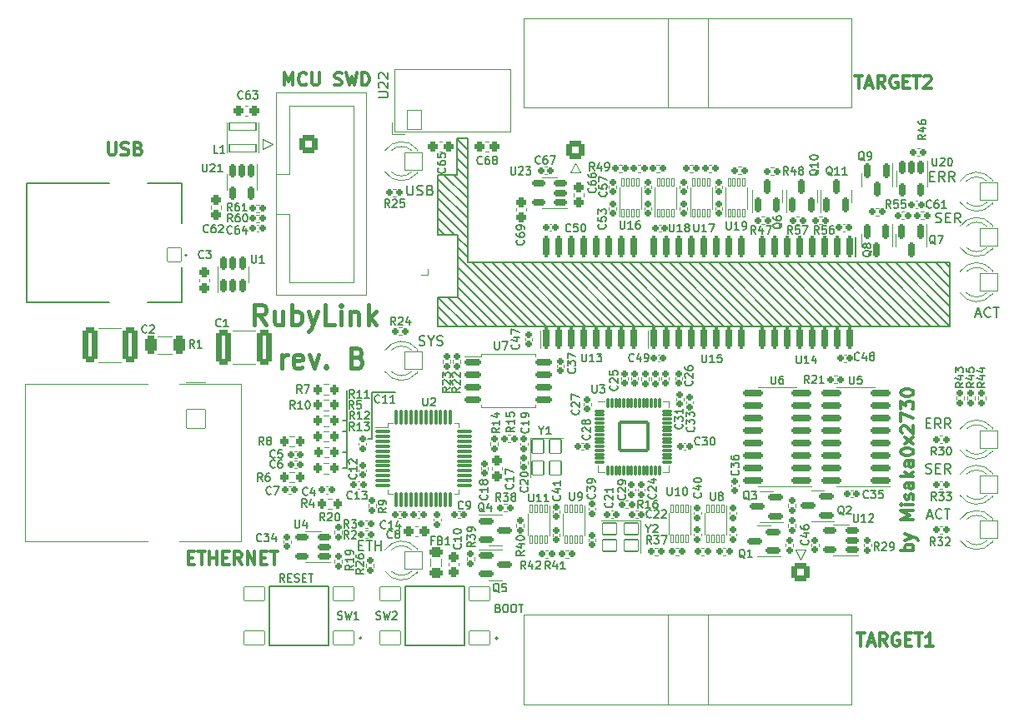
<source format=gto>
%TF.GenerationSoftware,KiCad,Pcbnew,(6.0.7)*%
%TF.CreationDate,2022-08-15T19:03:41+05:00*%
%TF.ProjectId,RubyLink_revB,52756279-4c69-46e6-9b5f-726576422e6b,rev?*%
%TF.SameCoordinates,Original*%
%TF.FileFunction,Legend,Top*%
%TF.FilePolarity,Positive*%
%FSLAX46Y46*%
G04 Gerber Fmt 4.6, Leading zero omitted, Abs format (unit mm)*
G04 Created by KiCad (PCBNEW (6.0.7)) date 2022-08-15 19:03:41*
%MOMM*%
%LPD*%
G01*
G04 APERTURE LIST*
G04 Aperture macros list*
%AMRoundRect*
0 Rectangle with rounded corners*
0 $1 Rounding radius*
0 $2 $3 $4 $5 $6 $7 $8 $9 X,Y pos of 4 corners*
0 Add a 4 corners polygon primitive as box body*
4,1,4,$2,$3,$4,$5,$6,$7,$8,$9,$2,$3,0*
0 Add four circle primitives for the rounded corners*
1,1,$1+$1,$2,$3*
1,1,$1+$1,$4,$5*
1,1,$1+$1,$6,$7*
1,1,$1+$1,$8,$9*
0 Add four rect primitives between the rounded corners*
20,1,$1+$1,$2,$3,$4,$5,0*
20,1,$1+$1,$4,$5,$6,$7,0*
20,1,$1+$1,$6,$7,$8,$9,0*
20,1,$1+$1,$8,$9,$2,$3,0*%
G04 Aperture macros list end*
%ADD10C,0.150000*%
%ADD11C,0.400000*%
%ADD12C,0.300000*%
%ADD13C,0.153000*%
%ADD14C,0.120000*%
%ADD15C,0.127000*%
%ADD16C,0.200000*%
%ADD17RoundRect,0.190000X0.140000X0.170000X-0.140000X0.170000X-0.140000X-0.170000X0.140000X-0.170000X0*%
%ADD18RoundRect,0.190000X-0.170000X0.140000X-0.170000X-0.140000X0.170000X-0.140000X0.170000X0.140000X0*%
%ADD19RoundRect,0.200000X0.512500X0.150000X-0.512500X0.150000X-0.512500X-0.150000X0.512500X-0.150000X0*%
%ADD20RoundRect,0.200000X-0.587500X-0.150000X0.587500X-0.150000X0.587500X0.150000X-0.587500X0.150000X0*%
%ADD21C,2.800000*%
%ADD22RoundRect,0.050000X0.150000X0.400000X-0.150000X0.400000X-0.150000X-0.400000X0.150000X-0.400000X0*%
%ADD23RoundRect,0.200000X-0.650000X-0.150000X0.650000X-0.150000X0.650000X0.150000X-0.650000X0.150000X0*%
%ADD24RoundRect,0.185000X-0.135000X-0.185000X0.135000X-0.185000X0.135000X0.185000X-0.135000X0.185000X0*%
%ADD25RoundRect,0.250000X0.200000X0.275000X-0.200000X0.275000X-0.200000X-0.275000X0.200000X-0.275000X0*%
%ADD26RoundRect,0.200000X0.587500X0.150000X-0.587500X0.150000X-0.587500X-0.150000X0.587500X-0.150000X0*%
%ADD27RoundRect,0.190000X-0.140000X-0.170000X0.140000X-0.170000X0.140000X0.170000X-0.140000X0.170000X0*%
%ADD28RoundRect,0.190000X0.170000X-0.140000X0.170000X0.140000X-0.170000X0.140000X-0.170000X-0.140000X0*%
%ADD29RoundRect,0.185000X0.135000X0.185000X-0.135000X0.185000X-0.135000X-0.185000X0.135000X-0.185000X0*%
%ADD30RoundRect,0.050000X0.900000X0.900000X-0.900000X0.900000X-0.900000X-0.900000X0.900000X-0.900000X0*%
%ADD31C,1.900000*%
%ADD32RoundRect,0.185000X0.185000X-0.135000X0.185000X0.135000X-0.185000X0.135000X-0.185000X-0.135000X0*%
%ADD33RoundRect,0.300000X0.600000X-0.600000X0.600000X0.600000X-0.600000X0.600000X-0.600000X-0.600000X0*%
%ADD34C,1.800000*%
%ADD35RoundRect,0.200000X0.150000X-0.587500X0.150000X0.587500X-0.150000X0.587500X-0.150000X-0.587500X0*%
%ADD36RoundRect,0.050000X-0.600000X0.700000X-0.600000X-0.700000X0.600000X-0.700000X0.600000X0.700000X0*%
%ADD37RoundRect,0.185000X-0.185000X0.135000X-0.185000X-0.135000X0.185000X-0.135000X0.185000X0.135000X0*%
%ADD38RoundRect,0.200000X-0.150000X0.512500X-0.150000X-0.512500X0.150000X-0.512500X0.150000X0.512500X0*%
%ADD39RoundRect,0.275000X0.250000X-0.225000X0.250000X0.225000X-0.250000X0.225000X-0.250000X-0.225000X0*%
%ADD40RoundRect,0.200000X0.825000X0.150000X-0.825000X0.150000X-0.825000X-0.150000X0.825000X-0.150000X0*%
%ADD41RoundRect,0.050000X-0.750000X-1.000000X0.750000X-1.000000X0.750000X1.000000X-0.750000X1.000000X0*%
%ADD42O,1.600000X2.100000*%
%ADD43RoundRect,0.275000X0.225000X0.250000X-0.225000X0.250000X-0.225000X-0.250000X0.225000X-0.250000X0*%
%ADD44RoundRect,0.200000X0.150000X-0.875000X0.150000X0.875000X-0.150000X0.875000X-0.150000X-0.875000X0*%
%ADD45RoundRect,0.050000X-0.714000X0.714000X-0.714000X-0.714000X0.714000X-0.714000X0.714000X0.714000X0*%
%ADD46C,1.528000*%
%ADD47C,3.416000*%
%ADD48RoundRect,0.200000X0.150000X-0.512500X0.150000X0.512500X-0.150000X0.512500X-0.150000X-0.512500X0*%
%ADD49RoundRect,0.200000X-0.150000X0.587500X-0.150000X-0.587500X0.150000X-0.587500X0.150000X0.587500X0*%
%ADD50RoundRect,0.100000X-0.387500X-0.050000X0.387500X-0.050000X0.387500X0.050000X-0.387500X0.050000X0*%
%ADD51RoundRect,0.100000X-0.050000X-0.387500X0.050000X-0.387500X0.050000X0.387500X-0.050000X0.387500X0*%
%ADD52RoundRect,0.194000X-1.456000X-1.456000X1.456000X-1.456000X1.456000X1.456000X-1.456000X1.456000X0*%
%ADD53C,2.474900*%
%ADD54C,1.090600*%
%ADD55C,0.887400*%
%ADD56RoundRect,0.050000X-0.150000X-0.400000X0.150000X-0.400000X0.150000X0.400000X-0.150000X0.400000X0*%
%ADD57RoundRect,0.050000X1.050000X0.700000X-1.050000X0.700000X-1.050000X-0.700000X1.050000X-0.700000X0*%
%ADD58RoundRect,0.299999X-0.450001X-1.450001X0.450001X-1.450001X0.450001X1.450001X-0.450001X1.450001X0*%
%ADD59RoundRect,0.125000X-0.662500X-0.075000X0.662500X-0.075000X0.662500X0.075000X-0.662500X0.075000X0*%
%ADD60RoundRect,0.125000X-0.075000X-0.662500X0.075000X-0.662500X0.075000X0.662500X-0.075000X0.662500X0*%
%ADD61RoundRect,0.300000X-0.312500X-0.625000X0.312500X-0.625000X0.312500X0.625000X-0.312500X0.625000X0*%
%ADD62RoundRect,0.268750X0.381250X-0.218750X0.381250X0.218750X-0.381250X0.218750X-0.381250X-0.218750X0*%
%ADD63RoundRect,0.300000X-0.600000X0.600000X-0.600000X-0.600000X0.600000X-0.600000X0.600000X0.600000X0*%
%ADD64RoundRect,0.050000X0.700000X0.600000X-0.700000X0.600000X-0.700000X-0.600000X0.700000X-0.600000X0*%
%ADD65RoundRect,0.050000X1.350000X-0.400000X1.350000X0.400000X-1.350000X0.400000X-1.350000X-0.400000X0*%
%ADD66C,3.350000*%
%ADD67C,2.700000*%
%ADD68C,1.990000*%
%ADD69RoundRect,0.050000X-0.950000X0.950000X-0.950000X-0.950000X0.950000X-0.950000X0.950000X0.950000X0*%
%ADD70C,2.000000*%
%ADD71RoundRect,0.300000X-0.600000X-0.600000X0.600000X-0.600000X0.600000X0.600000X-0.600000X0.600000X0*%
%ADD72RoundRect,0.200000X-0.150000X0.875000X-0.150000X-0.875000X0.150000X-0.875000X0.150000X0.875000X0*%
%ADD73RoundRect,0.275000X-0.250000X0.225000X-0.250000X-0.225000X0.250000X-0.225000X0.250000X0.225000X0*%
%ADD74RoundRect,0.299999X0.450001X1.450001X-0.450001X1.450001X-0.450001X-1.450001X0.450001X-1.450001X0*%
G04 APERTURE END LIST*
D10*
X162060000Y-65870000D02*
X168560000Y-72370000D01*
X153060000Y-65870000D02*
X159560000Y-72370000D01*
X115860000Y-86770000D02*
X116360000Y-86770000D01*
X128560000Y-53220000D02*
X127460000Y-53220000D01*
X149060000Y-65870000D02*
X155560000Y-72370000D01*
X157060000Y-65870000D02*
X163560000Y-72370000D01*
X159060000Y-65870000D02*
X165560000Y-72370000D01*
X127560000Y-68370000D02*
X131560000Y-72370000D01*
X167960000Y-65270000D02*
X167960000Y-63270000D01*
X160060000Y-65870000D02*
X166560000Y-72370000D01*
X177560000Y-72370000D02*
X125560000Y-72370000D01*
X127560000Y-69370000D02*
X130560000Y-72370000D01*
X128560000Y-62370000D02*
X125560000Y-59370000D01*
X161060000Y-65870000D02*
X167560000Y-72370000D01*
X128560000Y-56370000D02*
X127460000Y-55270000D01*
X125560000Y-72370000D02*
X125560000Y-69370000D01*
X146060000Y-65870000D02*
X152560000Y-72370000D01*
X137060000Y-65870000D02*
X143560000Y-72370000D01*
X127460000Y-56970000D02*
X127460000Y-53220000D01*
X140060000Y-65870000D02*
X146560000Y-72370000D01*
X156060000Y-65870000D02*
X162560000Y-72370000D01*
X125560000Y-56970000D02*
X125560000Y-63070000D01*
X125560000Y-71370000D02*
X126560000Y-72370000D01*
X176060000Y-65870000D02*
X177560000Y-67370000D01*
X147060000Y-65870000D02*
X153560000Y-72370000D01*
X136060000Y-65870000D02*
X142560000Y-72370000D01*
X128560000Y-60370000D02*
X125560000Y-57370000D01*
X139060000Y-65870000D02*
X145560000Y-72370000D01*
X125560000Y-62370000D02*
X126260000Y-63070000D01*
X133060000Y-65870000D02*
X139560000Y-72370000D01*
X128560000Y-63370000D02*
X128260000Y-63070000D01*
X163060000Y-65870000D02*
X169560000Y-72370000D01*
X143060000Y-65870000D02*
X149560000Y-72370000D01*
X177560000Y-65870000D02*
X128560000Y-65870000D01*
X136560000Y-72370000D02*
X130060000Y-65870000D01*
X126160000Y-56970000D02*
X128560000Y-59370000D01*
X128560000Y-65370000D02*
X127560000Y-64370000D01*
X177560000Y-72370000D02*
X177560000Y-65870000D01*
X115860000Y-83070000D02*
X116360000Y-83070000D01*
X127560000Y-67370000D02*
X132560000Y-72370000D01*
X154060000Y-65870000D02*
X160560000Y-72370000D01*
X171060000Y-65870000D02*
X177560000Y-72370000D01*
X167060000Y-65870000D02*
X173560000Y-72370000D01*
X127460000Y-56270000D02*
X128560000Y-57370000D01*
X116360000Y-86770000D02*
X116360000Y-78870000D01*
X174060000Y-65870000D02*
X177560000Y-69370000D01*
X125560000Y-63070000D02*
X127560000Y-63070000D01*
X173060000Y-65870000D02*
X177560000Y-70370000D01*
X128560000Y-55370000D02*
X127460000Y-54270000D01*
X131060000Y-65870000D02*
X137560000Y-72370000D01*
X125560000Y-70370000D02*
X127560000Y-72370000D01*
X118860000Y-83770000D02*
X118860000Y-79070000D01*
X142060000Y-65870000D02*
X148560000Y-72370000D01*
X128560000Y-54420000D02*
X127460000Y-53320000D01*
X128560000Y-58370000D02*
X127160000Y-56970000D01*
X135560000Y-72370000D02*
X129060000Y-65870000D01*
X128560000Y-64370000D02*
X127560000Y-63370000D01*
X158060000Y-65870000D02*
X164560000Y-72370000D01*
X138060000Y-65870000D02*
X144560000Y-72370000D01*
X134060000Y-65870000D02*
X140560000Y-72370000D01*
X141060000Y-65870000D02*
X147560000Y-72370000D01*
X125560000Y-61370000D02*
X127260000Y-63070000D01*
X155060000Y-65870000D02*
X161560000Y-72370000D01*
X128560000Y-65870000D02*
X128560000Y-53220000D01*
X128560000Y-72370000D02*
X125560000Y-69370000D01*
X133560000Y-72370000D02*
X127560000Y-66370000D01*
X152060000Y-65870000D02*
X158560000Y-72370000D01*
X128260000Y-63070000D02*
X125560000Y-60370000D01*
X128560000Y-61370000D02*
X125560000Y-58370000D01*
X177060000Y-65870000D02*
X177560000Y-66370000D01*
X168060000Y-65870000D02*
X174560000Y-72370000D01*
X165060000Y-65870000D02*
X171560000Y-72370000D01*
X151060000Y-65870000D02*
X157560000Y-72370000D01*
X134660000Y-72370000D02*
X127560000Y-65270000D01*
X150060000Y-65870000D02*
X156560000Y-72370000D01*
X118860000Y-83770000D02*
X118460000Y-83770000D01*
X166060000Y-65870000D02*
X172560000Y-72370000D01*
X164060000Y-65870000D02*
X170560000Y-72370000D01*
X118860000Y-79070000D02*
X121260000Y-79070000D01*
X172010000Y-65870000D02*
X177560000Y-71420000D01*
X148060000Y-65870000D02*
X154560000Y-72370000D01*
X145060000Y-65870000D02*
X151560000Y-72370000D01*
X125560000Y-69370000D02*
X127560000Y-69370000D01*
X169060000Y-65870000D02*
X175560000Y-72370000D01*
X175010000Y-65870000D02*
X177560000Y-68420000D01*
X127460000Y-56970000D02*
X125560000Y-56970000D01*
X132060000Y-65870000D02*
X138560000Y-72370000D01*
X144060000Y-65870000D02*
X150560000Y-72370000D01*
X115860000Y-85170000D02*
X116360000Y-85170000D01*
X115860000Y-81970000D02*
X116360000Y-81970000D01*
X135060000Y-65870000D02*
X141560000Y-72370000D01*
X170060000Y-65870000D02*
X176560000Y-72370000D01*
X129460000Y-72270000D02*
X126560000Y-69370000D01*
X127560000Y-69370000D02*
X127560000Y-63070000D01*
D11*
X108107619Y-72174761D02*
X107440952Y-71222380D01*
X106964761Y-72174761D02*
X106964761Y-70174761D01*
X107726666Y-70174761D01*
X107917142Y-70270000D01*
X108012380Y-70365238D01*
X108107619Y-70555714D01*
X108107619Y-70841428D01*
X108012380Y-71031904D01*
X107917142Y-71127142D01*
X107726666Y-71222380D01*
X106964761Y-71222380D01*
X109821904Y-70841428D02*
X109821904Y-72174761D01*
X108964761Y-70841428D02*
X108964761Y-71889047D01*
X109060000Y-72079523D01*
X109250476Y-72174761D01*
X109536190Y-72174761D01*
X109726666Y-72079523D01*
X109821904Y-71984285D01*
X110774285Y-72174761D02*
X110774285Y-70174761D01*
X110774285Y-70936666D02*
X110964761Y-70841428D01*
X111345714Y-70841428D01*
X111536190Y-70936666D01*
X111631428Y-71031904D01*
X111726666Y-71222380D01*
X111726666Y-71793809D01*
X111631428Y-71984285D01*
X111536190Y-72079523D01*
X111345714Y-72174761D01*
X110964761Y-72174761D01*
X110774285Y-72079523D01*
X112393333Y-70841428D02*
X112869523Y-72174761D01*
X113345714Y-70841428D02*
X112869523Y-72174761D01*
X112679047Y-72650952D01*
X112583809Y-72746190D01*
X112393333Y-72841428D01*
X115060000Y-72174761D02*
X114107619Y-72174761D01*
X114107619Y-70174761D01*
X115726666Y-72174761D02*
X115726666Y-70841428D01*
X115726666Y-70174761D02*
X115631428Y-70270000D01*
X115726666Y-70365238D01*
X115821904Y-70270000D01*
X115726666Y-70174761D01*
X115726666Y-70365238D01*
X116679047Y-70841428D02*
X116679047Y-72174761D01*
X116679047Y-71031904D02*
X116774285Y-70936666D01*
X116964761Y-70841428D01*
X117250476Y-70841428D01*
X117440952Y-70936666D01*
X117536190Y-71127142D01*
X117536190Y-72174761D01*
X118488571Y-72174761D02*
X118488571Y-70174761D01*
X118679047Y-71412857D02*
X119250476Y-72174761D01*
X119250476Y-70841428D02*
X118488571Y-71603333D01*
X109760000Y-76574761D02*
X109760000Y-75241428D01*
X109760000Y-75622380D02*
X109855238Y-75431904D01*
X109950476Y-75336666D01*
X110140952Y-75241428D01*
X110331428Y-75241428D01*
X111760000Y-76479523D02*
X111569523Y-76574761D01*
X111188571Y-76574761D01*
X110998095Y-76479523D01*
X110902857Y-76289047D01*
X110902857Y-75527142D01*
X110998095Y-75336666D01*
X111188571Y-75241428D01*
X111569523Y-75241428D01*
X111760000Y-75336666D01*
X111855238Y-75527142D01*
X111855238Y-75717619D01*
X110902857Y-75908095D01*
X112521904Y-75241428D02*
X112998095Y-76574761D01*
X113474285Y-75241428D01*
X114236190Y-76384285D02*
X114331428Y-76479523D01*
X114236190Y-76574761D01*
X114140952Y-76479523D01*
X114236190Y-76384285D01*
X114236190Y-76574761D01*
X117379047Y-75527142D02*
X117664761Y-75622380D01*
X117760000Y-75717619D01*
X117855238Y-75908095D01*
X117855238Y-76193809D01*
X117760000Y-76384285D01*
X117664761Y-76479523D01*
X117474285Y-76574761D01*
X116712380Y-76574761D01*
X116712380Y-74574761D01*
X117379047Y-74574761D01*
X117569523Y-74670000D01*
X117664761Y-74765238D01*
X117760000Y-74955714D01*
X117760000Y-75146190D01*
X117664761Y-75336666D01*
X117569523Y-75431904D01*
X117379047Y-75527142D01*
X116712380Y-75527142D01*
D12*
X173848095Y-95141428D02*
X172548095Y-95141428D01*
X173043333Y-95141428D02*
X172981428Y-95017619D01*
X172981428Y-94770000D01*
X173043333Y-94646190D01*
X173105238Y-94584285D01*
X173229047Y-94522380D01*
X173600476Y-94522380D01*
X173724285Y-94584285D01*
X173786190Y-94646190D01*
X173848095Y-94770000D01*
X173848095Y-95017619D01*
X173786190Y-95141428D01*
X172981428Y-94089047D02*
X173848095Y-93779523D01*
X172981428Y-93470000D02*
X173848095Y-93779523D01*
X174157619Y-93903333D01*
X174219523Y-93965238D01*
X174281428Y-94089047D01*
X173848095Y-91984285D02*
X172548095Y-91984285D01*
X173476666Y-91550952D01*
X172548095Y-91117619D01*
X173848095Y-91117619D01*
X173848095Y-90498571D02*
X172981428Y-90498571D01*
X172548095Y-90498571D02*
X172610000Y-90560476D01*
X172671904Y-90498571D01*
X172610000Y-90436666D01*
X172548095Y-90498571D01*
X172671904Y-90498571D01*
X173786190Y-89941428D02*
X173848095Y-89817619D01*
X173848095Y-89570000D01*
X173786190Y-89446190D01*
X173662380Y-89384285D01*
X173600476Y-89384285D01*
X173476666Y-89446190D01*
X173414761Y-89570000D01*
X173414761Y-89755714D01*
X173352857Y-89879523D01*
X173229047Y-89941428D01*
X173167142Y-89941428D01*
X173043333Y-89879523D01*
X172981428Y-89755714D01*
X172981428Y-89570000D01*
X173043333Y-89446190D01*
X173848095Y-88270000D02*
X173167142Y-88270000D01*
X173043333Y-88331904D01*
X172981428Y-88455714D01*
X172981428Y-88703333D01*
X173043333Y-88827142D01*
X173786190Y-88270000D02*
X173848095Y-88393809D01*
X173848095Y-88703333D01*
X173786190Y-88827142D01*
X173662380Y-88889047D01*
X173538571Y-88889047D01*
X173414761Y-88827142D01*
X173352857Y-88703333D01*
X173352857Y-88393809D01*
X173290952Y-88270000D01*
X173848095Y-87650952D02*
X172548095Y-87650952D01*
X173352857Y-87527142D02*
X173848095Y-87155714D01*
X172981428Y-87155714D02*
X173476666Y-87650952D01*
X173848095Y-86041428D02*
X173167142Y-86041428D01*
X173043333Y-86103333D01*
X172981428Y-86227142D01*
X172981428Y-86474761D01*
X173043333Y-86598571D01*
X173786190Y-86041428D02*
X173848095Y-86165238D01*
X173848095Y-86474761D01*
X173786190Y-86598571D01*
X173662380Y-86660476D01*
X173538571Y-86660476D01*
X173414761Y-86598571D01*
X173352857Y-86474761D01*
X173352857Y-86165238D01*
X173290952Y-86041428D01*
X172548095Y-85174761D02*
X172548095Y-85050952D01*
X172610000Y-84927142D01*
X172671904Y-84865238D01*
X172795714Y-84803333D01*
X173043333Y-84741428D01*
X173352857Y-84741428D01*
X173600476Y-84803333D01*
X173724285Y-84865238D01*
X173786190Y-84927142D01*
X173848095Y-85050952D01*
X173848095Y-85174761D01*
X173786190Y-85298571D01*
X173724285Y-85360476D01*
X173600476Y-85422380D01*
X173352857Y-85484285D01*
X173043333Y-85484285D01*
X172795714Y-85422380D01*
X172671904Y-85360476D01*
X172610000Y-85298571D01*
X172548095Y-85174761D01*
X173848095Y-84308095D02*
X172981428Y-83627142D01*
X172981428Y-84308095D02*
X173848095Y-83627142D01*
X172671904Y-83193809D02*
X172610000Y-83131904D01*
X172548095Y-83008095D01*
X172548095Y-82698571D01*
X172610000Y-82574761D01*
X172671904Y-82512857D01*
X172795714Y-82450952D01*
X172919523Y-82450952D01*
X173105238Y-82512857D01*
X173848095Y-83255714D01*
X173848095Y-82450952D01*
X172548095Y-82017619D02*
X172548095Y-81150952D01*
X173848095Y-81708095D01*
X172548095Y-80779523D02*
X172548095Y-79974761D01*
X173043333Y-80408095D01*
X173043333Y-80222380D01*
X173105238Y-80098571D01*
X173167142Y-80036666D01*
X173290952Y-79974761D01*
X173600476Y-79974761D01*
X173724285Y-80036666D01*
X173786190Y-80098571D01*
X173848095Y-80222380D01*
X173848095Y-80593809D01*
X173786190Y-80717619D01*
X173724285Y-80779523D01*
X172548095Y-79170000D02*
X172548095Y-79046190D01*
X172610000Y-78922380D01*
X172671904Y-78860476D01*
X172795714Y-78798571D01*
X173043333Y-78736666D01*
X173352857Y-78736666D01*
X173600476Y-78798571D01*
X173724285Y-78860476D01*
X173786190Y-78922380D01*
X173848095Y-79046190D01*
X173848095Y-79170000D01*
X173786190Y-79293809D01*
X173724285Y-79355714D01*
X173600476Y-79417619D01*
X173352857Y-79479523D01*
X173043333Y-79479523D01*
X172795714Y-79417619D01*
X172671904Y-79355714D01*
X172610000Y-79293809D01*
X172548095Y-79170000D01*
D13*
X104645714Y-62855714D02*
X104607619Y-62893809D01*
X104493333Y-62931904D01*
X104417142Y-62931904D01*
X104302857Y-62893809D01*
X104226666Y-62817619D01*
X104188571Y-62741428D01*
X104150476Y-62589047D01*
X104150476Y-62474761D01*
X104188571Y-62322380D01*
X104226666Y-62246190D01*
X104302857Y-62170000D01*
X104417142Y-62131904D01*
X104493333Y-62131904D01*
X104607619Y-62170000D01*
X104645714Y-62208095D01*
X105331428Y-62131904D02*
X105179047Y-62131904D01*
X105102857Y-62170000D01*
X105064761Y-62208095D01*
X104988571Y-62322380D01*
X104950476Y-62474761D01*
X104950476Y-62779523D01*
X104988571Y-62855714D01*
X105026666Y-62893809D01*
X105102857Y-62931904D01*
X105255238Y-62931904D01*
X105331428Y-62893809D01*
X105369523Y-62855714D01*
X105407619Y-62779523D01*
X105407619Y-62589047D01*
X105369523Y-62512857D01*
X105331428Y-62474761D01*
X105255238Y-62436666D01*
X105102857Y-62436666D01*
X105026666Y-62474761D01*
X104988571Y-62512857D01*
X104950476Y-62589047D01*
X106093333Y-62398571D02*
X106093333Y-62931904D01*
X105902857Y-62093809D02*
X105712380Y-62665238D01*
X106207619Y-62665238D01*
X144545714Y-89484285D02*
X144583809Y-89522380D01*
X144621904Y-89636666D01*
X144621904Y-89712857D01*
X144583809Y-89827142D01*
X144507619Y-89903333D01*
X144431428Y-89941428D01*
X144279047Y-89979523D01*
X144164761Y-89979523D01*
X144012380Y-89941428D01*
X143936190Y-89903333D01*
X143860000Y-89827142D01*
X143821904Y-89712857D01*
X143821904Y-89636666D01*
X143860000Y-89522380D01*
X143898095Y-89484285D01*
X143898095Y-89179523D02*
X143860000Y-89141428D01*
X143821904Y-89065238D01*
X143821904Y-88874761D01*
X143860000Y-88798571D01*
X143898095Y-88760476D01*
X143974285Y-88722380D01*
X144050476Y-88722380D01*
X144164761Y-88760476D01*
X144621904Y-89217619D01*
X144621904Y-88722380D01*
X144621904Y-88341428D02*
X144621904Y-88189047D01*
X144583809Y-88112857D01*
X144545714Y-88074761D01*
X144431428Y-87998571D01*
X144279047Y-87960476D01*
X143974285Y-87960476D01*
X143898095Y-87998571D01*
X143860000Y-88036666D01*
X143821904Y-88112857D01*
X143821904Y-88265238D01*
X143860000Y-88341428D01*
X143898095Y-88379523D01*
X143974285Y-88417619D01*
X144164761Y-88417619D01*
X144240952Y-88379523D01*
X144279047Y-88341428D01*
X144317142Y-88265238D01*
X144317142Y-88112857D01*
X144279047Y-88036666D01*
X144240952Y-87998571D01*
X144164761Y-87960476D01*
X111050476Y-92031904D02*
X111050476Y-92679523D01*
X111088571Y-92755714D01*
X111126666Y-92793809D01*
X111202857Y-92831904D01*
X111355238Y-92831904D01*
X111431428Y-92793809D01*
X111469523Y-92755714D01*
X111507619Y-92679523D01*
X111507619Y-92031904D01*
X112231428Y-92298571D02*
X112231428Y-92831904D01*
X112040952Y-91993809D02*
X111850476Y-92565238D01*
X112345714Y-92565238D01*
X131783809Y-99408095D02*
X131707619Y-99370000D01*
X131631428Y-99293809D01*
X131517142Y-99179523D01*
X131440952Y-99141428D01*
X131364761Y-99141428D01*
X131402857Y-99331904D02*
X131326666Y-99293809D01*
X131250476Y-99217619D01*
X131212380Y-99065238D01*
X131212380Y-98798571D01*
X131250476Y-98646190D01*
X131326666Y-98570000D01*
X131402857Y-98531904D01*
X131555238Y-98531904D01*
X131631428Y-98570000D01*
X131707619Y-98646190D01*
X131745714Y-98798571D01*
X131745714Y-99065238D01*
X131707619Y-99217619D01*
X131631428Y-99293809D01*
X131555238Y-99331904D01*
X131402857Y-99331904D01*
X132469523Y-98531904D02*
X132088571Y-98531904D01*
X132050476Y-98912857D01*
X132088571Y-98874761D01*
X132164761Y-98836666D01*
X132355238Y-98836666D01*
X132431428Y-98874761D01*
X132469523Y-98912857D01*
X132507619Y-98989047D01*
X132507619Y-99179523D01*
X132469523Y-99255714D01*
X132431428Y-99293809D01*
X132355238Y-99331904D01*
X132164761Y-99331904D01*
X132088571Y-99293809D01*
X132050476Y-99255714D01*
X143245714Y-90284285D02*
X143283809Y-90322380D01*
X143321904Y-90436666D01*
X143321904Y-90512857D01*
X143283809Y-90627142D01*
X143207619Y-90703333D01*
X143131428Y-90741428D01*
X142979047Y-90779523D01*
X142864761Y-90779523D01*
X142712380Y-90741428D01*
X142636190Y-90703333D01*
X142560000Y-90627142D01*
X142521904Y-90512857D01*
X142521904Y-90436666D01*
X142560000Y-90322380D01*
X142598095Y-90284285D01*
X142598095Y-89979523D02*
X142560000Y-89941428D01*
X142521904Y-89865238D01*
X142521904Y-89674761D01*
X142560000Y-89598571D01*
X142598095Y-89560476D01*
X142674285Y-89522380D01*
X142750476Y-89522380D01*
X142864761Y-89560476D01*
X143321904Y-90017619D01*
X143321904Y-89522380D01*
X143321904Y-88760476D02*
X143321904Y-89217619D01*
X143321904Y-88989047D02*
X142521904Y-88989047D01*
X142636190Y-89065238D01*
X142712380Y-89141428D01*
X142750476Y-89217619D01*
X153250476Y-89231904D02*
X153250476Y-89879523D01*
X153288571Y-89955714D01*
X153326666Y-89993809D01*
X153402857Y-90031904D01*
X153555238Y-90031904D01*
X153631428Y-89993809D01*
X153669523Y-89955714D01*
X153707619Y-89879523D01*
X153707619Y-89231904D01*
X154202857Y-89574761D02*
X154126666Y-89536666D01*
X154088571Y-89498571D01*
X154050476Y-89422380D01*
X154050476Y-89384285D01*
X154088571Y-89308095D01*
X154126666Y-89270000D01*
X154202857Y-89231904D01*
X154355238Y-89231904D01*
X154431428Y-89270000D01*
X154469523Y-89308095D01*
X154507619Y-89384285D01*
X154507619Y-89422380D01*
X154469523Y-89498571D01*
X154431428Y-89536666D01*
X154355238Y-89574761D01*
X154202857Y-89574761D01*
X154126666Y-89612857D01*
X154088571Y-89650952D01*
X154050476Y-89727142D01*
X154050476Y-89879523D01*
X154088571Y-89955714D01*
X154126666Y-89993809D01*
X154202857Y-90031904D01*
X154355238Y-90031904D01*
X154431428Y-89993809D01*
X154469523Y-89955714D01*
X154507619Y-89879523D01*
X154507619Y-89727142D01*
X154469523Y-89650952D01*
X154431428Y-89612857D01*
X154355238Y-89574761D01*
X131350476Y-73931904D02*
X131350476Y-74579523D01*
X131388571Y-74655714D01*
X131426666Y-74693809D01*
X131502857Y-74731904D01*
X131655238Y-74731904D01*
X131731428Y-74693809D01*
X131769523Y-74655714D01*
X131807619Y-74579523D01*
X131807619Y-73931904D01*
X132112380Y-73931904D02*
X132645714Y-73931904D01*
X132302857Y-74731904D01*
X161545714Y-62931904D02*
X161279047Y-62550952D01*
X161088571Y-62931904D02*
X161088571Y-62131904D01*
X161393333Y-62131904D01*
X161469523Y-62170000D01*
X161507619Y-62208095D01*
X161545714Y-62284285D01*
X161545714Y-62398571D01*
X161507619Y-62474761D01*
X161469523Y-62512857D01*
X161393333Y-62550952D01*
X161088571Y-62550952D01*
X162269523Y-62131904D02*
X161888571Y-62131904D01*
X161850476Y-62512857D01*
X161888571Y-62474761D01*
X161964761Y-62436666D01*
X162155238Y-62436666D01*
X162231428Y-62474761D01*
X162269523Y-62512857D01*
X162307619Y-62589047D01*
X162307619Y-62779523D01*
X162269523Y-62855714D01*
X162231428Y-62893809D01*
X162155238Y-62931904D01*
X161964761Y-62931904D01*
X161888571Y-62893809D01*
X161850476Y-62855714D01*
X162574285Y-62131904D02*
X163107619Y-62131904D01*
X162764761Y-62931904D01*
X176045714Y-94631904D02*
X175779047Y-94250952D01*
X175588571Y-94631904D02*
X175588571Y-93831904D01*
X175893333Y-93831904D01*
X175969523Y-93870000D01*
X176007619Y-93908095D01*
X176045714Y-93984285D01*
X176045714Y-94098571D01*
X176007619Y-94174761D01*
X175969523Y-94212857D01*
X175893333Y-94250952D01*
X175588571Y-94250952D01*
X176312380Y-93831904D02*
X176807619Y-93831904D01*
X176540952Y-94136666D01*
X176655238Y-94136666D01*
X176731428Y-94174761D01*
X176769523Y-94212857D01*
X176807619Y-94289047D01*
X176807619Y-94479523D01*
X176769523Y-94555714D01*
X176731428Y-94593809D01*
X176655238Y-94631904D01*
X176426666Y-94631904D01*
X176350476Y-94593809D01*
X176312380Y-94555714D01*
X177112380Y-93908095D02*
X177150476Y-93870000D01*
X177226666Y-93831904D01*
X177417142Y-93831904D01*
X177493333Y-93870000D01*
X177531428Y-93908095D01*
X177569523Y-93984285D01*
X177569523Y-94060476D01*
X177531428Y-94174761D01*
X177074285Y-94631904D01*
X177569523Y-94631904D01*
X117045714Y-79631904D02*
X116779047Y-79250952D01*
X116588571Y-79631904D02*
X116588571Y-78831904D01*
X116893333Y-78831904D01*
X116969523Y-78870000D01*
X117007619Y-78908095D01*
X117045714Y-78984285D01*
X117045714Y-79098571D01*
X117007619Y-79174761D01*
X116969523Y-79212857D01*
X116893333Y-79250952D01*
X116588571Y-79250952D01*
X117807619Y-79631904D02*
X117350476Y-79631904D01*
X117579047Y-79631904D02*
X117579047Y-78831904D01*
X117502857Y-78946190D01*
X117426666Y-79022380D01*
X117350476Y-79060476D01*
X118569523Y-79631904D02*
X118112380Y-79631904D01*
X118340952Y-79631904D02*
X118340952Y-78831904D01*
X118264761Y-78946190D01*
X118188571Y-79022380D01*
X118112380Y-79060476D01*
X156743809Y-95908095D02*
X156667619Y-95870000D01*
X156591428Y-95793809D01*
X156477142Y-95679523D01*
X156400952Y-95641428D01*
X156324761Y-95641428D01*
X156362857Y-95831904D02*
X156286666Y-95793809D01*
X156210476Y-95717619D01*
X156172380Y-95565238D01*
X156172380Y-95298571D01*
X156210476Y-95146190D01*
X156286666Y-95070000D01*
X156362857Y-95031904D01*
X156515238Y-95031904D01*
X156591428Y-95070000D01*
X156667619Y-95146190D01*
X156705714Y-95298571D01*
X156705714Y-95565238D01*
X156667619Y-95717619D01*
X156591428Y-95793809D01*
X156515238Y-95831904D01*
X156362857Y-95831904D01*
X157467619Y-95831904D02*
X157010476Y-95831904D01*
X157239047Y-95831904D02*
X157239047Y-95031904D01*
X157162857Y-95146190D01*
X157086666Y-95222380D01*
X157010476Y-95260476D01*
X116845714Y-89855714D02*
X116807619Y-89893809D01*
X116693333Y-89931904D01*
X116617142Y-89931904D01*
X116502857Y-89893809D01*
X116426666Y-89817619D01*
X116388571Y-89741428D01*
X116350476Y-89589047D01*
X116350476Y-89474761D01*
X116388571Y-89322380D01*
X116426666Y-89246190D01*
X116502857Y-89170000D01*
X116617142Y-89131904D01*
X116693333Y-89131904D01*
X116807619Y-89170000D01*
X116845714Y-89208095D01*
X117607619Y-89931904D02*
X117150476Y-89931904D01*
X117379047Y-89931904D02*
X117379047Y-89131904D01*
X117302857Y-89246190D01*
X117226666Y-89322380D01*
X117150476Y-89360476D01*
X117874285Y-89131904D02*
X118369523Y-89131904D01*
X118102857Y-89436666D01*
X118217142Y-89436666D01*
X118293333Y-89474761D01*
X118331428Y-89512857D01*
X118369523Y-89589047D01*
X118369523Y-89779523D01*
X118331428Y-89855714D01*
X118293333Y-89893809D01*
X118217142Y-89931904D01*
X117988571Y-89931904D01*
X117912380Y-89893809D01*
X117874285Y-89855714D01*
X163145714Y-94084285D02*
X163183809Y-94122380D01*
X163221904Y-94236666D01*
X163221904Y-94312857D01*
X163183809Y-94427142D01*
X163107619Y-94503333D01*
X163031428Y-94541428D01*
X162879047Y-94579523D01*
X162764761Y-94579523D01*
X162612380Y-94541428D01*
X162536190Y-94503333D01*
X162460000Y-94427142D01*
X162421904Y-94312857D01*
X162421904Y-94236666D01*
X162460000Y-94122380D01*
X162498095Y-94084285D01*
X162688571Y-93398571D02*
X163221904Y-93398571D01*
X162383809Y-93589047D02*
X162955238Y-93779523D01*
X162955238Y-93284285D01*
X162421904Y-92636666D02*
X162421904Y-92789047D01*
X162460000Y-92865238D01*
X162498095Y-92903333D01*
X162612380Y-92979523D01*
X162764761Y-93017619D01*
X163069523Y-93017619D01*
X163145714Y-92979523D01*
X163183809Y-92941428D01*
X163221904Y-92865238D01*
X163221904Y-92712857D01*
X163183809Y-92636666D01*
X163145714Y-92598571D01*
X163069523Y-92560476D01*
X162879047Y-92560476D01*
X162802857Y-92598571D01*
X162764761Y-92636666D01*
X162726666Y-92712857D01*
X162726666Y-92865238D01*
X162764761Y-92941428D01*
X162802857Y-92979523D01*
X162879047Y-93017619D01*
X157183809Y-90008095D02*
X157107619Y-89970000D01*
X157031428Y-89893809D01*
X156917142Y-89779523D01*
X156840952Y-89741428D01*
X156764761Y-89741428D01*
X156802857Y-89931904D02*
X156726666Y-89893809D01*
X156650476Y-89817619D01*
X156612380Y-89665238D01*
X156612380Y-89398571D01*
X156650476Y-89246190D01*
X156726666Y-89170000D01*
X156802857Y-89131904D01*
X156955238Y-89131904D01*
X157031428Y-89170000D01*
X157107619Y-89246190D01*
X157145714Y-89398571D01*
X157145714Y-89665238D01*
X157107619Y-89817619D01*
X157031428Y-89893809D01*
X156955238Y-89931904D01*
X156802857Y-89931904D01*
X157412380Y-89131904D02*
X157907619Y-89131904D01*
X157640952Y-89436666D01*
X157755238Y-89436666D01*
X157831428Y-89474761D01*
X157869523Y-89512857D01*
X157907619Y-89589047D01*
X157907619Y-89779523D01*
X157869523Y-89855714D01*
X157831428Y-89893809D01*
X157755238Y-89931904D01*
X157526666Y-89931904D01*
X157450476Y-89893809D01*
X157412380Y-89855714D01*
X121245714Y-72231904D02*
X120979047Y-71850952D01*
X120788571Y-72231904D02*
X120788571Y-71431904D01*
X121093333Y-71431904D01*
X121169523Y-71470000D01*
X121207619Y-71508095D01*
X121245714Y-71584285D01*
X121245714Y-71698571D01*
X121207619Y-71774761D01*
X121169523Y-71812857D01*
X121093333Y-71850952D01*
X120788571Y-71850952D01*
X121550476Y-71508095D02*
X121588571Y-71470000D01*
X121664761Y-71431904D01*
X121855238Y-71431904D01*
X121931428Y-71470000D01*
X121969523Y-71508095D01*
X122007619Y-71584285D01*
X122007619Y-71660476D01*
X121969523Y-71774761D01*
X121512380Y-72231904D01*
X122007619Y-72231904D01*
X122693333Y-71698571D02*
X122693333Y-72231904D01*
X122502857Y-71393809D02*
X122312380Y-71965238D01*
X122807619Y-71965238D01*
X135945714Y-55755714D02*
X135907619Y-55793809D01*
X135793333Y-55831904D01*
X135717142Y-55831904D01*
X135602857Y-55793809D01*
X135526666Y-55717619D01*
X135488571Y-55641428D01*
X135450476Y-55489047D01*
X135450476Y-55374761D01*
X135488571Y-55222380D01*
X135526666Y-55146190D01*
X135602857Y-55070000D01*
X135717142Y-55031904D01*
X135793333Y-55031904D01*
X135907619Y-55070000D01*
X135945714Y-55108095D01*
X136631428Y-55031904D02*
X136479047Y-55031904D01*
X136402857Y-55070000D01*
X136364761Y-55108095D01*
X136288571Y-55222380D01*
X136250476Y-55374761D01*
X136250476Y-55679523D01*
X136288571Y-55755714D01*
X136326666Y-55793809D01*
X136402857Y-55831904D01*
X136555238Y-55831904D01*
X136631428Y-55793809D01*
X136669523Y-55755714D01*
X136707619Y-55679523D01*
X136707619Y-55489047D01*
X136669523Y-55412857D01*
X136631428Y-55374761D01*
X136555238Y-55336666D01*
X136402857Y-55336666D01*
X136326666Y-55374761D01*
X136288571Y-55412857D01*
X136250476Y-55489047D01*
X136974285Y-55031904D02*
X137507619Y-55031904D01*
X137164761Y-55831904D01*
X111726666Y-79131904D02*
X111460000Y-78750952D01*
X111269523Y-79131904D02*
X111269523Y-78331904D01*
X111574285Y-78331904D01*
X111650476Y-78370000D01*
X111688571Y-78408095D01*
X111726666Y-78484285D01*
X111726666Y-78598571D01*
X111688571Y-78674761D01*
X111650476Y-78712857D01*
X111574285Y-78750952D01*
X111269523Y-78750952D01*
X111993333Y-78331904D02*
X112526666Y-78331904D01*
X112183809Y-79131904D01*
D10*
X175145714Y-82198571D02*
X175479047Y-82198571D01*
X175621904Y-82722380D02*
X175145714Y-82722380D01*
X175145714Y-81722380D01*
X175621904Y-81722380D01*
X176621904Y-82722380D02*
X176288571Y-82246190D01*
X176050476Y-82722380D02*
X176050476Y-81722380D01*
X176431428Y-81722380D01*
X176526666Y-81770000D01*
X176574285Y-81817619D01*
X176621904Y-81912857D01*
X176621904Y-82055714D01*
X176574285Y-82150952D01*
X176526666Y-82198571D01*
X176431428Y-82246190D01*
X176050476Y-82246190D01*
X177621904Y-82722380D02*
X177288571Y-82246190D01*
X177050476Y-82722380D02*
X177050476Y-81722380D01*
X177431428Y-81722380D01*
X177526666Y-81770000D01*
X177574285Y-81817619D01*
X177621904Y-81912857D01*
X177621904Y-82055714D01*
X177574285Y-82150952D01*
X177526666Y-82198571D01*
X177431428Y-82246190D01*
X177050476Y-82246190D01*
D13*
X130545714Y-89484285D02*
X130583809Y-89522380D01*
X130621904Y-89636666D01*
X130621904Y-89712857D01*
X130583809Y-89827142D01*
X130507619Y-89903333D01*
X130431428Y-89941428D01*
X130279047Y-89979523D01*
X130164761Y-89979523D01*
X130012380Y-89941428D01*
X129936190Y-89903333D01*
X129860000Y-89827142D01*
X129821904Y-89712857D01*
X129821904Y-89636666D01*
X129860000Y-89522380D01*
X129898095Y-89484285D01*
X130621904Y-88722380D02*
X130621904Y-89179523D01*
X130621904Y-88950952D02*
X129821904Y-88950952D01*
X129936190Y-89027142D01*
X130012380Y-89103333D01*
X130050476Y-89179523D01*
X130164761Y-88265238D02*
X130126666Y-88341428D01*
X130088571Y-88379523D01*
X130012380Y-88417619D01*
X129974285Y-88417619D01*
X129898095Y-88379523D01*
X129860000Y-88341428D01*
X129821904Y-88265238D01*
X129821904Y-88112857D01*
X129860000Y-88036666D01*
X129898095Y-87998571D01*
X129974285Y-87960476D01*
X130012380Y-87960476D01*
X130088571Y-87998571D01*
X130126666Y-88036666D01*
X130164761Y-88112857D01*
X130164761Y-88265238D01*
X130202857Y-88341428D01*
X130240952Y-88379523D01*
X130317142Y-88417619D01*
X130469523Y-88417619D01*
X130545714Y-88379523D01*
X130583809Y-88341428D01*
X130621904Y-88265238D01*
X130621904Y-88112857D01*
X130583809Y-88036666D01*
X130545714Y-87998571D01*
X130469523Y-87960476D01*
X130317142Y-87960476D01*
X130240952Y-87998571D01*
X130202857Y-88036666D01*
X130164761Y-88112857D01*
X151345714Y-77884285D02*
X151383809Y-77922380D01*
X151421904Y-78036666D01*
X151421904Y-78112857D01*
X151383809Y-78227142D01*
X151307619Y-78303333D01*
X151231428Y-78341428D01*
X151079047Y-78379523D01*
X150964761Y-78379523D01*
X150812380Y-78341428D01*
X150736190Y-78303333D01*
X150660000Y-78227142D01*
X150621904Y-78112857D01*
X150621904Y-78036666D01*
X150660000Y-77922380D01*
X150698095Y-77884285D01*
X150698095Y-77579523D02*
X150660000Y-77541428D01*
X150621904Y-77465238D01*
X150621904Y-77274761D01*
X150660000Y-77198571D01*
X150698095Y-77160476D01*
X150774285Y-77122380D01*
X150850476Y-77122380D01*
X150964761Y-77160476D01*
X151421904Y-77617619D01*
X151421904Y-77122380D01*
X150621904Y-76436666D02*
X150621904Y-76589047D01*
X150660000Y-76665238D01*
X150698095Y-76703333D01*
X150812380Y-76779523D01*
X150964761Y-76817619D01*
X151269523Y-76817619D01*
X151345714Y-76779523D01*
X151383809Y-76741428D01*
X151421904Y-76665238D01*
X151421904Y-76512857D01*
X151383809Y-76436666D01*
X151345714Y-76398571D01*
X151269523Y-76360476D01*
X151079047Y-76360476D01*
X151002857Y-76398571D01*
X150964761Y-76436666D01*
X150926666Y-76512857D01*
X150926666Y-76665238D01*
X150964761Y-76741428D01*
X151002857Y-76779523D01*
X151079047Y-76817619D01*
X117026666Y-80731904D02*
X116760000Y-80350952D01*
X116569523Y-80731904D02*
X116569523Y-79931904D01*
X116874285Y-79931904D01*
X116950476Y-79970000D01*
X116988571Y-80008095D01*
X117026666Y-80084285D01*
X117026666Y-80198571D01*
X116988571Y-80274761D01*
X116950476Y-80312857D01*
X116874285Y-80350952D01*
X116569523Y-80350952D01*
X117750476Y-79931904D02*
X117369523Y-79931904D01*
X117331428Y-80312857D01*
X117369523Y-80274761D01*
X117445714Y-80236666D01*
X117636190Y-80236666D01*
X117712380Y-80274761D01*
X117750476Y-80312857D01*
X117788571Y-80389047D01*
X117788571Y-80579523D01*
X117750476Y-80655714D01*
X117712380Y-80693809D01*
X117636190Y-80731904D01*
X117445714Y-80731904D01*
X117369523Y-80693809D01*
X117331428Y-80655714D01*
X130283809Y-91208095D02*
X130207619Y-91170000D01*
X130131428Y-91093809D01*
X130017142Y-90979523D01*
X129940952Y-90941428D01*
X129864761Y-90941428D01*
X129902857Y-91131904D02*
X129826666Y-91093809D01*
X129750476Y-91017619D01*
X129712380Y-90865238D01*
X129712380Y-90598571D01*
X129750476Y-90446190D01*
X129826666Y-90370000D01*
X129902857Y-90331904D01*
X130055238Y-90331904D01*
X130131428Y-90370000D01*
X130207619Y-90446190D01*
X130245714Y-90598571D01*
X130245714Y-90865238D01*
X130207619Y-91017619D01*
X130131428Y-91093809D01*
X130055238Y-91131904D01*
X129902857Y-91131904D01*
X130931428Y-90598571D02*
X130931428Y-91131904D01*
X130740952Y-90293809D02*
X130550476Y-90865238D01*
X131045714Y-90865238D01*
X142545714Y-61984285D02*
X142583809Y-62022380D01*
X142621904Y-62136666D01*
X142621904Y-62212857D01*
X142583809Y-62327142D01*
X142507619Y-62403333D01*
X142431428Y-62441428D01*
X142279047Y-62479523D01*
X142164761Y-62479523D01*
X142012380Y-62441428D01*
X141936190Y-62403333D01*
X141860000Y-62327142D01*
X141821904Y-62212857D01*
X141821904Y-62136666D01*
X141860000Y-62022380D01*
X141898095Y-61984285D01*
X141821904Y-61260476D02*
X141821904Y-61641428D01*
X142202857Y-61679523D01*
X142164761Y-61641428D01*
X142126666Y-61565238D01*
X142126666Y-61374761D01*
X142164761Y-61298571D01*
X142202857Y-61260476D01*
X142279047Y-61222380D01*
X142469523Y-61222380D01*
X142545714Y-61260476D01*
X142583809Y-61298571D01*
X142621904Y-61374761D01*
X142621904Y-61565238D01*
X142583809Y-61641428D01*
X142545714Y-61679523D01*
X141821904Y-60955714D02*
X141821904Y-60460476D01*
X142126666Y-60727142D01*
X142126666Y-60612857D01*
X142164761Y-60536666D01*
X142202857Y-60498571D01*
X142279047Y-60460476D01*
X142469523Y-60460476D01*
X142545714Y-60498571D01*
X142583809Y-60536666D01*
X142621904Y-60612857D01*
X142621904Y-60841428D01*
X142583809Y-60917619D01*
X142545714Y-60955714D01*
X181121904Y-78084285D02*
X180740952Y-78350952D01*
X181121904Y-78541428D02*
X180321904Y-78541428D01*
X180321904Y-78236666D01*
X180360000Y-78160476D01*
X180398095Y-78122380D01*
X180474285Y-78084285D01*
X180588571Y-78084285D01*
X180664761Y-78122380D01*
X180702857Y-78160476D01*
X180740952Y-78236666D01*
X180740952Y-78541428D01*
X180588571Y-77398571D02*
X181121904Y-77398571D01*
X180283809Y-77589047D02*
X180855238Y-77779523D01*
X180855238Y-77284285D01*
X180588571Y-76636666D02*
X181121904Y-76636666D01*
X180283809Y-76827142D02*
X180855238Y-77017619D01*
X180855238Y-76522380D01*
X139045714Y-62655714D02*
X139007619Y-62693809D01*
X138893333Y-62731904D01*
X138817142Y-62731904D01*
X138702857Y-62693809D01*
X138626666Y-62617619D01*
X138588571Y-62541428D01*
X138550476Y-62389047D01*
X138550476Y-62274761D01*
X138588571Y-62122380D01*
X138626666Y-62046190D01*
X138702857Y-61970000D01*
X138817142Y-61931904D01*
X138893333Y-61931904D01*
X139007619Y-61970000D01*
X139045714Y-62008095D01*
X139769523Y-61931904D02*
X139388571Y-61931904D01*
X139350476Y-62312857D01*
X139388571Y-62274761D01*
X139464761Y-62236666D01*
X139655238Y-62236666D01*
X139731428Y-62274761D01*
X139769523Y-62312857D01*
X139807619Y-62389047D01*
X139807619Y-62579523D01*
X139769523Y-62655714D01*
X139731428Y-62693809D01*
X139655238Y-62731904D01*
X139464761Y-62731904D01*
X139388571Y-62693809D01*
X139350476Y-62655714D01*
X140302857Y-61931904D02*
X140379047Y-61931904D01*
X140455238Y-61970000D01*
X140493333Y-62008095D01*
X140531428Y-62084285D01*
X140569523Y-62236666D01*
X140569523Y-62427142D01*
X140531428Y-62579523D01*
X140493333Y-62655714D01*
X140455238Y-62693809D01*
X140379047Y-62731904D01*
X140302857Y-62731904D01*
X140226666Y-62693809D01*
X140188571Y-62655714D01*
X140150476Y-62579523D01*
X140112380Y-62427142D01*
X140112380Y-62236666D01*
X140150476Y-62084285D01*
X140188571Y-62008095D01*
X140226666Y-61970000D01*
X140302857Y-61931904D01*
X152245714Y-89284285D02*
X152283809Y-89322380D01*
X152321904Y-89436666D01*
X152321904Y-89512857D01*
X152283809Y-89627142D01*
X152207619Y-89703333D01*
X152131428Y-89741428D01*
X151979047Y-89779523D01*
X151864761Y-89779523D01*
X151712380Y-89741428D01*
X151636190Y-89703333D01*
X151560000Y-89627142D01*
X151521904Y-89512857D01*
X151521904Y-89436666D01*
X151560000Y-89322380D01*
X151598095Y-89284285D01*
X151788571Y-88598571D02*
X152321904Y-88598571D01*
X151483809Y-88789047D02*
X152055238Y-88979523D01*
X152055238Y-88484285D01*
X151521904Y-88027142D02*
X151521904Y-87950952D01*
X151560000Y-87874761D01*
X151598095Y-87836666D01*
X151674285Y-87798571D01*
X151826666Y-87760476D01*
X152017142Y-87760476D01*
X152169523Y-87798571D01*
X152245714Y-87836666D01*
X152283809Y-87874761D01*
X152321904Y-87950952D01*
X152321904Y-88027142D01*
X152283809Y-88103333D01*
X152245714Y-88141428D01*
X152169523Y-88179523D01*
X152017142Y-88217619D01*
X151826666Y-88217619D01*
X151674285Y-88179523D01*
X151598095Y-88141428D01*
X151560000Y-88103333D01*
X151521904Y-88027142D01*
D12*
X167929047Y-46858095D02*
X168671904Y-46858095D01*
X168300476Y-48158095D02*
X168300476Y-46858095D01*
X169043333Y-47786666D02*
X169662380Y-47786666D01*
X168919523Y-48158095D02*
X169352857Y-46858095D01*
X169786190Y-48158095D01*
X170962380Y-48158095D02*
X170529047Y-47539047D01*
X170219523Y-48158095D02*
X170219523Y-46858095D01*
X170714761Y-46858095D01*
X170838571Y-46920000D01*
X170900476Y-46981904D01*
X170962380Y-47105714D01*
X170962380Y-47291428D01*
X170900476Y-47415238D01*
X170838571Y-47477142D01*
X170714761Y-47539047D01*
X170219523Y-47539047D01*
X172200476Y-46920000D02*
X172076666Y-46858095D01*
X171890952Y-46858095D01*
X171705238Y-46920000D01*
X171581428Y-47043809D01*
X171519523Y-47167619D01*
X171457619Y-47415238D01*
X171457619Y-47600952D01*
X171519523Y-47848571D01*
X171581428Y-47972380D01*
X171705238Y-48096190D01*
X171890952Y-48158095D01*
X172014761Y-48158095D01*
X172200476Y-48096190D01*
X172262380Y-48034285D01*
X172262380Y-47600952D01*
X172014761Y-47600952D01*
X172819523Y-47477142D02*
X173252857Y-47477142D01*
X173438571Y-48158095D02*
X172819523Y-48158095D01*
X172819523Y-46858095D01*
X173438571Y-46858095D01*
X173810000Y-46858095D02*
X174552857Y-46858095D01*
X174181428Y-48158095D02*
X174181428Y-46858095D01*
X174924285Y-46981904D02*
X174986190Y-46920000D01*
X175110000Y-46858095D01*
X175419523Y-46858095D01*
X175543333Y-46920000D01*
X175605238Y-46981904D01*
X175667142Y-47105714D01*
X175667142Y-47229523D01*
X175605238Y-47415238D01*
X174862380Y-48158095D01*
X175667142Y-48158095D01*
D13*
X137945714Y-89584285D02*
X137983809Y-89622380D01*
X138021904Y-89736666D01*
X138021904Y-89812857D01*
X137983809Y-89927142D01*
X137907619Y-90003333D01*
X137831428Y-90041428D01*
X137679047Y-90079523D01*
X137564761Y-90079523D01*
X137412380Y-90041428D01*
X137336190Y-90003333D01*
X137260000Y-89927142D01*
X137221904Y-89812857D01*
X137221904Y-89736666D01*
X137260000Y-89622380D01*
X137298095Y-89584285D01*
X137488571Y-88898571D02*
X138021904Y-88898571D01*
X137183809Y-89089047D02*
X137755238Y-89279523D01*
X137755238Y-88784285D01*
X138021904Y-88060476D02*
X138021904Y-88517619D01*
X138021904Y-88289047D02*
X137221904Y-88289047D01*
X137336190Y-88365238D01*
X137412380Y-88441428D01*
X137450476Y-88517619D01*
X151545714Y-82584285D02*
X151583809Y-82622380D01*
X151621904Y-82736666D01*
X151621904Y-82812857D01*
X151583809Y-82927142D01*
X151507619Y-83003333D01*
X151431428Y-83041428D01*
X151279047Y-83079523D01*
X151164761Y-83079523D01*
X151012380Y-83041428D01*
X150936190Y-83003333D01*
X150860000Y-82927142D01*
X150821904Y-82812857D01*
X150821904Y-82736666D01*
X150860000Y-82622380D01*
X150898095Y-82584285D01*
X150821904Y-82317619D02*
X150821904Y-81822380D01*
X151126666Y-82089047D01*
X151126666Y-81974761D01*
X151164761Y-81898571D01*
X151202857Y-81860476D01*
X151279047Y-81822380D01*
X151469523Y-81822380D01*
X151545714Y-81860476D01*
X151583809Y-81898571D01*
X151621904Y-81974761D01*
X151621904Y-82203333D01*
X151583809Y-82279523D01*
X151545714Y-82317619D01*
X150821904Y-81555714D02*
X150821904Y-81060476D01*
X151126666Y-81327142D01*
X151126666Y-81212857D01*
X151164761Y-81136666D01*
X151202857Y-81098571D01*
X151279047Y-81060476D01*
X151469523Y-81060476D01*
X151545714Y-81098571D01*
X151583809Y-81136666D01*
X151621904Y-81212857D01*
X151621904Y-81441428D01*
X151583809Y-81517619D01*
X151545714Y-81555714D01*
X165602857Y-57008095D02*
X165526666Y-56970000D01*
X165450476Y-56893809D01*
X165336190Y-56779523D01*
X165260000Y-56741428D01*
X165183809Y-56741428D01*
X165221904Y-56931904D02*
X165145714Y-56893809D01*
X165069523Y-56817619D01*
X165031428Y-56665238D01*
X165031428Y-56398571D01*
X165069523Y-56246190D01*
X165145714Y-56170000D01*
X165221904Y-56131904D01*
X165374285Y-56131904D01*
X165450476Y-56170000D01*
X165526666Y-56246190D01*
X165564761Y-56398571D01*
X165564761Y-56665238D01*
X165526666Y-56817619D01*
X165450476Y-56893809D01*
X165374285Y-56931904D01*
X165221904Y-56931904D01*
X166326666Y-56931904D02*
X165869523Y-56931904D01*
X166098095Y-56931904D02*
X166098095Y-56131904D01*
X166021904Y-56246190D01*
X165945714Y-56322380D01*
X165869523Y-56360476D01*
X167088571Y-56931904D02*
X166631428Y-56931904D01*
X166860000Y-56931904D02*
X166860000Y-56131904D01*
X166783809Y-56246190D01*
X166707619Y-56322380D01*
X166631428Y-56360476D01*
X178921904Y-78084285D02*
X178540952Y-78350952D01*
X178921904Y-78541428D02*
X178121904Y-78541428D01*
X178121904Y-78236666D01*
X178160000Y-78160476D01*
X178198095Y-78122380D01*
X178274285Y-78084285D01*
X178388571Y-78084285D01*
X178464761Y-78122380D01*
X178502857Y-78160476D01*
X178540952Y-78236666D01*
X178540952Y-78541428D01*
X178388571Y-77398571D02*
X178921904Y-77398571D01*
X178083809Y-77589047D02*
X178655238Y-77779523D01*
X178655238Y-77284285D01*
X178121904Y-77055714D02*
X178121904Y-76560476D01*
X178426666Y-76827142D01*
X178426666Y-76712857D01*
X178464761Y-76636666D01*
X178502857Y-76598571D01*
X178579047Y-76560476D01*
X178769523Y-76560476D01*
X178845714Y-76598571D01*
X178883809Y-76636666D01*
X178921904Y-76712857D01*
X178921904Y-76941428D01*
X178883809Y-77017619D01*
X178845714Y-77055714D01*
D10*
X122448095Y-58022380D02*
X122448095Y-58831904D01*
X122495714Y-58927142D01*
X122543333Y-58974761D01*
X122638571Y-59022380D01*
X122829047Y-59022380D01*
X122924285Y-58974761D01*
X122971904Y-58927142D01*
X123019523Y-58831904D01*
X123019523Y-58022380D01*
X123448095Y-58974761D02*
X123590952Y-59022380D01*
X123829047Y-59022380D01*
X123924285Y-58974761D01*
X123971904Y-58927142D01*
X124019523Y-58831904D01*
X124019523Y-58736666D01*
X123971904Y-58641428D01*
X123924285Y-58593809D01*
X123829047Y-58546190D01*
X123638571Y-58498571D01*
X123543333Y-58450952D01*
X123495714Y-58403333D01*
X123448095Y-58308095D01*
X123448095Y-58212857D01*
X123495714Y-58117619D01*
X123543333Y-58070000D01*
X123638571Y-58022380D01*
X123876666Y-58022380D01*
X124019523Y-58070000D01*
X124781428Y-58498571D02*
X124924285Y-58546190D01*
X124971904Y-58593809D01*
X125019523Y-58689047D01*
X125019523Y-58831904D01*
X124971904Y-58927142D01*
X124924285Y-58974761D01*
X124829047Y-59022380D01*
X124448095Y-59022380D01*
X124448095Y-58022380D01*
X124781428Y-58022380D01*
X124876666Y-58070000D01*
X124924285Y-58117619D01*
X124971904Y-58212857D01*
X124971904Y-58308095D01*
X124924285Y-58403333D01*
X124876666Y-58450952D01*
X124781428Y-58498571D01*
X124448095Y-58498571D01*
X175240952Y-91636666D02*
X175717142Y-91636666D01*
X175145714Y-91922380D02*
X175479047Y-90922380D01*
X175812380Y-91922380D01*
X176717142Y-91827142D02*
X176669523Y-91874761D01*
X176526666Y-91922380D01*
X176431428Y-91922380D01*
X176288571Y-91874761D01*
X176193333Y-91779523D01*
X176145714Y-91684285D01*
X176098095Y-91493809D01*
X176098095Y-91350952D01*
X176145714Y-91160476D01*
X176193333Y-91065238D01*
X176288571Y-90970000D01*
X176431428Y-90922380D01*
X176526666Y-90922380D01*
X176669523Y-90970000D01*
X176717142Y-91017619D01*
X177002857Y-90922380D02*
X177574285Y-90922380D01*
X177288571Y-91922380D02*
X177288571Y-90922380D01*
D13*
X175645714Y-60255714D02*
X175607619Y-60293809D01*
X175493333Y-60331904D01*
X175417142Y-60331904D01*
X175302857Y-60293809D01*
X175226666Y-60217619D01*
X175188571Y-60141428D01*
X175150476Y-59989047D01*
X175150476Y-59874761D01*
X175188571Y-59722380D01*
X175226666Y-59646190D01*
X175302857Y-59570000D01*
X175417142Y-59531904D01*
X175493333Y-59531904D01*
X175607619Y-59570000D01*
X175645714Y-59608095D01*
X176331428Y-59531904D02*
X176179047Y-59531904D01*
X176102857Y-59570000D01*
X176064761Y-59608095D01*
X175988571Y-59722380D01*
X175950476Y-59874761D01*
X175950476Y-60179523D01*
X175988571Y-60255714D01*
X176026666Y-60293809D01*
X176102857Y-60331904D01*
X176255238Y-60331904D01*
X176331428Y-60293809D01*
X176369523Y-60255714D01*
X176407619Y-60179523D01*
X176407619Y-59989047D01*
X176369523Y-59912857D01*
X176331428Y-59874761D01*
X176255238Y-59836666D01*
X176102857Y-59836666D01*
X176026666Y-59874761D01*
X175988571Y-59912857D01*
X175950476Y-59989047D01*
X177169523Y-60331904D02*
X176712380Y-60331904D01*
X176940952Y-60331904D02*
X176940952Y-59531904D01*
X176864761Y-59646190D01*
X176788571Y-59722380D01*
X176712380Y-59760476D01*
X136079047Y-82950952D02*
X136079047Y-83331904D01*
X135812380Y-82531904D02*
X136079047Y-82950952D01*
X136345714Y-82531904D01*
X137031428Y-83331904D02*
X136574285Y-83331904D01*
X136802857Y-83331904D02*
X136802857Y-82531904D01*
X136726666Y-82646190D01*
X136650476Y-82722380D01*
X136574285Y-82760476D01*
X164198095Y-56427142D02*
X164160000Y-56503333D01*
X164083809Y-56579523D01*
X163969523Y-56693809D01*
X163931428Y-56770000D01*
X163931428Y-56846190D01*
X164121904Y-56808095D02*
X164083809Y-56884285D01*
X164007619Y-56960476D01*
X163855238Y-56998571D01*
X163588571Y-56998571D01*
X163436190Y-56960476D01*
X163360000Y-56884285D01*
X163321904Y-56808095D01*
X163321904Y-56655714D01*
X163360000Y-56579523D01*
X163436190Y-56503333D01*
X163588571Y-56465238D01*
X163855238Y-56465238D01*
X164007619Y-56503333D01*
X164083809Y-56579523D01*
X164121904Y-56655714D01*
X164121904Y-56808095D01*
X164121904Y-55703333D02*
X164121904Y-56160476D01*
X164121904Y-55931904D02*
X163321904Y-55931904D01*
X163436190Y-56008095D01*
X163512380Y-56084285D01*
X163550476Y-56160476D01*
X163321904Y-55208095D02*
X163321904Y-55131904D01*
X163360000Y-55055714D01*
X163398095Y-55017619D01*
X163474285Y-54979523D01*
X163626666Y-54941428D01*
X163817142Y-54941428D01*
X163969523Y-54979523D01*
X164045714Y-55017619D01*
X164083809Y-55055714D01*
X164121904Y-55131904D01*
X164121904Y-55208095D01*
X164083809Y-55284285D01*
X164045714Y-55322380D01*
X163969523Y-55360476D01*
X163817142Y-55398571D01*
X163626666Y-55398571D01*
X163474285Y-55360476D01*
X163398095Y-55322380D01*
X163360000Y-55284285D01*
X163321904Y-55208095D01*
X127821904Y-78584285D02*
X127440952Y-78850952D01*
X127821904Y-79041428D02*
X127021904Y-79041428D01*
X127021904Y-78736666D01*
X127060000Y-78660476D01*
X127098095Y-78622380D01*
X127174285Y-78584285D01*
X127288571Y-78584285D01*
X127364761Y-78622380D01*
X127402857Y-78660476D01*
X127440952Y-78736666D01*
X127440952Y-79041428D01*
X127098095Y-78279523D02*
X127060000Y-78241428D01*
X127021904Y-78165238D01*
X127021904Y-77974761D01*
X127060000Y-77898571D01*
X127098095Y-77860476D01*
X127174285Y-77822380D01*
X127250476Y-77822380D01*
X127364761Y-77860476D01*
X127821904Y-78317619D01*
X127821904Y-77822380D01*
X127098095Y-77517619D02*
X127060000Y-77479523D01*
X127021904Y-77403333D01*
X127021904Y-77212857D01*
X127060000Y-77136666D01*
X127098095Y-77098571D01*
X127174285Y-77060476D01*
X127250476Y-77060476D01*
X127364761Y-77098571D01*
X127821904Y-77555714D01*
X127821904Y-77060476D01*
X160498095Y-61846190D02*
X160460000Y-61922380D01*
X160383809Y-61998571D01*
X160269523Y-62112857D01*
X160231428Y-62189047D01*
X160231428Y-62265238D01*
X160421904Y-62227142D02*
X160383809Y-62303333D01*
X160307619Y-62379523D01*
X160155238Y-62417619D01*
X159888571Y-62417619D01*
X159736190Y-62379523D01*
X159660000Y-62303333D01*
X159621904Y-62227142D01*
X159621904Y-62074761D01*
X159660000Y-61998571D01*
X159736190Y-61922380D01*
X159888571Y-61884285D01*
X160155238Y-61884285D01*
X160307619Y-61922380D01*
X160383809Y-61998571D01*
X160421904Y-62074761D01*
X160421904Y-62227142D01*
X159621904Y-61198571D02*
X159621904Y-61350952D01*
X159660000Y-61427142D01*
X159698095Y-61465238D01*
X159812380Y-61541428D01*
X159964761Y-61579523D01*
X160269523Y-61579523D01*
X160345714Y-61541428D01*
X160383809Y-61503333D01*
X160421904Y-61427142D01*
X160421904Y-61274761D01*
X160383809Y-61198571D01*
X160345714Y-61160476D01*
X160269523Y-61122380D01*
X160079047Y-61122380D01*
X160002857Y-61160476D01*
X159964761Y-61198571D01*
X159926666Y-61274761D01*
X159926666Y-61427142D01*
X159964761Y-61503333D01*
X160002857Y-61541428D01*
X160079047Y-61579523D01*
X101669523Y-55831904D02*
X101669523Y-56479523D01*
X101707619Y-56555714D01*
X101745714Y-56593809D01*
X101821904Y-56631904D01*
X101974285Y-56631904D01*
X102050476Y-56593809D01*
X102088571Y-56555714D01*
X102126666Y-56479523D01*
X102126666Y-55831904D01*
X102469523Y-55908095D02*
X102507619Y-55870000D01*
X102583809Y-55831904D01*
X102774285Y-55831904D01*
X102850476Y-55870000D01*
X102888571Y-55908095D01*
X102926666Y-55984285D01*
X102926666Y-56060476D01*
X102888571Y-56174761D01*
X102431428Y-56631904D01*
X102926666Y-56631904D01*
X103688571Y-56631904D02*
X103231428Y-56631904D01*
X103460000Y-56631904D02*
X103460000Y-55831904D01*
X103383809Y-55946190D01*
X103307619Y-56022380D01*
X103231428Y-56060476D01*
D10*
X123669523Y-74274761D02*
X123812380Y-74322380D01*
X124050476Y-74322380D01*
X124145714Y-74274761D01*
X124193333Y-74227142D01*
X124240952Y-74131904D01*
X124240952Y-74036666D01*
X124193333Y-73941428D01*
X124145714Y-73893809D01*
X124050476Y-73846190D01*
X123860000Y-73798571D01*
X123764761Y-73750952D01*
X123717142Y-73703333D01*
X123669523Y-73608095D01*
X123669523Y-73512857D01*
X123717142Y-73417619D01*
X123764761Y-73370000D01*
X123860000Y-73322380D01*
X124098095Y-73322380D01*
X124240952Y-73370000D01*
X124860000Y-73846190D02*
X124860000Y-74322380D01*
X124526666Y-73322380D02*
X124860000Y-73846190D01*
X125193333Y-73322380D01*
X125479047Y-74274761D02*
X125621904Y-74322380D01*
X125860000Y-74322380D01*
X125955238Y-74274761D01*
X126002857Y-74227142D01*
X126050476Y-74131904D01*
X126050476Y-74036666D01*
X126002857Y-73941428D01*
X125955238Y-73893809D01*
X125860000Y-73846190D01*
X125669523Y-73798571D01*
X125574285Y-73750952D01*
X125526666Y-73703333D01*
X125479047Y-73608095D01*
X125479047Y-73512857D01*
X125526666Y-73417619D01*
X125574285Y-73370000D01*
X125669523Y-73322380D01*
X125907619Y-73322380D01*
X126050476Y-73370000D01*
D13*
X133145714Y-88384285D02*
X133183809Y-88422380D01*
X133221904Y-88536666D01*
X133221904Y-88612857D01*
X133183809Y-88727142D01*
X133107619Y-88803333D01*
X133031428Y-88841428D01*
X132879047Y-88879523D01*
X132764761Y-88879523D01*
X132612380Y-88841428D01*
X132536190Y-88803333D01*
X132460000Y-88727142D01*
X132421904Y-88612857D01*
X132421904Y-88536666D01*
X132460000Y-88422380D01*
X132498095Y-88384285D01*
X133221904Y-87622380D02*
X133221904Y-88079523D01*
X133221904Y-87850952D02*
X132421904Y-87850952D01*
X132536190Y-87927142D01*
X132612380Y-88003333D01*
X132650476Y-88079523D01*
X132421904Y-87355714D02*
X132421904Y-86822380D01*
X133221904Y-87165238D01*
X136945714Y-97031904D02*
X136679047Y-96650952D01*
X136488571Y-97031904D02*
X136488571Y-96231904D01*
X136793333Y-96231904D01*
X136869523Y-96270000D01*
X136907619Y-96308095D01*
X136945714Y-96384285D01*
X136945714Y-96498571D01*
X136907619Y-96574761D01*
X136869523Y-96612857D01*
X136793333Y-96650952D01*
X136488571Y-96650952D01*
X137631428Y-96498571D02*
X137631428Y-97031904D01*
X137440952Y-96193809D02*
X137250476Y-96765238D01*
X137745714Y-96765238D01*
X138469523Y-97031904D02*
X138012380Y-97031904D01*
X138240952Y-97031904D02*
X138240952Y-96231904D01*
X138164761Y-96346190D01*
X138088571Y-96422380D01*
X138012380Y-96460476D01*
X176145714Y-90031904D02*
X175879047Y-89650952D01*
X175688571Y-90031904D02*
X175688571Y-89231904D01*
X175993333Y-89231904D01*
X176069523Y-89270000D01*
X176107619Y-89308095D01*
X176145714Y-89384285D01*
X176145714Y-89498571D01*
X176107619Y-89574761D01*
X176069523Y-89612857D01*
X175993333Y-89650952D01*
X175688571Y-89650952D01*
X176412380Y-89231904D02*
X176907619Y-89231904D01*
X176640952Y-89536666D01*
X176755238Y-89536666D01*
X176831428Y-89574761D01*
X176869523Y-89612857D01*
X176907619Y-89689047D01*
X176907619Y-89879523D01*
X176869523Y-89955714D01*
X176831428Y-89993809D01*
X176755238Y-90031904D01*
X176526666Y-90031904D01*
X176450476Y-89993809D01*
X176412380Y-89955714D01*
X177174285Y-89231904D02*
X177669523Y-89231904D01*
X177402857Y-89536666D01*
X177517142Y-89536666D01*
X177593333Y-89574761D01*
X177631428Y-89612857D01*
X177669523Y-89689047D01*
X177669523Y-89879523D01*
X177631428Y-89955714D01*
X177593333Y-89993809D01*
X177517142Y-90031904D01*
X177288571Y-90031904D01*
X177212380Y-89993809D01*
X177174285Y-89955714D01*
X102245714Y-62755714D02*
X102207619Y-62793809D01*
X102093333Y-62831904D01*
X102017142Y-62831904D01*
X101902857Y-62793809D01*
X101826666Y-62717619D01*
X101788571Y-62641428D01*
X101750476Y-62489047D01*
X101750476Y-62374761D01*
X101788571Y-62222380D01*
X101826666Y-62146190D01*
X101902857Y-62070000D01*
X102017142Y-62031904D01*
X102093333Y-62031904D01*
X102207619Y-62070000D01*
X102245714Y-62108095D01*
X102931428Y-62031904D02*
X102779047Y-62031904D01*
X102702857Y-62070000D01*
X102664761Y-62108095D01*
X102588571Y-62222380D01*
X102550476Y-62374761D01*
X102550476Y-62679523D01*
X102588571Y-62755714D01*
X102626666Y-62793809D01*
X102702857Y-62831904D01*
X102855238Y-62831904D01*
X102931428Y-62793809D01*
X102969523Y-62755714D01*
X103007619Y-62679523D01*
X103007619Y-62489047D01*
X102969523Y-62412857D01*
X102931428Y-62374761D01*
X102855238Y-62336666D01*
X102702857Y-62336666D01*
X102626666Y-62374761D01*
X102588571Y-62412857D01*
X102550476Y-62489047D01*
X103312380Y-62108095D02*
X103350476Y-62070000D01*
X103426666Y-62031904D01*
X103617142Y-62031904D01*
X103693333Y-62070000D01*
X103731428Y-62108095D01*
X103769523Y-62184285D01*
X103769523Y-62260476D01*
X103731428Y-62374761D01*
X103274285Y-62831904D01*
X103769523Y-62831904D01*
X117245714Y-87384285D02*
X117283809Y-87422380D01*
X117321904Y-87536666D01*
X117321904Y-87612857D01*
X117283809Y-87727142D01*
X117207619Y-87803333D01*
X117131428Y-87841428D01*
X116979047Y-87879523D01*
X116864761Y-87879523D01*
X116712380Y-87841428D01*
X116636190Y-87803333D01*
X116560000Y-87727142D01*
X116521904Y-87612857D01*
X116521904Y-87536666D01*
X116560000Y-87422380D01*
X116598095Y-87384285D01*
X117321904Y-86622380D02*
X117321904Y-87079523D01*
X117321904Y-86850952D02*
X116521904Y-86850952D01*
X116636190Y-86927142D01*
X116712380Y-87003333D01*
X116750476Y-87079523D01*
X116598095Y-86317619D02*
X116560000Y-86279523D01*
X116521904Y-86203333D01*
X116521904Y-86012857D01*
X116560000Y-85936666D01*
X116598095Y-85898571D01*
X116674285Y-85860476D01*
X116750476Y-85860476D01*
X116864761Y-85898571D01*
X117321904Y-86355714D01*
X117321904Y-85860476D01*
X159390476Y-77431904D02*
X159390476Y-78079523D01*
X159428571Y-78155714D01*
X159466666Y-78193809D01*
X159542857Y-78231904D01*
X159695238Y-78231904D01*
X159771428Y-78193809D01*
X159809523Y-78155714D01*
X159847619Y-78079523D01*
X159847619Y-77431904D01*
X160571428Y-77431904D02*
X160419047Y-77431904D01*
X160342857Y-77470000D01*
X160304761Y-77508095D01*
X160228571Y-77622380D01*
X160190476Y-77774761D01*
X160190476Y-78079523D01*
X160228571Y-78155714D01*
X160266666Y-78193809D01*
X160342857Y-78231904D01*
X160495238Y-78231904D01*
X160571428Y-78193809D01*
X160609523Y-78155714D01*
X160647619Y-78079523D01*
X160647619Y-77889047D01*
X160609523Y-77812857D01*
X160571428Y-77774761D01*
X160495238Y-77736666D01*
X160342857Y-77736666D01*
X160266666Y-77774761D01*
X160228571Y-77812857D01*
X160190476Y-77889047D01*
X147645714Y-89384285D02*
X147683809Y-89422380D01*
X147721904Y-89536666D01*
X147721904Y-89612857D01*
X147683809Y-89727142D01*
X147607619Y-89803333D01*
X147531428Y-89841428D01*
X147379047Y-89879523D01*
X147264761Y-89879523D01*
X147112380Y-89841428D01*
X147036190Y-89803333D01*
X146960000Y-89727142D01*
X146921904Y-89612857D01*
X146921904Y-89536666D01*
X146960000Y-89422380D01*
X146998095Y-89384285D01*
X146998095Y-89079523D02*
X146960000Y-89041428D01*
X146921904Y-88965238D01*
X146921904Y-88774761D01*
X146960000Y-88698571D01*
X146998095Y-88660476D01*
X147074285Y-88622380D01*
X147150476Y-88622380D01*
X147264761Y-88660476D01*
X147721904Y-89117619D01*
X147721904Y-88622380D01*
X147188571Y-87936666D02*
X147721904Y-87936666D01*
X146883809Y-88127142D02*
X147455238Y-88317619D01*
X147455238Y-87822380D01*
X176145714Y-85431904D02*
X175879047Y-85050952D01*
X175688571Y-85431904D02*
X175688571Y-84631904D01*
X175993333Y-84631904D01*
X176069523Y-84670000D01*
X176107619Y-84708095D01*
X176145714Y-84784285D01*
X176145714Y-84898571D01*
X176107619Y-84974761D01*
X176069523Y-85012857D01*
X175993333Y-85050952D01*
X175688571Y-85050952D01*
X176412380Y-84631904D02*
X176907619Y-84631904D01*
X176640952Y-84936666D01*
X176755238Y-84936666D01*
X176831428Y-84974761D01*
X176869523Y-85012857D01*
X176907619Y-85089047D01*
X176907619Y-85279523D01*
X176869523Y-85355714D01*
X176831428Y-85393809D01*
X176755238Y-85431904D01*
X176526666Y-85431904D01*
X176450476Y-85393809D01*
X176412380Y-85355714D01*
X177402857Y-84631904D02*
X177479047Y-84631904D01*
X177555238Y-84670000D01*
X177593333Y-84708095D01*
X177631428Y-84784285D01*
X177669523Y-84936666D01*
X177669523Y-85127142D01*
X177631428Y-85279523D01*
X177593333Y-85355714D01*
X177555238Y-85393809D01*
X177479047Y-85431904D01*
X177402857Y-85431904D01*
X177326666Y-85393809D01*
X177288571Y-85355714D01*
X177250476Y-85279523D01*
X177212380Y-85127142D01*
X177212380Y-84936666D01*
X177250476Y-84784285D01*
X177288571Y-84708095D01*
X177326666Y-84670000D01*
X177402857Y-84631904D01*
D10*
X119512380Y-49108095D02*
X120321904Y-49108095D01*
X120417142Y-49060476D01*
X120464761Y-49012857D01*
X120512380Y-48917619D01*
X120512380Y-48727142D01*
X120464761Y-48631904D01*
X120417142Y-48584285D01*
X120321904Y-48536666D01*
X119512380Y-48536666D01*
X119607619Y-48108095D02*
X119560000Y-48060476D01*
X119512380Y-47965238D01*
X119512380Y-47727142D01*
X119560000Y-47631904D01*
X119607619Y-47584285D01*
X119702857Y-47536666D01*
X119798095Y-47536666D01*
X119940952Y-47584285D01*
X120512380Y-48155714D01*
X120512380Y-47536666D01*
X119607619Y-47155714D02*
X119560000Y-47108095D01*
X119512380Y-47012857D01*
X119512380Y-46774761D01*
X119560000Y-46679523D01*
X119607619Y-46631904D01*
X119702857Y-46584285D01*
X119798095Y-46584285D01*
X119940952Y-46631904D01*
X120512380Y-47203333D01*
X120512380Y-46584285D01*
D13*
X139445714Y-76634285D02*
X139483809Y-76672380D01*
X139521904Y-76786666D01*
X139521904Y-76862857D01*
X139483809Y-76977142D01*
X139407619Y-77053333D01*
X139331428Y-77091428D01*
X139179047Y-77129523D01*
X139064761Y-77129523D01*
X138912380Y-77091428D01*
X138836190Y-77053333D01*
X138760000Y-76977142D01*
X138721904Y-76862857D01*
X138721904Y-76786666D01*
X138760000Y-76672380D01*
X138798095Y-76634285D01*
X138721904Y-76367619D02*
X138721904Y-75872380D01*
X139026666Y-76139047D01*
X139026666Y-76024761D01*
X139064761Y-75948571D01*
X139102857Y-75910476D01*
X139179047Y-75872380D01*
X139369523Y-75872380D01*
X139445714Y-75910476D01*
X139483809Y-75948571D01*
X139521904Y-76024761D01*
X139521904Y-76253333D01*
X139483809Y-76329523D01*
X139445714Y-76367619D01*
X138721904Y-75605714D02*
X138721904Y-75072380D01*
X139521904Y-75415238D01*
X107761666Y-88101904D02*
X107495000Y-87720952D01*
X107304523Y-88101904D02*
X107304523Y-87301904D01*
X107609285Y-87301904D01*
X107685476Y-87340000D01*
X107723571Y-87378095D01*
X107761666Y-87454285D01*
X107761666Y-87568571D01*
X107723571Y-87644761D01*
X107685476Y-87682857D01*
X107609285Y-87720952D01*
X107304523Y-87720952D01*
X108447380Y-87301904D02*
X108295000Y-87301904D01*
X108218809Y-87340000D01*
X108180714Y-87378095D01*
X108104523Y-87492380D01*
X108066428Y-87644761D01*
X108066428Y-87949523D01*
X108104523Y-88025714D01*
X108142619Y-88063809D01*
X108218809Y-88101904D01*
X108371190Y-88101904D01*
X108447380Y-88063809D01*
X108485476Y-88025714D01*
X108523571Y-87949523D01*
X108523571Y-87759047D01*
X108485476Y-87682857D01*
X108447380Y-87644761D01*
X108371190Y-87606666D01*
X108218809Y-87606666D01*
X108142619Y-87644761D01*
X108104523Y-87682857D01*
X108066428Y-87759047D01*
X117045714Y-82931904D02*
X116779047Y-82550952D01*
X116588571Y-82931904D02*
X116588571Y-82131904D01*
X116893333Y-82131904D01*
X116969523Y-82170000D01*
X117007619Y-82208095D01*
X117045714Y-82284285D01*
X117045714Y-82398571D01*
X117007619Y-82474761D01*
X116969523Y-82512857D01*
X116893333Y-82550952D01*
X116588571Y-82550952D01*
X117807619Y-82931904D02*
X117350476Y-82931904D01*
X117579047Y-82931904D02*
X117579047Y-82131904D01*
X117502857Y-82246190D01*
X117426666Y-82322380D01*
X117350476Y-82360476D01*
X118074285Y-82131904D02*
X118569523Y-82131904D01*
X118302857Y-82436666D01*
X118417142Y-82436666D01*
X118493333Y-82474761D01*
X118531428Y-82512857D01*
X118569523Y-82589047D01*
X118569523Y-82779523D01*
X118531428Y-82855714D01*
X118493333Y-82893809D01*
X118417142Y-82931904D01*
X118188571Y-82931904D01*
X118112380Y-82893809D01*
X118074285Y-82855714D01*
X120926666Y-93825714D02*
X120888571Y-93863809D01*
X120774285Y-93901904D01*
X120698095Y-93901904D01*
X120583809Y-93863809D01*
X120507619Y-93787619D01*
X120469523Y-93711428D01*
X120431428Y-93559047D01*
X120431428Y-93444761D01*
X120469523Y-93292380D01*
X120507619Y-93216190D01*
X120583809Y-93140000D01*
X120698095Y-93101904D01*
X120774285Y-93101904D01*
X120888571Y-93140000D01*
X120926666Y-93178095D01*
X121383809Y-93444761D02*
X121307619Y-93406666D01*
X121269523Y-93368571D01*
X121231428Y-93292380D01*
X121231428Y-93254285D01*
X121269523Y-93178095D01*
X121307619Y-93140000D01*
X121383809Y-93101904D01*
X121536190Y-93101904D01*
X121612380Y-93140000D01*
X121650476Y-93178095D01*
X121688571Y-93254285D01*
X121688571Y-93292380D01*
X121650476Y-93368571D01*
X121612380Y-93406666D01*
X121536190Y-93444761D01*
X121383809Y-93444761D01*
X121307619Y-93482857D01*
X121269523Y-93520952D01*
X121231428Y-93597142D01*
X121231428Y-93749523D01*
X121269523Y-93825714D01*
X121307619Y-93863809D01*
X121383809Y-93901904D01*
X121536190Y-93901904D01*
X121612380Y-93863809D01*
X121650476Y-93825714D01*
X121688571Y-93749523D01*
X121688571Y-93597142D01*
X121650476Y-93520952D01*
X121612380Y-93482857D01*
X121536190Y-93444761D01*
X156045714Y-86984285D02*
X156083809Y-87022380D01*
X156121904Y-87136666D01*
X156121904Y-87212857D01*
X156083809Y-87327142D01*
X156007619Y-87403333D01*
X155931428Y-87441428D01*
X155779047Y-87479523D01*
X155664761Y-87479523D01*
X155512380Y-87441428D01*
X155436190Y-87403333D01*
X155360000Y-87327142D01*
X155321904Y-87212857D01*
X155321904Y-87136666D01*
X155360000Y-87022380D01*
X155398095Y-86984285D01*
X155321904Y-86717619D02*
X155321904Y-86222380D01*
X155626666Y-86489047D01*
X155626666Y-86374761D01*
X155664761Y-86298571D01*
X155702857Y-86260476D01*
X155779047Y-86222380D01*
X155969523Y-86222380D01*
X156045714Y-86260476D01*
X156083809Y-86298571D01*
X156121904Y-86374761D01*
X156121904Y-86603333D01*
X156083809Y-86679523D01*
X156045714Y-86717619D01*
X155321904Y-85536666D02*
X155321904Y-85689047D01*
X155360000Y-85765238D01*
X155398095Y-85803333D01*
X155512380Y-85879523D01*
X155664761Y-85917619D01*
X155969523Y-85917619D01*
X156045714Y-85879523D01*
X156083809Y-85841428D01*
X156121904Y-85765238D01*
X156121904Y-85612857D01*
X156083809Y-85536666D01*
X156045714Y-85498571D01*
X155969523Y-85460476D01*
X155779047Y-85460476D01*
X155702857Y-85498571D01*
X155664761Y-85536666D01*
X155626666Y-85612857D01*
X155626666Y-85765238D01*
X155664761Y-85841428D01*
X155702857Y-85879523D01*
X155779047Y-85917619D01*
X141445714Y-56531904D02*
X141179047Y-56150952D01*
X140988571Y-56531904D02*
X140988571Y-55731904D01*
X141293333Y-55731904D01*
X141369523Y-55770000D01*
X141407619Y-55808095D01*
X141445714Y-55884285D01*
X141445714Y-55998571D01*
X141407619Y-56074761D01*
X141369523Y-56112857D01*
X141293333Y-56150952D01*
X140988571Y-56150952D01*
X142131428Y-55998571D02*
X142131428Y-56531904D01*
X141940952Y-55693809D02*
X141750476Y-56265238D01*
X142245714Y-56265238D01*
X142588571Y-56531904D02*
X142740952Y-56531904D01*
X142817142Y-56493809D01*
X142855238Y-56455714D01*
X142931428Y-56341428D01*
X142969523Y-56189047D01*
X142969523Y-55884285D01*
X142931428Y-55808095D01*
X142893333Y-55770000D01*
X142817142Y-55731904D01*
X142664761Y-55731904D01*
X142588571Y-55770000D01*
X142550476Y-55808095D01*
X142512380Y-55884285D01*
X142512380Y-56074761D01*
X142550476Y-56150952D01*
X142588571Y-56189047D01*
X142664761Y-56227142D01*
X142817142Y-56227142D01*
X142893333Y-56189047D01*
X142931428Y-56150952D01*
X142969523Y-56074761D01*
X140169523Y-75131904D02*
X140169523Y-75779523D01*
X140207619Y-75855714D01*
X140245714Y-75893809D01*
X140321904Y-75931904D01*
X140474285Y-75931904D01*
X140550476Y-75893809D01*
X140588571Y-75855714D01*
X140626666Y-75779523D01*
X140626666Y-75131904D01*
X141426666Y-75931904D02*
X140969523Y-75931904D01*
X141198095Y-75931904D02*
X141198095Y-75131904D01*
X141121904Y-75246190D01*
X141045714Y-75322380D01*
X140969523Y-75360476D01*
X141693333Y-75131904D02*
X142188571Y-75131904D01*
X141921904Y-75436666D01*
X142036190Y-75436666D01*
X142112380Y-75474761D01*
X142150476Y-75512857D01*
X142188571Y-75589047D01*
X142188571Y-75779523D01*
X142150476Y-75855714D01*
X142112380Y-75893809D01*
X142036190Y-75931904D01*
X141807619Y-75931904D01*
X141731428Y-75893809D01*
X141693333Y-75855714D01*
X146345714Y-90831904D02*
X146079047Y-90450952D01*
X145888571Y-90831904D02*
X145888571Y-90031904D01*
X146193333Y-90031904D01*
X146269523Y-90070000D01*
X146307619Y-90108095D01*
X146345714Y-90184285D01*
X146345714Y-90298571D01*
X146307619Y-90374761D01*
X146269523Y-90412857D01*
X146193333Y-90450952D01*
X145888571Y-90450952D01*
X147107619Y-90831904D02*
X146650476Y-90831904D01*
X146879047Y-90831904D02*
X146879047Y-90031904D01*
X146802857Y-90146190D01*
X146726666Y-90222380D01*
X146650476Y-90260476D01*
X147793333Y-90031904D02*
X147640952Y-90031904D01*
X147564761Y-90070000D01*
X147526666Y-90108095D01*
X147450476Y-90222380D01*
X147412380Y-90374761D01*
X147412380Y-90679523D01*
X147450476Y-90755714D01*
X147488571Y-90793809D01*
X147564761Y-90831904D01*
X147717142Y-90831904D01*
X147793333Y-90793809D01*
X147831428Y-90755714D01*
X147869523Y-90679523D01*
X147869523Y-90489047D01*
X147831428Y-90412857D01*
X147793333Y-90374761D01*
X147717142Y-90336666D01*
X147564761Y-90336666D01*
X147488571Y-90374761D01*
X147450476Y-90412857D01*
X147412380Y-90489047D01*
D10*
X175545714Y-57098571D02*
X175879047Y-57098571D01*
X176021904Y-57622380D02*
X175545714Y-57622380D01*
X175545714Y-56622380D01*
X176021904Y-56622380D01*
X177021904Y-57622380D02*
X176688571Y-57146190D01*
X176450476Y-57622380D02*
X176450476Y-56622380D01*
X176831428Y-56622380D01*
X176926666Y-56670000D01*
X176974285Y-56717619D01*
X177021904Y-56812857D01*
X177021904Y-56955714D01*
X176974285Y-57050952D01*
X176926666Y-57098571D01*
X176831428Y-57146190D01*
X176450476Y-57146190D01*
X178021904Y-57622380D02*
X177688571Y-57146190D01*
X177450476Y-57622380D02*
X177450476Y-56622380D01*
X177831428Y-56622380D01*
X177926666Y-56670000D01*
X177974285Y-56717619D01*
X178021904Y-56812857D01*
X178021904Y-56955714D01*
X177974285Y-57050952D01*
X177926666Y-57098571D01*
X177831428Y-57146190D01*
X177450476Y-57146190D01*
D12*
X92119523Y-53658095D02*
X92119523Y-54710476D01*
X92181428Y-54834285D01*
X92243333Y-54896190D01*
X92367142Y-54958095D01*
X92614761Y-54958095D01*
X92738571Y-54896190D01*
X92800476Y-54834285D01*
X92862380Y-54710476D01*
X92862380Y-53658095D01*
X93419523Y-54896190D02*
X93605238Y-54958095D01*
X93914761Y-54958095D01*
X94038571Y-54896190D01*
X94100476Y-54834285D01*
X94162380Y-54710476D01*
X94162380Y-54586666D01*
X94100476Y-54462857D01*
X94038571Y-54400952D01*
X93914761Y-54339047D01*
X93667142Y-54277142D01*
X93543333Y-54215238D01*
X93481428Y-54153333D01*
X93419523Y-54029523D01*
X93419523Y-53905714D01*
X93481428Y-53781904D01*
X93543333Y-53720000D01*
X93667142Y-53658095D01*
X93976666Y-53658095D01*
X94162380Y-53720000D01*
X95152857Y-54277142D02*
X95338571Y-54339047D01*
X95400476Y-54400952D01*
X95462380Y-54524761D01*
X95462380Y-54710476D01*
X95400476Y-54834285D01*
X95338571Y-54896190D01*
X95214761Y-54958095D01*
X94719523Y-54958095D01*
X94719523Y-53658095D01*
X95152857Y-53658095D01*
X95276666Y-53720000D01*
X95338571Y-53781904D01*
X95400476Y-53905714D01*
X95400476Y-54029523D01*
X95338571Y-54153333D01*
X95276666Y-54215238D01*
X95152857Y-54277142D01*
X94719523Y-54277142D01*
D13*
X171545714Y-60331904D02*
X171279047Y-59950952D01*
X171088571Y-60331904D02*
X171088571Y-59531904D01*
X171393333Y-59531904D01*
X171469523Y-59570000D01*
X171507619Y-59608095D01*
X171545714Y-59684285D01*
X171545714Y-59798571D01*
X171507619Y-59874761D01*
X171469523Y-59912857D01*
X171393333Y-59950952D01*
X171088571Y-59950952D01*
X172269523Y-59531904D02*
X171888571Y-59531904D01*
X171850476Y-59912857D01*
X171888571Y-59874761D01*
X171964761Y-59836666D01*
X172155238Y-59836666D01*
X172231428Y-59874761D01*
X172269523Y-59912857D01*
X172307619Y-59989047D01*
X172307619Y-60179523D01*
X172269523Y-60255714D01*
X172231428Y-60293809D01*
X172155238Y-60331904D01*
X171964761Y-60331904D01*
X171888571Y-60293809D01*
X171850476Y-60255714D01*
X173031428Y-59531904D02*
X172650476Y-59531904D01*
X172612380Y-59912857D01*
X172650476Y-59874761D01*
X172726666Y-59836666D01*
X172917142Y-59836666D01*
X172993333Y-59874761D01*
X173031428Y-59912857D01*
X173069523Y-59989047D01*
X173069523Y-60179523D01*
X173031428Y-60255714D01*
X172993333Y-60293809D01*
X172917142Y-60331904D01*
X172726666Y-60331904D01*
X172650476Y-60293809D01*
X172612380Y-60255714D01*
X148869523Y-88731904D02*
X148869523Y-89379523D01*
X148907619Y-89455714D01*
X148945714Y-89493809D01*
X149021904Y-89531904D01*
X149174285Y-89531904D01*
X149250476Y-89493809D01*
X149288571Y-89455714D01*
X149326666Y-89379523D01*
X149326666Y-88731904D01*
X150126666Y-89531904D02*
X149669523Y-89531904D01*
X149898095Y-89531904D02*
X149898095Y-88731904D01*
X149821904Y-88846190D01*
X149745714Y-88922380D01*
X149669523Y-88960476D01*
X150621904Y-88731904D02*
X150698095Y-88731904D01*
X150774285Y-88770000D01*
X150812380Y-88808095D01*
X150850476Y-88884285D01*
X150888571Y-89036666D01*
X150888571Y-89227142D01*
X150850476Y-89379523D01*
X150812380Y-89455714D01*
X150774285Y-89493809D01*
X150698095Y-89531904D01*
X150621904Y-89531904D01*
X150545714Y-89493809D01*
X150507619Y-89455714D01*
X150469523Y-89379523D01*
X150431428Y-89227142D01*
X150431428Y-89036666D01*
X150469523Y-88884285D01*
X150507619Y-88808095D01*
X150545714Y-88770000D01*
X150621904Y-88731904D01*
X141445714Y-89384285D02*
X141483809Y-89422380D01*
X141521904Y-89536666D01*
X141521904Y-89612857D01*
X141483809Y-89727142D01*
X141407619Y-89803333D01*
X141331428Y-89841428D01*
X141179047Y-89879523D01*
X141064761Y-89879523D01*
X140912380Y-89841428D01*
X140836190Y-89803333D01*
X140760000Y-89727142D01*
X140721904Y-89612857D01*
X140721904Y-89536666D01*
X140760000Y-89422380D01*
X140798095Y-89384285D01*
X140721904Y-89117619D02*
X140721904Y-88622380D01*
X141026666Y-88889047D01*
X141026666Y-88774761D01*
X141064761Y-88698571D01*
X141102857Y-88660476D01*
X141179047Y-88622380D01*
X141369523Y-88622380D01*
X141445714Y-88660476D01*
X141483809Y-88698571D01*
X141521904Y-88774761D01*
X141521904Y-89003333D01*
X141483809Y-89079523D01*
X141445714Y-89117619D01*
X141521904Y-88241428D02*
X141521904Y-88089047D01*
X141483809Y-88012857D01*
X141445714Y-87974761D01*
X141331428Y-87898571D01*
X141179047Y-87860476D01*
X140874285Y-87860476D01*
X140798095Y-87898571D01*
X140760000Y-87936666D01*
X140721904Y-88012857D01*
X140721904Y-88165238D01*
X140760000Y-88241428D01*
X140798095Y-88279523D01*
X140874285Y-88317619D01*
X141064761Y-88317619D01*
X141140952Y-88279523D01*
X141179047Y-88241428D01*
X141217142Y-88165238D01*
X141217142Y-88012857D01*
X141179047Y-87936666D01*
X141140952Y-87898571D01*
X141064761Y-87860476D01*
X106650476Y-65131904D02*
X106650476Y-65779523D01*
X106688571Y-65855714D01*
X106726666Y-65893809D01*
X106802857Y-65931904D01*
X106955238Y-65931904D01*
X107031428Y-65893809D01*
X107069523Y-65855714D01*
X107107619Y-65779523D01*
X107107619Y-65131904D01*
X107907619Y-65931904D02*
X107450476Y-65931904D01*
X107679047Y-65931904D02*
X107679047Y-65131904D01*
X107602857Y-65246190D01*
X107526666Y-65322380D01*
X107450476Y-65360476D01*
X169598095Y-64646190D02*
X169560000Y-64722380D01*
X169483809Y-64798571D01*
X169369523Y-64912857D01*
X169331428Y-64989047D01*
X169331428Y-65065238D01*
X169521904Y-65027142D02*
X169483809Y-65103333D01*
X169407619Y-65179523D01*
X169255238Y-65217619D01*
X168988571Y-65217619D01*
X168836190Y-65179523D01*
X168760000Y-65103333D01*
X168721904Y-65027142D01*
X168721904Y-64874761D01*
X168760000Y-64798571D01*
X168836190Y-64722380D01*
X168988571Y-64684285D01*
X169255238Y-64684285D01*
X169407619Y-64722380D01*
X169483809Y-64798571D01*
X169521904Y-64874761D01*
X169521904Y-65027142D01*
X169064761Y-64227142D02*
X169026666Y-64303333D01*
X168988571Y-64341428D01*
X168912380Y-64379523D01*
X168874285Y-64379523D01*
X168798095Y-64341428D01*
X168760000Y-64303333D01*
X168721904Y-64227142D01*
X168721904Y-64074761D01*
X168760000Y-63998571D01*
X168798095Y-63960476D01*
X168874285Y-63922380D01*
X168912380Y-63922380D01*
X168988571Y-63960476D01*
X169026666Y-63998571D01*
X169064761Y-64074761D01*
X169064761Y-64227142D01*
X169102857Y-64303333D01*
X169140952Y-64341428D01*
X169217142Y-64379523D01*
X169369523Y-64379523D01*
X169445714Y-64341428D01*
X169483809Y-64303333D01*
X169521904Y-64227142D01*
X169521904Y-64074761D01*
X169483809Y-63998571D01*
X169445714Y-63960476D01*
X169369523Y-63922380D01*
X169217142Y-63922380D01*
X169140952Y-63960476D01*
X169102857Y-63998571D01*
X169064761Y-64074761D01*
X120245714Y-92855714D02*
X120207619Y-92893809D01*
X120093333Y-92931904D01*
X120017142Y-92931904D01*
X119902857Y-92893809D01*
X119826666Y-92817619D01*
X119788571Y-92741428D01*
X119750476Y-92589047D01*
X119750476Y-92474761D01*
X119788571Y-92322380D01*
X119826666Y-92246190D01*
X119902857Y-92170000D01*
X120017142Y-92131904D01*
X120093333Y-92131904D01*
X120207619Y-92170000D01*
X120245714Y-92208095D01*
X121007619Y-92931904D02*
X120550476Y-92931904D01*
X120779047Y-92931904D02*
X120779047Y-92131904D01*
X120702857Y-92246190D01*
X120626666Y-92322380D01*
X120550476Y-92360476D01*
X121693333Y-92398571D02*
X121693333Y-92931904D01*
X121502857Y-92093809D02*
X121312380Y-92665238D01*
X121807619Y-92665238D01*
X175769523Y-55231904D02*
X175769523Y-55879523D01*
X175807619Y-55955714D01*
X175845714Y-55993809D01*
X175921904Y-56031904D01*
X176074285Y-56031904D01*
X176150476Y-55993809D01*
X176188571Y-55955714D01*
X176226666Y-55879523D01*
X176226666Y-55231904D01*
X176569523Y-55308095D02*
X176607619Y-55270000D01*
X176683809Y-55231904D01*
X176874285Y-55231904D01*
X176950476Y-55270000D01*
X176988571Y-55308095D01*
X177026666Y-55384285D01*
X177026666Y-55460476D01*
X176988571Y-55574761D01*
X176531428Y-56031904D01*
X177026666Y-56031904D01*
X177521904Y-55231904D02*
X177598095Y-55231904D01*
X177674285Y-55270000D01*
X177712380Y-55308095D01*
X177750476Y-55384285D01*
X177788571Y-55536666D01*
X177788571Y-55727142D01*
X177750476Y-55879523D01*
X177712380Y-55955714D01*
X177674285Y-55993809D01*
X177598095Y-56031904D01*
X177521904Y-56031904D01*
X177445714Y-55993809D01*
X177407619Y-55955714D01*
X177369523Y-55879523D01*
X177331428Y-55727142D01*
X177331428Y-55536666D01*
X177369523Y-55384285D01*
X177407619Y-55308095D01*
X177445714Y-55270000D01*
X177521904Y-55231904D01*
X129321904Y-94284285D02*
X128940952Y-94550952D01*
X129321904Y-94741428D02*
X128521904Y-94741428D01*
X128521904Y-94436666D01*
X128560000Y-94360476D01*
X128598095Y-94322380D01*
X128674285Y-94284285D01*
X128788571Y-94284285D01*
X128864761Y-94322380D01*
X128902857Y-94360476D01*
X128940952Y-94436666D01*
X128940952Y-94741428D01*
X128521904Y-94017619D02*
X128521904Y-93522380D01*
X128826666Y-93789047D01*
X128826666Y-93674761D01*
X128864761Y-93598571D01*
X128902857Y-93560476D01*
X128979047Y-93522380D01*
X129169523Y-93522380D01*
X129245714Y-93560476D01*
X129283809Y-93598571D01*
X129321904Y-93674761D01*
X129321904Y-93903333D01*
X129283809Y-93979523D01*
X129245714Y-94017619D01*
X129321904Y-93141428D02*
X129321904Y-92989047D01*
X129283809Y-92912857D01*
X129245714Y-92874761D01*
X129131428Y-92798571D01*
X128979047Y-92760476D01*
X128674285Y-92760476D01*
X128598095Y-92798571D01*
X128560000Y-92836666D01*
X128521904Y-92912857D01*
X128521904Y-93065238D01*
X128560000Y-93141428D01*
X128598095Y-93179523D01*
X128674285Y-93217619D01*
X128864761Y-93217619D01*
X128940952Y-93179523D01*
X128979047Y-93141428D01*
X129017142Y-93065238D01*
X129017142Y-92912857D01*
X128979047Y-92836666D01*
X128940952Y-92798571D01*
X128864761Y-92760476D01*
X127845714Y-94484285D02*
X127883809Y-94522380D01*
X127921904Y-94636666D01*
X127921904Y-94712857D01*
X127883809Y-94827142D01*
X127807619Y-94903333D01*
X127731428Y-94941428D01*
X127579047Y-94979523D01*
X127464761Y-94979523D01*
X127312380Y-94941428D01*
X127236190Y-94903333D01*
X127160000Y-94827142D01*
X127121904Y-94712857D01*
X127121904Y-94636666D01*
X127160000Y-94522380D01*
X127198095Y-94484285D01*
X127921904Y-93722380D02*
X127921904Y-94179523D01*
X127921904Y-93950952D02*
X127121904Y-93950952D01*
X127236190Y-94027142D01*
X127312380Y-94103333D01*
X127350476Y-94179523D01*
X127121904Y-93227142D02*
X127121904Y-93150952D01*
X127160000Y-93074761D01*
X127198095Y-93036666D01*
X127274285Y-92998571D01*
X127426666Y-92960476D01*
X127617142Y-92960476D01*
X127769523Y-92998571D01*
X127845714Y-93036666D01*
X127883809Y-93074761D01*
X127921904Y-93150952D01*
X127921904Y-93227142D01*
X127883809Y-93303333D01*
X127845714Y-93341428D01*
X127769523Y-93379523D01*
X127617142Y-93417619D01*
X127426666Y-93417619D01*
X127274285Y-93379523D01*
X127198095Y-93341428D01*
X127160000Y-93303333D01*
X127121904Y-93227142D01*
X167769523Y-91431904D02*
X167769523Y-92079523D01*
X167807619Y-92155714D01*
X167845714Y-92193809D01*
X167921904Y-92231904D01*
X168074285Y-92231904D01*
X168150476Y-92193809D01*
X168188571Y-92155714D01*
X168226666Y-92079523D01*
X168226666Y-91431904D01*
X169026666Y-92231904D02*
X168569523Y-92231904D01*
X168798095Y-92231904D02*
X168798095Y-91431904D01*
X168721904Y-91546190D01*
X168645714Y-91622380D01*
X168569523Y-91660476D01*
X169331428Y-91508095D02*
X169369523Y-91470000D01*
X169445714Y-91431904D01*
X169636190Y-91431904D01*
X169712380Y-91470000D01*
X169750476Y-91508095D01*
X169788571Y-91584285D01*
X169788571Y-91660476D01*
X169750476Y-91774761D01*
X169293333Y-92231904D01*
X169788571Y-92231904D01*
X108626666Y-89355714D02*
X108588571Y-89393809D01*
X108474285Y-89431904D01*
X108398095Y-89431904D01*
X108283809Y-89393809D01*
X108207619Y-89317619D01*
X108169523Y-89241428D01*
X108131428Y-89089047D01*
X108131428Y-88974761D01*
X108169523Y-88822380D01*
X108207619Y-88746190D01*
X108283809Y-88670000D01*
X108398095Y-88631904D01*
X108474285Y-88631904D01*
X108588571Y-88670000D01*
X108626666Y-88708095D01*
X108893333Y-88631904D02*
X109426666Y-88631904D01*
X109083809Y-89431904D01*
X138950476Y-89231904D02*
X138950476Y-89879523D01*
X138988571Y-89955714D01*
X139026666Y-89993809D01*
X139102857Y-90031904D01*
X139255238Y-90031904D01*
X139331428Y-89993809D01*
X139369523Y-89955714D01*
X139407619Y-89879523D01*
X139407619Y-89231904D01*
X139826666Y-90031904D02*
X139979047Y-90031904D01*
X140055238Y-89993809D01*
X140093333Y-89955714D01*
X140169523Y-89841428D01*
X140207619Y-89689047D01*
X140207619Y-89384285D01*
X140169523Y-89308095D01*
X140131428Y-89270000D01*
X140055238Y-89231904D01*
X139902857Y-89231904D01*
X139826666Y-89270000D01*
X139788571Y-89308095D01*
X139750476Y-89384285D01*
X139750476Y-89574761D01*
X139788571Y-89650952D01*
X139826666Y-89689047D01*
X139902857Y-89727142D01*
X140055238Y-89727142D01*
X140131428Y-89689047D01*
X140169523Y-89650952D01*
X140207619Y-89574761D01*
X170345714Y-95131904D02*
X170079047Y-94750952D01*
X169888571Y-95131904D02*
X169888571Y-94331904D01*
X170193333Y-94331904D01*
X170269523Y-94370000D01*
X170307619Y-94408095D01*
X170345714Y-94484285D01*
X170345714Y-94598571D01*
X170307619Y-94674761D01*
X170269523Y-94712857D01*
X170193333Y-94750952D01*
X169888571Y-94750952D01*
X170650476Y-94408095D02*
X170688571Y-94370000D01*
X170764761Y-94331904D01*
X170955238Y-94331904D01*
X171031428Y-94370000D01*
X171069523Y-94408095D01*
X171107619Y-94484285D01*
X171107619Y-94560476D01*
X171069523Y-94674761D01*
X170612380Y-95131904D01*
X171107619Y-95131904D01*
X171488571Y-95131904D02*
X171640952Y-95131904D01*
X171717142Y-95093809D01*
X171755238Y-95055714D01*
X171831428Y-94941428D01*
X171869523Y-94789047D01*
X171869523Y-94484285D01*
X171831428Y-94408095D01*
X171793333Y-94370000D01*
X171717142Y-94331904D01*
X171564761Y-94331904D01*
X171488571Y-94370000D01*
X171450476Y-94408095D01*
X171412380Y-94484285D01*
X171412380Y-94674761D01*
X171450476Y-94750952D01*
X171488571Y-94789047D01*
X171564761Y-94827142D01*
X171717142Y-94827142D01*
X171793333Y-94789047D01*
X171831428Y-94750952D01*
X171869523Y-94674761D01*
X112226666Y-90731904D02*
X111960000Y-90350952D01*
X111769523Y-90731904D02*
X111769523Y-89931904D01*
X112074285Y-89931904D01*
X112150476Y-89970000D01*
X112188571Y-90008095D01*
X112226666Y-90084285D01*
X112226666Y-90198571D01*
X112188571Y-90274761D01*
X112150476Y-90312857D01*
X112074285Y-90350952D01*
X111769523Y-90350952D01*
X112912380Y-90198571D02*
X112912380Y-90731904D01*
X112721904Y-89893809D02*
X112531428Y-90465238D01*
X113026666Y-90465238D01*
X116971904Y-96634285D02*
X116590952Y-96900952D01*
X116971904Y-97091428D02*
X116171904Y-97091428D01*
X116171904Y-96786666D01*
X116210000Y-96710476D01*
X116248095Y-96672380D01*
X116324285Y-96634285D01*
X116438571Y-96634285D01*
X116514761Y-96672380D01*
X116552857Y-96710476D01*
X116590952Y-96786666D01*
X116590952Y-97091428D01*
X116971904Y-95872380D02*
X116971904Y-96329523D01*
X116971904Y-96100952D02*
X116171904Y-96100952D01*
X116286190Y-96177142D01*
X116362380Y-96253333D01*
X116400476Y-96329523D01*
X116971904Y-95491428D02*
X116971904Y-95339047D01*
X116933809Y-95262857D01*
X116895714Y-95224761D01*
X116781428Y-95148571D01*
X116629047Y-95110476D01*
X116324285Y-95110476D01*
X116248095Y-95148571D01*
X116210000Y-95186666D01*
X116171904Y-95262857D01*
X116171904Y-95415238D01*
X116210000Y-95491428D01*
X116248095Y-95529523D01*
X116324285Y-95567619D01*
X116514761Y-95567619D01*
X116590952Y-95529523D01*
X116629047Y-95491428D01*
X116667142Y-95415238D01*
X116667142Y-95262857D01*
X116629047Y-95186666D01*
X116590952Y-95148571D01*
X116514761Y-95110476D01*
X141250476Y-78331904D02*
X141250476Y-78979523D01*
X141288571Y-79055714D01*
X141326666Y-79093809D01*
X141402857Y-79131904D01*
X141555238Y-79131904D01*
X141631428Y-79093809D01*
X141669523Y-79055714D01*
X141707619Y-78979523D01*
X141707619Y-78331904D01*
X142012380Y-78331904D02*
X142507619Y-78331904D01*
X142240952Y-78636666D01*
X142355238Y-78636666D01*
X142431428Y-78674761D01*
X142469523Y-78712857D01*
X142507619Y-78789047D01*
X142507619Y-78979523D01*
X142469523Y-79055714D01*
X142431428Y-79093809D01*
X142355238Y-79131904D01*
X142126666Y-79131904D01*
X142050476Y-79093809D01*
X142012380Y-79055714D01*
X128126666Y-90855714D02*
X128088571Y-90893809D01*
X127974285Y-90931904D01*
X127898095Y-90931904D01*
X127783809Y-90893809D01*
X127707619Y-90817619D01*
X127669523Y-90741428D01*
X127631428Y-90589047D01*
X127631428Y-90474761D01*
X127669523Y-90322380D01*
X127707619Y-90246190D01*
X127783809Y-90170000D01*
X127898095Y-90131904D01*
X127974285Y-90131904D01*
X128088571Y-90170000D01*
X128126666Y-90208095D01*
X128507619Y-90931904D02*
X128660000Y-90931904D01*
X128736190Y-90893809D01*
X128774285Y-90855714D01*
X128850476Y-90741428D01*
X128888571Y-90589047D01*
X128888571Y-90284285D01*
X128850476Y-90208095D01*
X128812380Y-90170000D01*
X128736190Y-90131904D01*
X128583809Y-90131904D01*
X128507619Y-90170000D01*
X128469523Y-90208095D01*
X128431428Y-90284285D01*
X128431428Y-90474761D01*
X128469523Y-90550952D01*
X128507619Y-90589047D01*
X128583809Y-90627142D01*
X128736190Y-90627142D01*
X128812380Y-90589047D01*
X128850476Y-90550952D01*
X128888571Y-90474761D01*
X164245714Y-62931904D02*
X163979047Y-62550952D01*
X163788571Y-62931904D02*
X163788571Y-62131904D01*
X164093333Y-62131904D01*
X164169523Y-62170000D01*
X164207619Y-62208095D01*
X164245714Y-62284285D01*
X164245714Y-62398571D01*
X164207619Y-62474761D01*
X164169523Y-62512857D01*
X164093333Y-62550952D01*
X163788571Y-62550952D01*
X164969523Y-62131904D02*
X164588571Y-62131904D01*
X164550476Y-62512857D01*
X164588571Y-62474761D01*
X164664761Y-62436666D01*
X164855238Y-62436666D01*
X164931428Y-62474761D01*
X164969523Y-62512857D01*
X165007619Y-62589047D01*
X165007619Y-62779523D01*
X164969523Y-62855714D01*
X164931428Y-62893809D01*
X164855238Y-62931904D01*
X164664761Y-62931904D01*
X164588571Y-62893809D01*
X164550476Y-62855714D01*
X165693333Y-62131904D02*
X165540952Y-62131904D01*
X165464761Y-62170000D01*
X165426666Y-62208095D01*
X165350476Y-62322380D01*
X165312380Y-62474761D01*
X165312380Y-62779523D01*
X165350476Y-62855714D01*
X165388571Y-62893809D01*
X165464761Y-62931904D01*
X165617142Y-62931904D01*
X165693333Y-62893809D01*
X165731428Y-62855714D01*
X165769523Y-62779523D01*
X165769523Y-62589047D01*
X165731428Y-62512857D01*
X165693333Y-62474761D01*
X165617142Y-62436666D01*
X165464761Y-62436666D01*
X165388571Y-62474761D01*
X165350476Y-62512857D01*
X165312380Y-62589047D01*
X166783809Y-91508095D02*
X166707619Y-91470000D01*
X166631428Y-91393809D01*
X166517142Y-91279523D01*
X166440952Y-91241428D01*
X166364761Y-91241428D01*
X166402857Y-91431904D02*
X166326666Y-91393809D01*
X166250476Y-91317619D01*
X166212380Y-91165238D01*
X166212380Y-90898571D01*
X166250476Y-90746190D01*
X166326666Y-90670000D01*
X166402857Y-90631904D01*
X166555238Y-90631904D01*
X166631428Y-90670000D01*
X166707619Y-90746190D01*
X166745714Y-90898571D01*
X166745714Y-91165238D01*
X166707619Y-91317619D01*
X166631428Y-91393809D01*
X166555238Y-91431904D01*
X166402857Y-91431904D01*
X167050476Y-90708095D02*
X167088571Y-90670000D01*
X167164761Y-90631904D01*
X167355238Y-90631904D01*
X167431428Y-90670000D01*
X167469523Y-90708095D01*
X167507619Y-90784285D01*
X167507619Y-90860476D01*
X167469523Y-90974761D01*
X167012380Y-91431904D01*
X167507619Y-91431904D01*
X118021904Y-97034285D02*
X117640952Y-97300952D01*
X118021904Y-97491428D02*
X117221904Y-97491428D01*
X117221904Y-97186666D01*
X117260000Y-97110476D01*
X117298095Y-97072380D01*
X117374285Y-97034285D01*
X117488571Y-97034285D01*
X117564761Y-97072380D01*
X117602857Y-97110476D01*
X117640952Y-97186666D01*
X117640952Y-97491428D01*
X117298095Y-96729523D02*
X117260000Y-96691428D01*
X117221904Y-96615238D01*
X117221904Y-96424761D01*
X117260000Y-96348571D01*
X117298095Y-96310476D01*
X117374285Y-96272380D01*
X117450476Y-96272380D01*
X117564761Y-96310476D01*
X118021904Y-96767619D01*
X118021904Y-96272380D01*
X117221904Y-95586666D02*
X117221904Y-95739047D01*
X117260000Y-95815238D01*
X117298095Y-95853333D01*
X117412380Y-95929523D01*
X117564761Y-95967619D01*
X117869523Y-95967619D01*
X117945714Y-95929523D01*
X117983809Y-95891428D01*
X118021904Y-95815238D01*
X118021904Y-95662857D01*
X117983809Y-95586666D01*
X117945714Y-95548571D01*
X117869523Y-95510476D01*
X117679047Y-95510476D01*
X117602857Y-95548571D01*
X117564761Y-95586666D01*
X117526666Y-95662857D01*
X117526666Y-95815238D01*
X117564761Y-95891428D01*
X117602857Y-95929523D01*
X117679047Y-95967619D01*
X149069523Y-61931904D02*
X149069523Y-62579523D01*
X149107619Y-62655714D01*
X149145714Y-62693809D01*
X149221904Y-62731904D01*
X149374285Y-62731904D01*
X149450476Y-62693809D01*
X149488571Y-62655714D01*
X149526666Y-62579523D01*
X149526666Y-61931904D01*
X150326666Y-62731904D02*
X149869523Y-62731904D01*
X150098095Y-62731904D02*
X150098095Y-61931904D01*
X150021904Y-62046190D01*
X149945714Y-62122380D01*
X149869523Y-62160476D01*
X150783809Y-62274761D02*
X150707619Y-62236666D01*
X150669523Y-62198571D01*
X150631428Y-62122380D01*
X150631428Y-62084285D01*
X150669523Y-62008095D01*
X150707619Y-61970000D01*
X150783809Y-61931904D01*
X150936190Y-61931904D01*
X151012380Y-61970000D01*
X151050476Y-62008095D01*
X151088571Y-62084285D01*
X151088571Y-62122380D01*
X151050476Y-62198571D01*
X151012380Y-62236666D01*
X150936190Y-62274761D01*
X150783809Y-62274761D01*
X150707619Y-62312857D01*
X150669523Y-62350952D01*
X150631428Y-62427142D01*
X150631428Y-62579523D01*
X150669523Y-62655714D01*
X150707619Y-62693809D01*
X150783809Y-62731904D01*
X150936190Y-62731904D01*
X151012380Y-62693809D01*
X151050476Y-62655714D01*
X151088571Y-62579523D01*
X151088571Y-62427142D01*
X151050476Y-62350952D01*
X151012380Y-62312857D01*
X150936190Y-62274761D01*
X151569523Y-61931904D02*
X151569523Y-62579523D01*
X151607619Y-62655714D01*
X151645714Y-62693809D01*
X151721904Y-62731904D01*
X151874285Y-62731904D01*
X151950476Y-62693809D01*
X151988571Y-62655714D01*
X152026666Y-62579523D01*
X152026666Y-61931904D01*
X152826666Y-62731904D02*
X152369523Y-62731904D01*
X152598095Y-62731904D02*
X152598095Y-61931904D01*
X152521904Y-62046190D01*
X152445714Y-62122380D01*
X152369523Y-62160476D01*
X153093333Y-61931904D02*
X153626666Y-61931904D01*
X153283809Y-62731904D01*
X107861666Y-84401904D02*
X107595000Y-84020952D01*
X107404523Y-84401904D02*
X107404523Y-83601904D01*
X107709285Y-83601904D01*
X107785476Y-83640000D01*
X107823571Y-83678095D01*
X107861666Y-83754285D01*
X107861666Y-83868571D01*
X107823571Y-83944761D01*
X107785476Y-83982857D01*
X107709285Y-84020952D01*
X107404523Y-84020952D01*
X108318809Y-83944761D02*
X108242619Y-83906666D01*
X108204523Y-83868571D01*
X108166428Y-83792380D01*
X108166428Y-83754285D01*
X108204523Y-83678095D01*
X108242619Y-83640000D01*
X108318809Y-83601904D01*
X108471190Y-83601904D01*
X108547380Y-83640000D01*
X108585476Y-83678095D01*
X108623571Y-83754285D01*
X108623571Y-83792380D01*
X108585476Y-83868571D01*
X108547380Y-83906666D01*
X108471190Y-83944761D01*
X108318809Y-83944761D01*
X108242619Y-83982857D01*
X108204523Y-84020952D01*
X108166428Y-84097142D01*
X108166428Y-84249523D01*
X108204523Y-84325714D01*
X108242619Y-84363809D01*
X108318809Y-84401904D01*
X108471190Y-84401904D01*
X108547380Y-84363809D01*
X108585476Y-84325714D01*
X108623571Y-84249523D01*
X108623571Y-84097142D01*
X108585476Y-84020952D01*
X108547380Y-83982857D01*
X108471190Y-83944761D01*
X145445714Y-75855714D02*
X145407619Y-75893809D01*
X145293333Y-75931904D01*
X145217142Y-75931904D01*
X145102857Y-75893809D01*
X145026666Y-75817619D01*
X144988571Y-75741428D01*
X144950476Y-75589047D01*
X144950476Y-75474761D01*
X144988571Y-75322380D01*
X145026666Y-75246190D01*
X145102857Y-75170000D01*
X145217142Y-75131904D01*
X145293333Y-75131904D01*
X145407619Y-75170000D01*
X145445714Y-75208095D01*
X146131428Y-75398571D02*
X146131428Y-75931904D01*
X145940952Y-75093809D02*
X145750476Y-75665238D01*
X146245714Y-75665238D01*
X146588571Y-75931904D02*
X146740952Y-75931904D01*
X146817142Y-75893809D01*
X146855238Y-75855714D01*
X146931428Y-75741428D01*
X146969523Y-75589047D01*
X146969523Y-75284285D01*
X146931428Y-75208095D01*
X146893333Y-75170000D01*
X146817142Y-75131904D01*
X146664761Y-75131904D01*
X146588571Y-75170000D01*
X146550476Y-75208095D01*
X146512380Y-75284285D01*
X146512380Y-75474761D01*
X146550476Y-75550952D01*
X146588571Y-75589047D01*
X146664761Y-75627142D01*
X146817142Y-75627142D01*
X146893333Y-75589047D01*
X146931428Y-75550952D01*
X146969523Y-75474761D01*
X163245714Y-78131904D02*
X162979047Y-77750952D01*
X162788571Y-78131904D02*
X162788571Y-77331904D01*
X163093333Y-77331904D01*
X163169523Y-77370000D01*
X163207619Y-77408095D01*
X163245714Y-77484285D01*
X163245714Y-77598571D01*
X163207619Y-77674761D01*
X163169523Y-77712857D01*
X163093333Y-77750952D01*
X162788571Y-77750952D01*
X163550476Y-77408095D02*
X163588571Y-77370000D01*
X163664761Y-77331904D01*
X163855238Y-77331904D01*
X163931428Y-77370000D01*
X163969523Y-77408095D01*
X164007619Y-77484285D01*
X164007619Y-77560476D01*
X163969523Y-77674761D01*
X163512380Y-78131904D01*
X164007619Y-78131904D01*
X164769523Y-78131904D02*
X164312380Y-78131904D01*
X164540952Y-78131904D02*
X164540952Y-77331904D01*
X164464761Y-77446190D01*
X164388571Y-77522380D01*
X164312380Y-77560476D01*
X134794523Y-89381904D02*
X134794523Y-90029523D01*
X134832619Y-90105714D01*
X134870714Y-90143809D01*
X134946904Y-90181904D01*
X135099285Y-90181904D01*
X135175476Y-90143809D01*
X135213571Y-90105714D01*
X135251666Y-90029523D01*
X135251666Y-89381904D01*
X136051666Y-90181904D02*
X135594523Y-90181904D01*
X135823095Y-90181904D02*
X135823095Y-89381904D01*
X135746904Y-89496190D01*
X135670714Y-89572380D01*
X135594523Y-89610476D01*
X136813571Y-90181904D02*
X136356428Y-90181904D01*
X136585000Y-90181904D02*
X136585000Y-89381904D01*
X136508809Y-89496190D01*
X136432619Y-89572380D01*
X136356428Y-89610476D01*
X152145714Y-84355714D02*
X152107619Y-84393809D01*
X151993333Y-84431904D01*
X151917142Y-84431904D01*
X151802857Y-84393809D01*
X151726666Y-84317619D01*
X151688571Y-84241428D01*
X151650476Y-84089047D01*
X151650476Y-83974761D01*
X151688571Y-83822380D01*
X151726666Y-83746190D01*
X151802857Y-83670000D01*
X151917142Y-83631904D01*
X151993333Y-83631904D01*
X152107619Y-83670000D01*
X152145714Y-83708095D01*
X152412380Y-83631904D02*
X152907619Y-83631904D01*
X152640952Y-83936666D01*
X152755238Y-83936666D01*
X152831428Y-83974761D01*
X152869523Y-84012857D01*
X152907619Y-84089047D01*
X152907619Y-84279523D01*
X152869523Y-84355714D01*
X152831428Y-84393809D01*
X152755238Y-84431904D01*
X152526666Y-84431904D01*
X152450476Y-84393809D01*
X152412380Y-84355714D01*
X153402857Y-83631904D02*
X153479047Y-83631904D01*
X153555238Y-83670000D01*
X153593333Y-83708095D01*
X153631428Y-83784285D01*
X153669523Y-83936666D01*
X153669523Y-84127142D01*
X153631428Y-84279523D01*
X153593333Y-84355714D01*
X153555238Y-84393809D01*
X153479047Y-84431904D01*
X153402857Y-84431904D01*
X153326666Y-84393809D01*
X153288571Y-84355714D01*
X153250476Y-84279523D01*
X153212380Y-84127142D01*
X153212380Y-83936666D01*
X153250476Y-83784285D01*
X153288571Y-83708095D01*
X153326666Y-83670000D01*
X153402857Y-83631904D01*
X115393333Y-102093809D02*
X115507619Y-102131904D01*
X115698095Y-102131904D01*
X115774285Y-102093809D01*
X115812380Y-102055714D01*
X115850476Y-101979523D01*
X115850476Y-101903333D01*
X115812380Y-101827142D01*
X115774285Y-101789047D01*
X115698095Y-101750952D01*
X115545714Y-101712857D01*
X115469523Y-101674761D01*
X115431428Y-101636666D01*
X115393333Y-101560476D01*
X115393333Y-101484285D01*
X115431428Y-101408095D01*
X115469523Y-101370000D01*
X115545714Y-101331904D01*
X115736190Y-101331904D01*
X115850476Y-101370000D01*
X116117142Y-101331904D02*
X116307619Y-102131904D01*
X116460000Y-101560476D01*
X116612380Y-102131904D01*
X116802857Y-101331904D01*
X117526666Y-102131904D02*
X117069523Y-102131904D01*
X117298095Y-102131904D02*
X117298095Y-101331904D01*
X117221904Y-101446190D01*
X117145714Y-101522380D01*
X117069523Y-101560476D01*
X109998095Y-98331904D02*
X109731428Y-97950952D01*
X109540952Y-98331904D02*
X109540952Y-97531904D01*
X109845714Y-97531904D01*
X109921904Y-97570000D01*
X109960000Y-97608095D01*
X109998095Y-97684285D01*
X109998095Y-97798571D01*
X109960000Y-97874761D01*
X109921904Y-97912857D01*
X109845714Y-97950952D01*
X109540952Y-97950952D01*
X110340952Y-97912857D02*
X110607619Y-97912857D01*
X110721904Y-98331904D02*
X110340952Y-98331904D01*
X110340952Y-97531904D01*
X110721904Y-97531904D01*
X111026666Y-98293809D02*
X111140952Y-98331904D01*
X111331428Y-98331904D01*
X111407619Y-98293809D01*
X111445714Y-98255714D01*
X111483809Y-98179523D01*
X111483809Y-98103333D01*
X111445714Y-98027142D01*
X111407619Y-97989047D01*
X111331428Y-97950952D01*
X111179047Y-97912857D01*
X111102857Y-97874761D01*
X111064761Y-97836666D01*
X111026666Y-97760476D01*
X111026666Y-97684285D01*
X111064761Y-97608095D01*
X111102857Y-97570000D01*
X111179047Y-97531904D01*
X111369523Y-97531904D01*
X111483809Y-97570000D01*
X111826666Y-97912857D02*
X112093333Y-97912857D01*
X112207619Y-98331904D02*
X111826666Y-98331904D01*
X111826666Y-97531904D01*
X112207619Y-97531904D01*
X112436190Y-97531904D02*
X112893333Y-97531904D01*
X112664761Y-98331904D02*
X112664761Y-97531904D01*
X131821904Y-82684285D02*
X131440952Y-82950952D01*
X131821904Y-83141428D02*
X131021904Y-83141428D01*
X131021904Y-82836666D01*
X131060000Y-82760476D01*
X131098095Y-82722380D01*
X131174285Y-82684285D01*
X131288571Y-82684285D01*
X131364761Y-82722380D01*
X131402857Y-82760476D01*
X131440952Y-82836666D01*
X131440952Y-83141428D01*
X131821904Y-81922380D02*
X131821904Y-82379523D01*
X131821904Y-82150952D02*
X131021904Y-82150952D01*
X131136190Y-82227142D01*
X131212380Y-82303333D01*
X131250476Y-82379523D01*
X131288571Y-81236666D02*
X131821904Y-81236666D01*
X130983809Y-81427142D02*
X131555238Y-81617619D01*
X131555238Y-81122380D01*
X134445714Y-97031904D02*
X134179047Y-96650952D01*
X133988571Y-97031904D02*
X133988571Y-96231904D01*
X134293333Y-96231904D01*
X134369523Y-96270000D01*
X134407619Y-96308095D01*
X134445714Y-96384285D01*
X134445714Y-96498571D01*
X134407619Y-96574761D01*
X134369523Y-96612857D01*
X134293333Y-96650952D01*
X133988571Y-96650952D01*
X135131428Y-96498571D02*
X135131428Y-97031904D01*
X134940952Y-96193809D02*
X134750476Y-96765238D01*
X135245714Y-96765238D01*
X135512380Y-96308095D02*
X135550476Y-96270000D01*
X135626666Y-96231904D01*
X135817142Y-96231904D01*
X135893333Y-96270000D01*
X135931428Y-96308095D01*
X135969523Y-96384285D01*
X135969523Y-96460476D01*
X135931428Y-96574761D01*
X135474285Y-97031904D01*
X135969523Y-97031904D01*
X144069523Y-61631904D02*
X144069523Y-62279523D01*
X144107619Y-62355714D01*
X144145714Y-62393809D01*
X144221904Y-62431904D01*
X144374285Y-62431904D01*
X144450476Y-62393809D01*
X144488571Y-62355714D01*
X144526666Y-62279523D01*
X144526666Y-61631904D01*
X145326666Y-62431904D02*
X144869523Y-62431904D01*
X145098095Y-62431904D02*
X145098095Y-61631904D01*
X145021904Y-61746190D01*
X144945714Y-61822380D01*
X144869523Y-61860476D01*
X146012380Y-61631904D02*
X145860000Y-61631904D01*
X145783809Y-61670000D01*
X145745714Y-61708095D01*
X145669523Y-61822380D01*
X145631428Y-61974761D01*
X145631428Y-62279523D01*
X145669523Y-62355714D01*
X145707619Y-62393809D01*
X145783809Y-62431904D01*
X145936190Y-62431904D01*
X146012380Y-62393809D01*
X146050476Y-62355714D01*
X146088571Y-62279523D01*
X146088571Y-62089047D01*
X146050476Y-62012857D01*
X146012380Y-61974761D01*
X145936190Y-61936666D01*
X145783809Y-61936666D01*
X145707619Y-61974761D01*
X145669523Y-62012857D01*
X145631428Y-62089047D01*
X143745714Y-78384285D02*
X143783809Y-78422380D01*
X143821904Y-78536666D01*
X143821904Y-78612857D01*
X143783809Y-78727142D01*
X143707619Y-78803333D01*
X143631428Y-78841428D01*
X143479047Y-78879523D01*
X143364761Y-78879523D01*
X143212380Y-78841428D01*
X143136190Y-78803333D01*
X143060000Y-78727142D01*
X143021904Y-78612857D01*
X143021904Y-78536666D01*
X143060000Y-78422380D01*
X143098095Y-78384285D01*
X143098095Y-78079523D02*
X143060000Y-78041428D01*
X143021904Y-77965238D01*
X143021904Y-77774761D01*
X143060000Y-77698571D01*
X143098095Y-77660476D01*
X143174285Y-77622380D01*
X143250476Y-77622380D01*
X143364761Y-77660476D01*
X143821904Y-78117619D01*
X143821904Y-77622380D01*
X143021904Y-76898571D02*
X143021904Y-77279523D01*
X143402857Y-77317619D01*
X143364761Y-77279523D01*
X143326666Y-77203333D01*
X143326666Y-77012857D01*
X143364761Y-76936666D01*
X143402857Y-76898571D01*
X143479047Y-76860476D01*
X143669523Y-76860476D01*
X143745714Y-76898571D01*
X143783809Y-76936666D01*
X143821904Y-77012857D01*
X143821904Y-77203333D01*
X143783809Y-77279523D01*
X143745714Y-77317619D01*
X96026666Y-72955714D02*
X95988571Y-72993809D01*
X95874285Y-73031904D01*
X95798095Y-73031904D01*
X95683809Y-72993809D01*
X95607619Y-72917619D01*
X95569523Y-72841428D01*
X95531428Y-72689047D01*
X95531428Y-72574761D01*
X95569523Y-72422380D01*
X95607619Y-72346190D01*
X95683809Y-72270000D01*
X95798095Y-72231904D01*
X95874285Y-72231904D01*
X95988571Y-72270000D01*
X96026666Y-72308095D01*
X96331428Y-72308095D02*
X96369523Y-72270000D01*
X96445714Y-72231904D01*
X96636190Y-72231904D01*
X96712380Y-72270000D01*
X96750476Y-72308095D01*
X96788571Y-72384285D01*
X96788571Y-72460476D01*
X96750476Y-72574761D01*
X96293333Y-73031904D01*
X96788571Y-73031904D01*
X124050476Y-79631904D02*
X124050476Y-80279523D01*
X124088571Y-80355714D01*
X124126666Y-80393809D01*
X124202857Y-80431904D01*
X124355238Y-80431904D01*
X124431428Y-80393809D01*
X124469523Y-80355714D01*
X124507619Y-80279523D01*
X124507619Y-79631904D01*
X124850476Y-79708095D02*
X124888571Y-79670000D01*
X124964761Y-79631904D01*
X125155238Y-79631904D01*
X125231428Y-79670000D01*
X125269523Y-79708095D01*
X125307619Y-79784285D01*
X125307619Y-79860476D01*
X125269523Y-79974761D01*
X124812380Y-80431904D01*
X125307619Y-80431904D01*
X120321904Y-90803333D02*
X119940952Y-91070000D01*
X120321904Y-91260476D02*
X119521904Y-91260476D01*
X119521904Y-90955714D01*
X119560000Y-90879523D01*
X119598095Y-90841428D01*
X119674285Y-90803333D01*
X119788571Y-90803333D01*
X119864761Y-90841428D01*
X119902857Y-90879523D01*
X119940952Y-90955714D01*
X119940952Y-91260476D01*
X120321904Y-90422380D02*
X120321904Y-90270000D01*
X120283809Y-90193809D01*
X120245714Y-90155714D01*
X120131428Y-90079523D01*
X119979047Y-90041428D01*
X119674285Y-90041428D01*
X119598095Y-90079523D01*
X119560000Y-90117619D01*
X119521904Y-90193809D01*
X119521904Y-90346190D01*
X119560000Y-90422380D01*
X119598095Y-90460476D01*
X119674285Y-90498571D01*
X119864761Y-90498571D01*
X119940952Y-90460476D01*
X119979047Y-90422380D01*
X120017142Y-90346190D01*
X120017142Y-90193809D01*
X119979047Y-90117619D01*
X119940952Y-90079523D01*
X119864761Y-90041428D01*
D10*
X117540952Y-94598571D02*
X117874285Y-94598571D01*
X118017142Y-95122380D02*
X117540952Y-95122380D01*
X117540952Y-94122380D01*
X118017142Y-94122380D01*
X118302857Y-94122380D02*
X118874285Y-94122380D01*
X118588571Y-95122380D02*
X118588571Y-94122380D01*
X119207619Y-95122380D02*
X119207619Y-94122380D01*
X119207619Y-94598571D02*
X119779047Y-94598571D01*
X119779047Y-95122380D02*
X119779047Y-94122380D01*
D13*
X141545714Y-58284285D02*
X141583809Y-58322380D01*
X141621904Y-58436666D01*
X141621904Y-58512857D01*
X141583809Y-58627142D01*
X141507619Y-58703333D01*
X141431428Y-58741428D01*
X141279047Y-58779523D01*
X141164761Y-58779523D01*
X141012380Y-58741428D01*
X140936190Y-58703333D01*
X140860000Y-58627142D01*
X140821904Y-58512857D01*
X140821904Y-58436666D01*
X140860000Y-58322380D01*
X140898095Y-58284285D01*
X140821904Y-57598571D02*
X140821904Y-57750952D01*
X140860000Y-57827142D01*
X140898095Y-57865238D01*
X141012380Y-57941428D01*
X141164761Y-57979523D01*
X141469523Y-57979523D01*
X141545714Y-57941428D01*
X141583809Y-57903333D01*
X141621904Y-57827142D01*
X141621904Y-57674761D01*
X141583809Y-57598571D01*
X141545714Y-57560476D01*
X141469523Y-57522380D01*
X141279047Y-57522380D01*
X141202857Y-57560476D01*
X141164761Y-57598571D01*
X141126666Y-57674761D01*
X141126666Y-57827142D01*
X141164761Y-57903333D01*
X141202857Y-57941428D01*
X141279047Y-57979523D01*
X140821904Y-56836666D02*
X140821904Y-56989047D01*
X140860000Y-57065238D01*
X140898095Y-57103333D01*
X141012380Y-57179523D01*
X141164761Y-57217619D01*
X141469523Y-57217619D01*
X141545714Y-57179523D01*
X141583809Y-57141428D01*
X141621904Y-57065238D01*
X141621904Y-56912857D01*
X141583809Y-56836666D01*
X141545714Y-56798571D01*
X141469523Y-56760476D01*
X141279047Y-56760476D01*
X141202857Y-56798571D01*
X141164761Y-56836666D01*
X141126666Y-56912857D01*
X141126666Y-57065238D01*
X141164761Y-57141428D01*
X141202857Y-57179523D01*
X141279047Y-57217619D01*
X104645714Y-60631904D02*
X104379047Y-60250952D01*
X104188571Y-60631904D02*
X104188571Y-59831904D01*
X104493333Y-59831904D01*
X104569523Y-59870000D01*
X104607619Y-59908095D01*
X104645714Y-59984285D01*
X104645714Y-60098571D01*
X104607619Y-60174761D01*
X104569523Y-60212857D01*
X104493333Y-60250952D01*
X104188571Y-60250952D01*
X105331428Y-59831904D02*
X105179047Y-59831904D01*
X105102857Y-59870000D01*
X105064761Y-59908095D01*
X104988571Y-60022380D01*
X104950476Y-60174761D01*
X104950476Y-60479523D01*
X104988571Y-60555714D01*
X105026666Y-60593809D01*
X105102857Y-60631904D01*
X105255238Y-60631904D01*
X105331428Y-60593809D01*
X105369523Y-60555714D01*
X105407619Y-60479523D01*
X105407619Y-60289047D01*
X105369523Y-60212857D01*
X105331428Y-60174761D01*
X105255238Y-60136666D01*
X105102857Y-60136666D01*
X105026666Y-60174761D01*
X104988571Y-60212857D01*
X104950476Y-60289047D01*
X106169523Y-60631904D02*
X105712380Y-60631904D01*
X105940952Y-60631904D02*
X105940952Y-59831904D01*
X105864761Y-59946190D01*
X105788571Y-60022380D01*
X105712380Y-60060476D01*
X120645714Y-60231904D02*
X120379047Y-59850952D01*
X120188571Y-60231904D02*
X120188571Y-59431904D01*
X120493333Y-59431904D01*
X120569523Y-59470000D01*
X120607619Y-59508095D01*
X120645714Y-59584285D01*
X120645714Y-59698571D01*
X120607619Y-59774761D01*
X120569523Y-59812857D01*
X120493333Y-59850952D01*
X120188571Y-59850952D01*
X120950476Y-59508095D02*
X120988571Y-59470000D01*
X121064761Y-59431904D01*
X121255238Y-59431904D01*
X121331428Y-59470000D01*
X121369523Y-59508095D01*
X121407619Y-59584285D01*
X121407619Y-59660476D01*
X121369523Y-59774761D01*
X120912380Y-60231904D01*
X121407619Y-60231904D01*
X122131428Y-59431904D02*
X121750476Y-59431904D01*
X121712380Y-59812857D01*
X121750476Y-59774761D01*
X121826666Y-59736666D01*
X122017142Y-59736666D01*
X122093333Y-59774761D01*
X122131428Y-59812857D01*
X122169523Y-59889047D01*
X122169523Y-60079523D01*
X122131428Y-60155714D01*
X122093333Y-60193809D01*
X122017142Y-60231904D01*
X121826666Y-60231904D01*
X121750476Y-60193809D01*
X121712380Y-60155714D01*
X175121904Y-52884285D02*
X174740952Y-53150952D01*
X175121904Y-53341428D02*
X174321904Y-53341428D01*
X174321904Y-53036666D01*
X174360000Y-52960476D01*
X174398095Y-52922380D01*
X174474285Y-52884285D01*
X174588571Y-52884285D01*
X174664761Y-52922380D01*
X174702857Y-52960476D01*
X174740952Y-53036666D01*
X174740952Y-53341428D01*
X174588571Y-52198571D02*
X175121904Y-52198571D01*
X174283809Y-52389047D02*
X174855238Y-52579523D01*
X174855238Y-52084285D01*
X174321904Y-51436666D02*
X174321904Y-51589047D01*
X174360000Y-51665238D01*
X174398095Y-51703333D01*
X174512380Y-51779523D01*
X174664761Y-51817619D01*
X174969523Y-51817619D01*
X175045714Y-51779523D01*
X175083809Y-51741428D01*
X175121904Y-51665238D01*
X175121904Y-51512857D01*
X175083809Y-51436666D01*
X175045714Y-51398571D01*
X174969523Y-51360476D01*
X174779047Y-51360476D01*
X174702857Y-51398571D01*
X174664761Y-51436666D01*
X174626666Y-51512857D01*
X174626666Y-51665238D01*
X174664761Y-51741428D01*
X174702857Y-51779523D01*
X174779047Y-51817619D01*
X161145714Y-56931904D02*
X160879047Y-56550952D01*
X160688571Y-56931904D02*
X160688571Y-56131904D01*
X160993333Y-56131904D01*
X161069523Y-56170000D01*
X161107619Y-56208095D01*
X161145714Y-56284285D01*
X161145714Y-56398571D01*
X161107619Y-56474761D01*
X161069523Y-56512857D01*
X160993333Y-56550952D01*
X160688571Y-56550952D01*
X161831428Y-56398571D02*
X161831428Y-56931904D01*
X161640952Y-56093809D02*
X161450476Y-56665238D01*
X161945714Y-56665238D01*
X162364761Y-56474761D02*
X162288571Y-56436666D01*
X162250476Y-56398571D01*
X162212380Y-56322380D01*
X162212380Y-56284285D01*
X162250476Y-56208095D01*
X162288571Y-56170000D01*
X162364761Y-56131904D01*
X162517142Y-56131904D01*
X162593333Y-56170000D01*
X162631428Y-56208095D01*
X162669523Y-56284285D01*
X162669523Y-56322380D01*
X162631428Y-56398571D01*
X162593333Y-56436666D01*
X162517142Y-56474761D01*
X162364761Y-56474761D01*
X162288571Y-56512857D01*
X162250476Y-56550952D01*
X162212380Y-56627142D01*
X162212380Y-56779523D01*
X162250476Y-56855714D01*
X162288571Y-56893809D01*
X162364761Y-56931904D01*
X162517142Y-56931904D01*
X162593333Y-56893809D01*
X162631428Y-56855714D01*
X162669523Y-56779523D01*
X162669523Y-56627142D01*
X162631428Y-56550952D01*
X162593333Y-56512857D01*
X162517142Y-56474761D01*
X130045714Y-55785714D02*
X130007619Y-55823809D01*
X129893333Y-55861904D01*
X129817142Y-55861904D01*
X129702857Y-55823809D01*
X129626666Y-55747619D01*
X129588571Y-55671428D01*
X129550476Y-55519047D01*
X129550476Y-55404761D01*
X129588571Y-55252380D01*
X129626666Y-55176190D01*
X129702857Y-55100000D01*
X129817142Y-55061904D01*
X129893333Y-55061904D01*
X130007619Y-55100000D01*
X130045714Y-55138095D01*
X130731428Y-55061904D02*
X130579047Y-55061904D01*
X130502857Y-55100000D01*
X130464761Y-55138095D01*
X130388571Y-55252380D01*
X130350476Y-55404761D01*
X130350476Y-55709523D01*
X130388571Y-55785714D01*
X130426666Y-55823809D01*
X130502857Y-55861904D01*
X130655238Y-55861904D01*
X130731428Y-55823809D01*
X130769523Y-55785714D01*
X130807619Y-55709523D01*
X130807619Y-55519047D01*
X130769523Y-55442857D01*
X130731428Y-55404761D01*
X130655238Y-55366666D01*
X130502857Y-55366666D01*
X130426666Y-55404761D01*
X130388571Y-55442857D01*
X130350476Y-55519047D01*
X131264761Y-55404761D02*
X131188571Y-55366666D01*
X131150476Y-55328571D01*
X131112380Y-55252380D01*
X131112380Y-55214285D01*
X131150476Y-55138095D01*
X131188571Y-55100000D01*
X131264761Y-55061904D01*
X131417142Y-55061904D01*
X131493333Y-55100000D01*
X131531428Y-55138095D01*
X131569523Y-55214285D01*
X131569523Y-55252380D01*
X131531428Y-55328571D01*
X131493333Y-55366666D01*
X131417142Y-55404761D01*
X131264761Y-55404761D01*
X131188571Y-55442857D01*
X131150476Y-55480952D01*
X131112380Y-55557142D01*
X131112380Y-55709523D01*
X131150476Y-55785714D01*
X131188571Y-55823809D01*
X131264761Y-55861904D01*
X131417142Y-55861904D01*
X131493333Y-55823809D01*
X131531428Y-55785714D01*
X131569523Y-55709523D01*
X131569523Y-55557142D01*
X131531428Y-55480952D01*
X131493333Y-55442857D01*
X131417142Y-55404761D01*
X100826666Y-74531904D02*
X100560000Y-74150952D01*
X100369523Y-74531904D02*
X100369523Y-73731904D01*
X100674285Y-73731904D01*
X100750476Y-73770000D01*
X100788571Y-73808095D01*
X100826666Y-73884285D01*
X100826666Y-73998571D01*
X100788571Y-74074761D01*
X100750476Y-74112857D01*
X100674285Y-74150952D01*
X100369523Y-74150952D01*
X101588571Y-74531904D02*
X101131428Y-74531904D01*
X101360000Y-74531904D02*
X101360000Y-73731904D01*
X101283809Y-73846190D01*
X101207619Y-73922380D01*
X101131428Y-73960476D01*
X180021904Y-78084285D02*
X179640952Y-78350952D01*
X180021904Y-78541428D02*
X179221904Y-78541428D01*
X179221904Y-78236666D01*
X179260000Y-78160476D01*
X179298095Y-78122380D01*
X179374285Y-78084285D01*
X179488571Y-78084285D01*
X179564761Y-78122380D01*
X179602857Y-78160476D01*
X179640952Y-78236666D01*
X179640952Y-78541428D01*
X179488571Y-77398571D02*
X180021904Y-77398571D01*
X179183809Y-77589047D02*
X179755238Y-77779523D01*
X179755238Y-77284285D01*
X179221904Y-76598571D02*
X179221904Y-76979523D01*
X179602857Y-77017619D01*
X179564761Y-76979523D01*
X179526666Y-76903333D01*
X179526666Y-76712857D01*
X179564761Y-76636666D01*
X179602857Y-76598571D01*
X179679047Y-76560476D01*
X179869523Y-76560476D01*
X179945714Y-76598571D01*
X179983809Y-76636666D01*
X180021904Y-76712857D01*
X180021904Y-76903333D01*
X179983809Y-76979523D01*
X179945714Y-77017619D01*
X126245714Y-56284285D02*
X126283809Y-56322380D01*
X126321904Y-56436666D01*
X126321904Y-56512857D01*
X126283809Y-56627142D01*
X126207619Y-56703333D01*
X126131428Y-56741428D01*
X125979047Y-56779523D01*
X125864761Y-56779523D01*
X125712380Y-56741428D01*
X125636190Y-56703333D01*
X125560000Y-56627142D01*
X125521904Y-56512857D01*
X125521904Y-56436666D01*
X125560000Y-56322380D01*
X125598095Y-56284285D01*
X125521904Y-55598571D02*
X125521904Y-55750952D01*
X125560000Y-55827142D01*
X125598095Y-55865238D01*
X125712380Y-55941428D01*
X125864761Y-55979523D01*
X126169523Y-55979523D01*
X126245714Y-55941428D01*
X126283809Y-55903333D01*
X126321904Y-55827142D01*
X126321904Y-55674761D01*
X126283809Y-55598571D01*
X126245714Y-55560476D01*
X126169523Y-55522380D01*
X125979047Y-55522380D01*
X125902857Y-55560476D01*
X125864761Y-55598571D01*
X125826666Y-55674761D01*
X125826666Y-55827142D01*
X125864761Y-55903333D01*
X125902857Y-55941428D01*
X125979047Y-55979523D01*
X125521904Y-54798571D02*
X125521904Y-55179523D01*
X125902857Y-55217619D01*
X125864761Y-55179523D01*
X125826666Y-55103333D01*
X125826666Y-54912857D01*
X125864761Y-54836666D01*
X125902857Y-54798571D01*
X125979047Y-54760476D01*
X126169523Y-54760476D01*
X126245714Y-54798571D01*
X126283809Y-54836666D01*
X126321904Y-54912857D01*
X126321904Y-55103333D01*
X126283809Y-55179523D01*
X126245714Y-55217619D01*
X114045714Y-92131904D02*
X113779047Y-91750952D01*
X113588571Y-92131904D02*
X113588571Y-91331904D01*
X113893333Y-91331904D01*
X113969523Y-91370000D01*
X114007619Y-91408095D01*
X114045714Y-91484285D01*
X114045714Y-91598571D01*
X114007619Y-91674761D01*
X113969523Y-91712857D01*
X113893333Y-91750952D01*
X113588571Y-91750952D01*
X114350476Y-91408095D02*
X114388571Y-91370000D01*
X114464761Y-91331904D01*
X114655238Y-91331904D01*
X114731428Y-91370000D01*
X114769523Y-91408095D01*
X114807619Y-91484285D01*
X114807619Y-91560476D01*
X114769523Y-91674761D01*
X114312380Y-92131904D01*
X114807619Y-92131904D01*
X115302857Y-91331904D02*
X115379047Y-91331904D01*
X115455238Y-91370000D01*
X115493333Y-91408095D01*
X115531428Y-91484285D01*
X115569523Y-91636666D01*
X115569523Y-91827142D01*
X115531428Y-91979523D01*
X115493333Y-92055714D01*
X115455238Y-92093809D01*
X115379047Y-92131904D01*
X115302857Y-92131904D01*
X115226666Y-92093809D01*
X115188571Y-92055714D01*
X115150476Y-91979523D01*
X115112380Y-91827142D01*
X115112380Y-91636666D01*
X115150476Y-91484285D01*
X115188571Y-91408095D01*
X115226666Y-91370000D01*
X115302857Y-91331904D01*
X168345714Y-75755714D02*
X168307619Y-75793809D01*
X168193333Y-75831904D01*
X168117142Y-75831904D01*
X168002857Y-75793809D01*
X167926666Y-75717619D01*
X167888571Y-75641428D01*
X167850476Y-75489047D01*
X167850476Y-75374761D01*
X167888571Y-75222380D01*
X167926666Y-75146190D01*
X168002857Y-75070000D01*
X168117142Y-75031904D01*
X168193333Y-75031904D01*
X168307619Y-75070000D01*
X168345714Y-75108095D01*
X169031428Y-75298571D02*
X169031428Y-75831904D01*
X168840952Y-74993809D02*
X168650476Y-75565238D01*
X169145714Y-75565238D01*
X169564761Y-75374761D02*
X169488571Y-75336666D01*
X169450476Y-75298571D01*
X169412380Y-75222380D01*
X169412380Y-75184285D01*
X169450476Y-75108095D01*
X169488571Y-75070000D01*
X169564761Y-75031904D01*
X169717142Y-75031904D01*
X169793333Y-75070000D01*
X169831428Y-75108095D01*
X169869523Y-75184285D01*
X169869523Y-75222380D01*
X169831428Y-75298571D01*
X169793333Y-75336666D01*
X169717142Y-75374761D01*
X169564761Y-75374761D01*
X169488571Y-75412857D01*
X169450476Y-75450952D01*
X169412380Y-75527142D01*
X169412380Y-75679523D01*
X169450476Y-75755714D01*
X169488571Y-75793809D01*
X169564761Y-75831904D01*
X169717142Y-75831904D01*
X169793333Y-75793809D01*
X169831428Y-75755714D01*
X169869523Y-75679523D01*
X169869523Y-75527142D01*
X169831428Y-75450952D01*
X169793333Y-75412857D01*
X169717142Y-75374761D01*
X116526666Y-92831904D02*
X116260000Y-92450952D01*
X116069523Y-92831904D02*
X116069523Y-92031904D01*
X116374285Y-92031904D01*
X116450476Y-92070000D01*
X116488571Y-92108095D01*
X116526666Y-92184285D01*
X116526666Y-92298571D01*
X116488571Y-92374761D01*
X116450476Y-92412857D01*
X116374285Y-92450952D01*
X116069523Y-92450952D01*
X116793333Y-92031904D02*
X117288571Y-92031904D01*
X117021904Y-92336666D01*
X117136190Y-92336666D01*
X117212380Y-92374761D01*
X117250476Y-92412857D01*
X117288571Y-92489047D01*
X117288571Y-92679523D01*
X117250476Y-92755714D01*
X117212380Y-92793809D01*
X117136190Y-92831904D01*
X116907619Y-92831904D01*
X116831428Y-92793809D01*
X116793333Y-92755714D01*
X105745714Y-49155714D02*
X105707619Y-49193809D01*
X105593333Y-49231904D01*
X105517142Y-49231904D01*
X105402857Y-49193809D01*
X105326666Y-49117619D01*
X105288571Y-49041428D01*
X105250476Y-48889047D01*
X105250476Y-48774761D01*
X105288571Y-48622380D01*
X105326666Y-48546190D01*
X105402857Y-48470000D01*
X105517142Y-48431904D01*
X105593333Y-48431904D01*
X105707619Y-48470000D01*
X105745714Y-48508095D01*
X106431428Y-48431904D02*
X106279047Y-48431904D01*
X106202857Y-48470000D01*
X106164761Y-48508095D01*
X106088571Y-48622380D01*
X106050476Y-48774761D01*
X106050476Y-49079523D01*
X106088571Y-49155714D01*
X106126666Y-49193809D01*
X106202857Y-49231904D01*
X106355238Y-49231904D01*
X106431428Y-49193809D01*
X106469523Y-49155714D01*
X106507619Y-49079523D01*
X106507619Y-48889047D01*
X106469523Y-48812857D01*
X106431428Y-48774761D01*
X106355238Y-48736666D01*
X106202857Y-48736666D01*
X106126666Y-48774761D01*
X106088571Y-48812857D01*
X106050476Y-48889047D01*
X106774285Y-48431904D02*
X107269523Y-48431904D01*
X107002857Y-48736666D01*
X107117142Y-48736666D01*
X107193333Y-48774761D01*
X107231428Y-48812857D01*
X107269523Y-48889047D01*
X107269523Y-49079523D01*
X107231428Y-49155714D01*
X107193333Y-49193809D01*
X107117142Y-49231904D01*
X106888571Y-49231904D01*
X106812380Y-49193809D01*
X106774285Y-49155714D01*
X134745714Y-82684285D02*
X134783809Y-82722380D01*
X134821904Y-82836666D01*
X134821904Y-82912857D01*
X134783809Y-83027142D01*
X134707619Y-83103333D01*
X134631428Y-83141428D01*
X134479047Y-83179523D01*
X134364761Y-83179523D01*
X134212380Y-83141428D01*
X134136190Y-83103333D01*
X134060000Y-83027142D01*
X134021904Y-82912857D01*
X134021904Y-82836666D01*
X134060000Y-82722380D01*
X134098095Y-82684285D01*
X134821904Y-81922380D02*
X134821904Y-82379523D01*
X134821904Y-82150952D02*
X134021904Y-82150952D01*
X134136190Y-82227142D01*
X134212380Y-82303333D01*
X134250476Y-82379523D01*
X134821904Y-81541428D02*
X134821904Y-81389047D01*
X134783809Y-81312857D01*
X134745714Y-81274761D01*
X134631428Y-81198571D01*
X134479047Y-81160476D01*
X134174285Y-81160476D01*
X134098095Y-81198571D01*
X134060000Y-81236666D01*
X134021904Y-81312857D01*
X134021904Y-81465238D01*
X134060000Y-81541428D01*
X134098095Y-81579523D01*
X134174285Y-81617619D01*
X134364761Y-81617619D01*
X134440952Y-81579523D01*
X134479047Y-81541428D01*
X134517142Y-81465238D01*
X134517142Y-81312857D01*
X134479047Y-81236666D01*
X134440952Y-81198571D01*
X134364761Y-81160476D01*
X125143333Y-94112857D02*
X124876666Y-94112857D01*
X124876666Y-94531904D02*
X124876666Y-93731904D01*
X125257619Y-93731904D01*
X125829047Y-94112857D02*
X125943333Y-94150952D01*
X125981428Y-94189047D01*
X126019523Y-94265238D01*
X126019523Y-94379523D01*
X125981428Y-94455714D01*
X125943333Y-94493809D01*
X125867142Y-94531904D01*
X125562380Y-94531904D01*
X125562380Y-93731904D01*
X125829047Y-93731904D01*
X125905238Y-93770000D01*
X125943333Y-93808095D01*
X125981428Y-93884285D01*
X125981428Y-93960476D01*
X125943333Y-94036666D01*
X125905238Y-94074761D01*
X125829047Y-94112857D01*
X125562380Y-94112857D01*
X126781428Y-94531904D02*
X126324285Y-94531904D01*
X126552857Y-94531904D02*
X126552857Y-93731904D01*
X126476666Y-93846190D01*
X126400476Y-93922380D01*
X126324285Y-93960476D01*
D10*
X176121904Y-61774761D02*
X176264761Y-61822380D01*
X176502857Y-61822380D01*
X176598095Y-61774761D01*
X176645714Y-61727142D01*
X176693333Y-61631904D01*
X176693333Y-61536666D01*
X176645714Y-61441428D01*
X176598095Y-61393809D01*
X176502857Y-61346190D01*
X176312380Y-61298571D01*
X176217142Y-61250952D01*
X176169523Y-61203333D01*
X176121904Y-61108095D01*
X176121904Y-61012857D01*
X176169523Y-60917619D01*
X176217142Y-60870000D01*
X176312380Y-60822380D01*
X176550476Y-60822380D01*
X176693333Y-60870000D01*
X177121904Y-61298571D02*
X177455238Y-61298571D01*
X177598095Y-61822380D02*
X177121904Y-61822380D01*
X177121904Y-60822380D01*
X177598095Y-60822380D01*
X178598095Y-61822380D02*
X178264761Y-61346190D01*
X178026666Y-61822380D02*
X178026666Y-60822380D01*
X178407619Y-60822380D01*
X178502857Y-60870000D01*
X178550476Y-60917619D01*
X178598095Y-61012857D01*
X178598095Y-61155714D01*
X178550476Y-61250952D01*
X178502857Y-61298571D01*
X178407619Y-61346190D01*
X178026666Y-61346190D01*
D13*
X126821904Y-78584285D02*
X126440952Y-78850952D01*
X126821904Y-79041428D02*
X126021904Y-79041428D01*
X126021904Y-78736666D01*
X126060000Y-78660476D01*
X126098095Y-78622380D01*
X126174285Y-78584285D01*
X126288571Y-78584285D01*
X126364761Y-78622380D01*
X126402857Y-78660476D01*
X126440952Y-78736666D01*
X126440952Y-79041428D01*
X126098095Y-78279523D02*
X126060000Y-78241428D01*
X126021904Y-78165238D01*
X126021904Y-77974761D01*
X126060000Y-77898571D01*
X126098095Y-77860476D01*
X126174285Y-77822380D01*
X126250476Y-77822380D01*
X126364761Y-77860476D01*
X126821904Y-78317619D01*
X126821904Y-77822380D01*
X126021904Y-77555714D02*
X126021904Y-77060476D01*
X126326666Y-77327142D01*
X126326666Y-77212857D01*
X126364761Y-77136666D01*
X126402857Y-77098571D01*
X126479047Y-77060476D01*
X126669523Y-77060476D01*
X126745714Y-77098571D01*
X126783809Y-77136666D01*
X126821904Y-77212857D01*
X126821904Y-77441428D01*
X126783809Y-77517619D01*
X126745714Y-77555714D01*
X112326666Y-89455714D02*
X112288571Y-89493809D01*
X112174285Y-89531904D01*
X112098095Y-89531904D01*
X111983809Y-89493809D01*
X111907619Y-89417619D01*
X111869523Y-89341428D01*
X111831428Y-89189047D01*
X111831428Y-89074761D01*
X111869523Y-88922380D01*
X111907619Y-88846190D01*
X111983809Y-88770000D01*
X112098095Y-88731904D01*
X112174285Y-88731904D01*
X112288571Y-88770000D01*
X112326666Y-88808095D01*
X113012380Y-88998571D02*
X113012380Y-89531904D01*
X112821904Y-88693809D02*
X112631428Y-89265238D01*
X113126666Y-89265238D01*
X152369523Y-75231904D02*
X152369523Y-75879523D01*
X152407619Y-75955714D01*
X152445714Y-75993809D01*
X152521904Y-76031904D01*
X152674285Y-76031904D01*
X152750476Y-75993809D01*
X152788571Y-75955714D01*
X152826666Y-75879523D01*
X152826666Y-75231904D01*
X153626666Y-76031904D02*
X153169523Y-76031904D01*
X153398095Y-76031904D02*
X153398095Y-75231904D01*
X153321904Y-75346190D01*
X153245714Y-75422380D01*
X153169523Y-75460476D01*
X154350476Y-75231904D02*
X153969523Y-75231904D01*
X153931428Y-75612857D01*
X153969523Y-75574761D01*
X154045714Y-75536666D01*
X154236190Y-75536666D01*
X154312380Y-75574761D01*
X154350476Y-75612857D01*
X154388571Y-75689047D01*
X154388571Y-75879523D01*
X154350476Y-75955714D01*
X154312380Y-75993809D01*
X154236190Y-76031904D01*
X154045714Y-76031904D01*
X153969523Y-75993809D01*
X153931428Y-75955714D01*
X117080714Y-81801904D02*
X116814047Y-81420952D01*
X116623571Y-81801904D02*
X116623571Y-81001904D01*
X116928333Y-81001904D01*
X117004523Y-81040000D01*
X117042619Y-81078095D01*
X117080714Y-81154285D01*
X117080714Y-81268571D01*
X117042619Y-81344761D01*
X117004523Y-81382857D01*
X116928333Y-81420952D01*
X116623571Y-81420952D01*
X117842619Y-81801904D02*
X117385476Y-81801904D01*
X117614047Y-81801904D02*
X117614047Y-81001904D01*
X117537857Y-81116190D01*
X117461666Y-81192380D01*
X117385476Y-81230476D01*
X118147380Y-81078095D02*
X118185476Y-81040000D01*
X118261666Y-81001904D01*
X118452142Y-81001904D01*
X118528333Y-81040000D01*
X118566428Y-81078095D01*
X118604523Y-81154285D01*
X118604523Y-81230476D01*
X118566428Y-81344761D01*
X118109285Y-81801904D01*
X118604523Y-81801904D01*
X133321904Y-82584285D02*
X132940952Y-82850952D01*
X133321904Y-83041428D02*
X132521904Y-83041428D01*
X132521904Y-82736666D01*
X132560000Y-82660476D01*
X132598095Y-82622380D01*
X132674285Y-82584285D01*
X132788571Y-82584285D01*
X132864761Y-82622380D01*
X132902857Y-82660476D01*
X132940952Y-82736666D01*
X132940952Y-83041428D01*
X133321904Y-81822380D02*
X133321904Y-82279523D01*
X133321904Y-82050952D02*
X132521904Y-82050952D01*
X132636190Y-82127142D01*
X132712380Y-82203333D01*
X132750476Y-82279523D01*
X132521904Y-81098571D02*
X132521904Y-81479523D01*
X132902857Y-81517619D01*
X132864761Y-81479523D01*
X132826666Y-81403333D01*
X132826666Y-81212857D01*
X132864761Y-81136666D01*
X132902857Y-81098571D01*
X132979047Y-81060476D01*
X133169523Y-81060476D01*
X133245714Y-81098571D01*
X133283809Y-81136666D01*
X133321904Y-81212857D01*
X133321904Y-81403333D01*
X133283809Y-81479523D01*
X133245714Y-81517619D01*
D12*
X168129047Y-103558095D02*
X168871904Y-103558095D01*
X168500476Y-104858095D02*
X168500476Y-103558095D01*
X169243333Y-104486666D02*
X169862380Y-104486666D01*
X169119523Y-104858095D02*
X169552857Y-103558095D01*
X169986190Y-104858095D01*
X171162380Y-104858095D02*
X170729047Y-104239047D01*
X170419523Y-104858095D02*
X170419523Y-103558095D01*
X170914761Y-103558095D01*
X171038571Y-103620000D01*
X171100476Y-103681904D01*
X171162380Y-103805714D01*
X171162380Y-103991428D01*
X171100476Y-104115238D01*
X171038571Y-104177142D01*
X170914761Y-104239047D01*
X170419523Y-104239047D01*
X172400476Y-103620000D02*
X172276666Y-103558095D01*
X172090952Y-103558095D01*
X171905238Y-103620000D01*
X171781428Y-103743809D01*
X171719523Y-103867619D01*
X171657619Y-104115238D01*
X171657619Y-104300952D01*
X171719523Y-104548571D01*
X171781428Y-104672380D01*
X171905238Y-104796190D01*
X172090952Y-104858095D01*
X172214761Y-104858095D01*
X172400476Y-104796190D01*
X172462380Y-104734285D01*
X172462380Y-104300952D01*
X172214761Y-104300952D01*
X173019523Y-104177142D02*
X173452857Y-104177142D01*
X173638571Y-104858095D02*
X173019523Y-104858095D01*
X173019523Y-103558095D01*
X173638571Y-103558095D01*
X174010000Y-103558095D02*
X174752857Y-103558095D01*
X174381428Y-104858095D02*
X174381428Y-103558095D01*
X175867142Y-104858095D02*
X175124285Y-104858095D01*
X175495714Y-104858095D02*
X175495714Y-103558095D01*
X175371904Y-103743809D01*
X175248095Y-103867619D01*
X175124285Y-103929523D01*
D13*
X140945714Y-83384285D02*
X140983809Y-83422380D01*
X141021904Y-83536666D01*
X141021904Y-83612857D01*
X140983809Y-83727142D01*
X140907619Y-83803333D01*
X140831428Y-83841428D01*
X140679047Y-83879523D01*
X140564761Y-83879523D01*
X140412380Y-83841428D01*
X140336190Y-83803333D01*
X140260000Y-83727142D01*
X140221904Y-83612857D01*
X140221904Y-83536666D01*
X140260000Y-83422380D01*
X140298095Y-83384285D01*
X140298095Y-83079523D02*
X140260000Y-83041428D01*
X140221904Y-82965238D01*
X140221904Y-82774761D01*
X140260000Y-82698571D01*
X140298095Y-82660476D01*
X140374285Y-82622380D01*
X140450476Y-82622380D01*
X140564761Y-82660476D01*
X141021904Y-83117619D01*
X141021904Y-82622380D01*
X140564761Y-82165238D02*
X140526666Y-82241428D01*
X140488571Y-82279523D01*
X140412380Y-82317619D01*
X140374285Y-82317619D01*
X140298095Y-82279523D01*
X140260000Y-82241428D01*
X140221904Y-82165238D01*
X140221904Y-82012857D01*
X140260000Y-81936666D01*
X140298095Y-81898571D01*
X140374285Y-81860476D01*
X140412380Y-81860476D01*
X140488571Y-81898571D01*
X140526666Y-81936666D01*
X140564761Y-82012857D01*
X140564761Y-82165238D01*
X140602857Y-82241428D01*
X140640952Y-82279523D01*
X140717142Y-82317619D01*
X140869523Y-82317619D01*
X140945714Y-82279523D01*
X140983809Y-82241428D01*
X141021904Y-82165238D01*
X141021904Y-82012857D01*
X140983809Y-81936666D01*
X140945714Y-81898571D01*
X140869523Y-81860476D01*
X140717142Y-81860476D01*
X140640952Y-81898571D01*
X140602857Y-81936666D01*
X140564761Y-82012857D01*
X146929047Y-92925952D02*
X146929047Y-93306904D01*
X146662380Y-92506904D02*
X146929047Y-92925952D01*
X147195714Y-92506904D01*
X147424285Y-92583095D02*
X147462380Y-92545000D01*
X147538571Y-92506904D01*
X147729047Y-92506904D01*
X147805238Y-92545000D01*
X147843333Y-92583095D01*
X147881428Y-92659285D01*
X147881428Y-92735476D01*
X147843333Y-92849761D01*
X147386190Y-93306904D01*
X147881428Y-93306904D01*
X169245714Y-89755714D02*
X169207619Y-89793809D01*
X169093333Y-89831904D01*
X169017142Y-89831904D01*
X168902857Y-89793809D01*
X168826666Y-89717619D01*
X168788571Y-89641428D01*
X168750476Y-89489047D01*
X168750476Y-89374761D01*
X168788571Y-89222380D01*
X168826666Y-89146190D01*
X168902857Y-89070000D01*
X169017142Y-89031904D01*
X169093333Y-89031904D01*
X169207619Y-89070000D01*
X169245714Y-89108095D01*
X169512380Y-89031904D02*
X170007619Y-89031904D01*
X169740952Y-89336666D01*
X169855238Y-89336666D01*
X169931428Y-89374761D01*
X169969523Y-89412857D01*
X170007619Y-89489047D01*
X170007619Y-89679523D01*
X169969523Y-89755714D01*
X169931428Y-89793809D01*
X169855238Y-89831904D01*
X169626666Y-89831904D01*
X169550476Y-89793809D01*
X169512380Y-89755714D01*
X170731428Y-89031904D02*
X170350476Y-89031904D01*
X170312380Y-89412857D01*
X170350476Y-89374761D01*
X170426666Y-89336666D01*
X170617142Y-89336666D01*
X170693333Y-89374761D01*
X170731428Y-89412857D01*
X170769523Y-89489047D01*
X170769523Y-89679523D01*
X170731428Y-89755714D01*
X170693333Y-89793809D01*
X170617142Y-89831904D01*
X170426666Y-89831904D01*
X170350476Y-89793809D01*
X170312380Y-89755714D01*
X131945714Y-90131904D02*
X131679047Y-89750952D01*
X131488571Y-90131904D02*
X131488571Y-89331904D01*
X131793333Y-89331904D01*
X131869523Y-89370000D01*
X131907619Y-89408095D01*
X131945714Y-89484285D01*
X131945714Y-89598571D01*
X131907619Y-89674761D01*
X131869523Y-89712857D01*
X131793333Y-89750952D01*
X131488571Y-89750952D01*
X132212380Y-89331904D02*
X132707619Y-89331904D01*
X132440952Y-89636666D01*
X132555238Y-89636666D01*
X132631428Y-89674761D01*
X132669523Y-89712857D01*
X132707619Y-89789047D01*
X132707619Y-89979523D01*
X132669523Y-90055714D01*
X132631428Y-90093809D01*
X132555238Y-90131904D01*
X132326666Y-90131904D01*
X132250476Y-90093809D01*
X132212380Y-90055714D01*
X133164761Y-89674761D02*
X133088571Y-89636666D01*
X133050476Y-89598571D01*
X133012380Y-89522380D01*
X133012380Y-89484285D01*
X133050476Y-89408095D01*
X133088571Y-89370000D01*
X133164761Y-89331904D01*
X133317142Y-89331904D01*
X133393333Y-89370000D01*
X133431428Y-89408095D01*
X133469523Y-89484285D01*
X133469523Y-89522380D01*
X133431428Y-89598571D01*
X133393333Y-89636666D01*
X133317142Y-89674761D01*
X133164761Y-89674761D01*
X133088571Y-89712857D01*
X133050476Y-89750952D01*
X133012380Y-89827142D01*
X133012380Y-89979523D01*
X133050476Y-90055714D01*
X133088571Y-90093809D01*
X133164761Y-90131904D01*
X133317142Y-90131904D01*
X133393333Y-90093809D01*
X133431428Y-90055714D01*
X133469523Y-89979523D01*
X133469523Y-89827142D01*
X133431428Y-89750952D01*
X133393333Y-89712857D01*
X133317142Y-89674761D01*
X103226666Y-54731904D02*
X102845714Y-54731904D01*
X102845714Y-53931904D01*
X103912380Y-54731904D02*
X103455238Y-54731904D01*
X103683809Y-54731904D02*
X103683809Y-53931904D01*
X103607619Y-54046190D01*
X103531428Y-54122380D01*
X103455238Y-54160476D01*
X134645714Y-88709285D02*
X134683809Y-88747380D01*
X134721904Y-88861666D01*
X134721904Y-88937857D01*
X134683809Y-89052142D01*
X134607619Y-89128333D01*
X134531428Y-89166428D01*
X134379047Y-89204523D01*
X134264761Y-89204523D01*
X134112380Y-89166428D01*
X134036190Y-89128333D01*
X133960000Y-89052142D01*
X133921904Y-88937857D01*
X133921904Y-88861666D01*
X133960000Y-88747380D01*
X133998095Y-88709285D01*
X133998095Y-88404523D02*
X133960000Y-88366428D01*
X133921904Y-88290238D01*
X133921904Y-88099761D01*
X133960000Y-88023571D01*
X133998095Y-87985476D01*
X134074285Y-87947380D01*
X134150476Y-87947380D01*
X134264761Y-87985476D01*
X134721904Y-88442619D01*
X134721904Y-87947380D01*
X133921904Y-87452142D02*
X133921904Y-87375952D01*
X133960000Y-87299761D01*
X133998095Y-87261666D01*
X134074285Y-87223571D01*
X134226666Y-87185476D01*
X134417142Y-87185476D01*
X134569523Y-87223571D01*
X134645714Y-87261666D01*
X134683809Y-87299761D01*
X134721904Y-87375952D01*
X134721904Y-87452142D01*
X134683809Y-87528333D01*
X134645714Y-87566428D01*
X134569523Y-87604523D01*
X134417142Y-87642619D01*
X134226666Y-87642619D01*
X134074285Y-87604523D01*
X133998095Y-87566428D01*
X133960000Y-87528333D01*
X133921904Y-87452142D01*
X167350476Y-77431904D02*
X167350476Y-78079523D01*
X167388571Y-78155714D01*
X167426666Y-78193809D01*
X167502857Y-78231904D01*
X167655238Y-78231904D01*
X167731428Y-78193809D01*
X167769523Y-78155714D01*
X167807619Y-78079523D01*
X167807619Y-77431904D01*
X168569523Y-77431904D02*
X168188571Y-77431904D01*
X168150476Y-77812857D01*
X168188571Y-77774761D01*
X168264761Y-77736666D01*
X168455238Y-77736666D01*
X168531428Y-77774761D01*
X168569523Y-77812857D01*
X168607619Y-77889047D01*
X168607619Y-78079523D01*
X168569523Y-78155714D01*
X168531428Y-78193809D01*
X168455238Y-78231904D01*
X168264761Y-78231904D01*
X168188571Y-78193809D01*
X168150476Y-78155714D01*
D12*
X100202857Y-95877142D02*
X100636190Y-95877142D01*
X100821904Y-96558095D02*
X100202857Y-96558095D01*
X100202857Y-95258095D01*
X100821904Y-95258095D01*
X101193333Y-95258095D02*
X101936190Y-95258095D01*
X101564761Y-96558095D02*
X101564761Y-95258095D01*
X102369523Y-96558095D02*
X102369523Y-95258095D01*
X102369523Y-95877142D02*
X103112380Y-95877142D01*
X103112380Y-96558095D02*
X103112380Y-95258095D01*
X103731428Y-95877142D02*
X104164761Y-95877142D01*
X104350476Y-96558095D02*
X103731428Y-96558095D01*
X103731428Y-95258095D01*
X104350476Y-95258095D01*
X105650476Y-96558095D02*
X105217142Y-95939047D01*
X104907619Y-96558095D02*
X104907619Y-95258095D01*
X105402857Y-95258095D01*
X105526666Y-95320000D01*
X105588571Y-95381904D01*
X105650476Y-95505714D01*
X105650476Y-95691428D01*
X105588571Y-95815238D01*
X105526666Y-95877142D01*
X105402857Y-95939047D01*
X104907619Y-95939047D01*
X106207619Y-96558095D02*
X106207619Y-95258095D01*
X106950476Y-96558095D01*
X106950476Y-95258095D01*
X107569523Y-95877142D02*
X108002857Y-95877142D01*
X108188571Y-96558095D02*
X107569523Y-96558095D01*
X107569523Y-95258095D01*
X108188571Y-95258095D01*
X108560000Y-95258095D02*
X109302857Y-95258095D01*
X108931428Y-96558095D02*
X108931428Y-95258095D01*
X109988571Y-47858095D02*
X109988571Y-46558095D01*
X110421904Y-47486666D01*
X110855238Y-46558095D01*
X110855238Y-47858095D01*
X112217142Y-47734285D02*
X112155238Y-47796190D01*
X111969523Y-47858095D01*
X111845714Y-47858095D01*
X111660000Y-47796190D01*
X111536190Y-47672380D01*
X111474285Y-47548571D01*
X111412380Y-47300952D01*
X111412380Y-47115238D01*
X111474285Y-46867619D01*
X111536190Y-46743809D01*
X111660000Y-46620000D01*
X111845714Y-46558095D01*
X111969523Y-46558095D01*
X112155238Y-46620000D01*
X112217142Y-46681904D01*
X112774285Y-46558095D02*
X112774285Y-47610476D01*
X112836190Y-47734285D01*
X112898095Y-47796190D01*
X113021904Y-47858095D01*
X113269523Y-47858095D01*
X113393333Y-47796190D01*
X113455238Y-47734285D01*
X113517142Y-47610476D01*
X113517142Y-46558095D01*
X115064761Y-47796190D02*
X115250476Y-47858095D01*
X115560000Y-47858095D01*
X115683809Y-47796190D01*
X115745714Y-47734285D01*
X115807619Y-47610476D01*
X115807619Y-47486666D01*
X115745714Y-47362857D01*
X115683809Y-47300952D01*
X115560000Y-47239047D01*
X115312380Y-47177142D01*
X115188571Y-47115238D01*
X115126666Y-47053333D01*
X115064761Y-46929523D01*
X115064761Y-46805714D01*
X115126666Y-46681904D01*
X115188571Y-46620000D01*
X115312380Y-46558095D01*
X115621904Y-46558095D01*
X115807619Y-46620000D01*
X116240952Y-46558095D02*
X116550476Y-47858095D01*
X116798095Y-46929523D01*
X117045714Y-47858095D01*
X117355238Y-46558095D01*
X117850476Y-47858095D02*
X117850476Y-46558095D01*
X118160000Y-46558095D01*
X118345714Y-46620000D01*
X118469523Y-46743809D01*
X118531428Y-46867619D01*
X118593333Y-47115238D01*
X118593333Y-47300952D01*
X118531428Y-47548571D01*
X118469523Y-47672380D01*
X118345714Y-47796190D01*
X118160000Y-47858095D01*
X117850476Y-47858095D01*
D13*
X107645714Y-94155714D02*
X107607619Y-94193809D01*
X107493333Y-94231904D01*
X107417142Y-94231904D01*
X107302857Y-94193809D01*
X107226666Y-94117619D01*
X107188571Y-94041428D01*
X107150476Y-93889047D01*
X107150476Y-93774761D01*
X107188571Y-93622380D01*
X107226666Y-93546190D01*
X107302857Y-93470000D01*
X107417142Y-93431904D01*
X107493333Y-93431904D01*
X107607619Y-93470000D01*
X107645714Y-93508095D01*
X107912380Y-93431904D02*
X108407619Y-93431904D01*
X108140952Y-93736666D01*
X108255238Y-93736666D01*
X108331428Y-93774761D01*
X108369523Y-93812857D01*
X108407619Y-93889047D01*
X108407619Y-94079523D01*
X108369523Y-94155714D01*
X108331428Y-94193809D01*
X108255238Y-94231904D01*
X108026666Y-94231904D01*
X107950476Y-94193809D01*
X107912380Y-94155714D01*
X109093333Y-93698571D02*
X109093333Y-94231904D01*
X108902857Y-93393809D02*
X108712380Y-93965238D01*
X109207619Y-93965238D01*
X161969523Y-75331904D02*
X161969523Y-75979523D01*
X162007619Y-76055714D01*
X162045714Y-76093809D01*
X162121904Y-76131904D01*
X162274285Y-76131904D01*
X162350476Y-76093809D01*
X162388571Y-76055714D01*
X162426666Y-75979523D01*
X162426666Y-75331904D01*
X163226666Y-76131904D02*
X162769523Y-76131904D01*
X162998095Y-76131904D02*
X162998095Y-75331904D01*
X162921904Y-75446190D01*
X162845714Y-75522380D01*
X162769523Y-75560476D01*
X163912380Y-75598571D02*
X163912380Y-76131904D01*
X163721904Y-75293809D02*
X163531428Y-75865238D01*
X164026666Y-75865238D01*
X101766666Y-65355714D02*
X101728571Y-65393809D01*
X101614285Y-65431904D01*
X101538095Y-65431904D01*
X101423809Y-65393809D01*
X101347619Y-65317619D01*
X101309523Y-65241428D01*
X101271428Y-65089047D01*
X101271428Y-64974761D01*
X101309523Y-64822380D01*
X101347619Y-64746190D01*
X101423809Y-64670000D01*
X101538095Y-64631904D01*
X101614285Y-64631904D01*
X101728571Y-64670000D01*
X101766666Y-64708095D01*
X102033333Y-64631904D02*
X102528571Y-64631904D01*
X102261904Y-64936666D01*
X102376190Y-64936666D01*
X102452380Y-64974761D01*
X102490476Y-65012857D01*
X102528571Y-65089047D01*
X102528571Y-65279523D01*
X102490476Y-65355714D01*
X102452380Y-65393809D01*
X102376190Y-65431904D01*
X102147619Y-65431904D01*
X102071428Y-65393809D01*
X102033333Y-65355714D01*
X111045714Y-80731904D02*
X110779047Y-80350952D01*
X110588571Y-80731904D02*
X110588571Y-79931904D01*
X110893333Y-79931904D01*
X110969523Y-79970000D01*
X111007619Y-80008095D01*
X111045714Y-80084285D01*
X111045714Y-80198571D01*
X111007619Y-80274761D01*
X110969523Y-80312857D01*
X110893333Y-80350952D01*
X110588571Y-80350952D01*
X111807619Y-80731904D02*
X111350476Y-80731904D01*
X111579047Y-80731904D02*
X111579047Y-79931904D01*
X111502857Y-80046190D01*
X111426666Y-80122380D01*
X111350476Y-80160476D01*
X112302857Y-79931904D02*
X112379047Y-79931904D01*
X112455238Y-79970000D01*
X112493333Y-80008095D01*
X112531428Y-80084285D01*
X112569523Y-80236666D01*
X112569523Y-80427142D01*
X112531428Y-80579523D01*
X112493333Y-80655714D01*
X112455238Y-80693809D01*
X112379047Y-80731904D01*
X112302857Y-80731904D01*
X112226666Y-80693809D01*
X112188571Y-80655714D01*
X112150476Y-80579523D01*
X112112380Y-80427142D01*
X112112380Y-80236666D01*
X112150476Y-80084285D01*
X112188571Y-80008095D01*
X112226666Y-79970000D01*
X112302857Y-79931904D01*
X147245714Y-91755714D02*
X147207619Y-91793809D01*
X147093333Y-91831904D01*
X147017142Y-91831904D01*
X146902857Y-91793809D01*
X146826666Y-91717619D01*
X146788571Y-91641428D01*
X146750476Y-91489047D01*
X146750476Y-91374761D01*
X146788571Y-91222380D01*
X146826666Y-91146190D01*
X146902857Y-91070000D01*
X147017142Y-91031904D01*
X147093333Y-91031904D01*
X147207619Y-91070000D01*
X147245714Y-91108095D01*
X147550476Y-91108095D02*
X147588571Y-91070000D01*
X147664761Y-91031904D01*
X147855238Y-91031904D01*
X147931428Y-91070000D01*
X147969523Y-91108095D01*
X148007619Y-91184285D01*
X148007619Y-91260476D01*
X147969523Y-91374761D01*
X147512380Y-91831904D01*
X148007619Y-91831904D01*
X148312380Y-91108095D02*
X148350476Y-91070000D01*
X148426666Y-91031904D01*
X148617142Y-91031904D01*
X148693333Y-91070000D01*
X148731428Y-91108095D01*
X148769523Y-91184285D01*
X148769523Y-91260476D01*
X148731428Y-91374761D01*
X148274285Y-91831904D01*
X148769523Y-91831904D01*
D10*
X180190952Y-71136666D02*
X180667142Y-71136666D01*
X180095714Y-71422380D02*
X180429047Y-70422380D01*
X180762380Y-71422380D01*
X181667142Y-71327142D02*
X181619523Y-71374761D01*
X181476666Y-71422380D01*
X181381428Y-71422380D01*
X181238571Y-71374761D01*
X181143333Y-71279523D01*
X181095714Y-71184285D01*
X181048095Y-70993809D01*
X181048095Y-70850952D01*
X181095714Y-70660476D01*
X181143333Y-70565238D01*
X181238571Y-70470000D01*
X181381428Y-70422380D01*
X181476666Y-70422380D01*
X181619523Y-70470000D01*
X181667142Y-70517619D01*
X181952857Y-70422380D02*
X182524285Y-70422380D01*
X182238571Y-71422380D02*
X182238571Y-70422380D01*
D13*
X103526666Y-72335714D02*
X103488571Y-72373809D01*
X103374285Y-72411904D01*
X103298095Y-72411904D01*
X103183809Y-72373809D01*
X103107619Y-72297619D01*
X103069523Y-72221428D01*
X103031428Y-72069047D01*
X103031428Y-71954761D01*
X103069523Y-71802380D01*
X103107619Y-71726190D01*
X103183809Y-71650000D01*
X103298095Y-71611904D01*
X103374285Y-71611904D01*
X103488571Y-71650000D01*
X103526666Y-71688095D01*
X104288571Y-72411904D02*
X103831428Y-72411904D01*
X104060000Y-72411904D02*
X104060000Y-71611904D01*
X103983809Y-71726190D01*
X103907619Y-71802380D01*
X103831428Y-71840476D01*
X150345714Y-82284285D02*
X150383809Y-82322380D01*
X150421904Y-82436666D01*
X150421904Y-82512857D01*
X150383809Y-82627142D01*
X150307619Y-82703333D01*
X150231428Y-82741428D01*
X150079047Y-82779523D01*
X149964761Y-82779523D01*
X149812380Y-82741428D01*
X149736190Y-82703333D01*
X149660000Y-82627142D01*
X149621904Y-82512857D01*
X149621904Y-82436666D01*
X149660000Y-82322380D01*
X149698095Y-82284285D01*
X149621904Y-82017619D02*
X149621904Y-81522380D01*
X149926666Y-81789047D01*
X149926666Y-81674761D01*
X149964761Y-81598571D01*
X150002857Y-81560476D01*
X150079047Y-81522380D01*
X150269523Y-81522380D01*
X150345714Y-81560476D01*
X150383809Y-81598571D01*
X150421904Y-81674761D01*
X150421904Y-81903333D01*
X150383809Y-81979523D01*
X150345714Y-82017619D01*
X150421904Y-80760476D02*
X150421904Y-81217619D01*
X150421904Y-80989047D02*
X149621904Y-80989047D01*
X149736190Y-81065238D01*
X149812380Y-81141428D01*
X149850476Y-81217619D01*
D10*
X175121904Y-87274761D02*
X175264761Y-87322380D01*
X175502857Y-87322380D01*
X175598095Y-87274761D01*
X175645714Y-87227142D01*
X175693333Y-87131904D01*
X175693333Y-87036666D01*
X175645714Y-86941428D01*
X175598095Y-86893809D01*
X175502857Y-86846190D01*
X175312380Y-86798571D01*
X175217142Y-86750952D01*
X175169523Y-86703333D01*
X175121904Y-86608095D01*
X175121904Y-86512857D01*
X175169523Y-86417619D01*
X175217142Y-86370000D01*
X175312380Y-86322380D01*
X175550476Y-86322380D01*
X175693333Y-86370000D01*
X176121904Y-86798571D02*
X176455238Y-86798571D01*
X176598095Y-87322380D02*
X176121904Y-87322380D01*
X176121904Y-86322380D01*
X176598095Y-86322380D01*
X177598095Y-87322380D02*
X177264761Y-86846190D01*
X177026666Y-87322380D02*
X177026666Y-86322380D01*
X177407619Y-86322380D01*
X177502857Y-86370000D01*
X177550476Y-86417619D01*
X177598095Y-86512857D01*
X177598095Y-86655714D01*
X177550476Y-86750952D01*
X177502857Y-86798571D01*
X177407619Y-86846190D01*
X177026666Y-86846190D01*
D13*
X157845714Y-62931904D02*
X157579047Y-62550952D01*
X157388571Y-62931904D02*
X157388571Y-62131904D01*
X157693333Y-62131904D01*
X157769523Y-62170000D01*
X157807619Y-62208095D01*
X157845714Y-62284285D01*
X157845714Y-62398571D01*
X157807619Y-62474761D01*
X157769523Y-62512857D01*
X157693333Y-62550952D01*
X157388571Y-62550952D01*
X158531428Y-62398571D02*
X158531428Y-62931904D01*
X158340952Y-62093809D02*
X158150476Y-62665238D01*
X158645714Y-62665238D01*
X158874285Y-62131904D02*
X159407619Y-62131904D01*
X159064761Y-62931904D01*
X176083809Y-64008095D02*
X176007619Y-63970000D01*
X175931428Y-63893809D01*
X175817142Y-63779523D01*
X175740952Y-63741428D01*
X175664761Y-63741428D01*
X175702857Y-63931904D02*
X175626666Y-63893809D01*
X175550476Y-63817619D01*
X175512380Y-63665238D01*
X175512380Y-63398571D01*
X175550476Y-63246190D01*
X175626666Y-63170000D01*
X175702857Y-63131904D01*
X175855238Y-63131904D01*
X175931428Y-63170000D01*
X176007619Y-63246190D01*
X176045714Y-63398571D01*
X176045714Y-63665238D01*
X176007619Y-63817619D01*
X175931428Y-63893809D01*
X175855238Y-63931904D01*
X175702857Y-63931904D01*
X176312380Y-63131904D02*
X176845714Y-63131904D01*
X176502857Y-63931904D01*
X116526666Y-93931904D02*
X116260000Y-93550952D01*
X116069523Y-93931904D02*
X116069523Y-93131904D01*
X116374285Y-93131904D01*
X116450476Y-93170000D01*
X116488571Y-93208095D01*
X116526666Y-93284285D01*
X116526666Y-93398571D01*
X116488571Y-93474761D01*
X116450476Y-93512857D01*
X116374285Y-93550952D01*
X116069523Y-93550952D01*
X116831428Y-93208095D02*
X116869523Y-93170000D01*
X116945714Y-93131904D01*
X117136190Y-93131904D01*
X117212380Y-93170000D01*
X117250476Y-93208095D01*
X117288571Y-93284285D01*
X117288571Y-93360476D01*
X117250476Y-93474761D01*
X116793333Y-93931904D01*
X117288571Y-93931904D01*
X134245714Y-63584285D02*
X134283809Y-63622380D01*
X134321904Y-63736666D01*
X134321904Y-63812857D01*
X134283809Y-63927142D01*
X134207619Y-64003333D01*
X134131428Y-64041428D01*
X133979047Y-64079523D01*
X133864761Y-64079523D01*
X133712380Y-64041428D01*
X133636190Y-64003333D01*
X133560000Y-63927142D01*
X133521904Y-63812857D01*
X133521904Y-63736666D01*
X133560000Y-63622380D01*
X133598095Y-63584285D01*
X133521904Y-62898571D02*
X133521904Y-63050952D01*
X133560000Y-63127142D01*
X133598095Y-63165238D01*
X133712380Y-63241428D01*
X133864761Y-63279523D01*
X134169523Y-63279523D01*
X134245714Y-63241428D01*
X134283809Y-63203333D01*
X134321904Y-63127142D01*
X134321904Y-62974761D01*
X134283809Y-62898571D01*
X134245714Y-62860476D01*
X134169523Y-62822380D01*
X133979047Y-62822380D01*
X133902857Y-62860476D01*
X133864761Y-62898571D01*
X133826666Y-62974761D01*
X133826666Y-63127142D01*
X133864761Y-63203333D01*
X133902857Y-63241428D01*
X133979047Y-63279523D01*
X134321904Y-62441428D02*
X134321904Y-62289047D01*
X134283809Y-62212857D01*
X134245714Y-62174761D01*
X134131428Y-62098571D01*
X133979047Y-62060476D01*
X133674285Y-62060476D01*
X133598095Y-62098571D01*
X133560000Y-62136666D01*
X133521904Y-62212857D01*
X133521904Y-62365238D01*
X133560000Y-62441428D01*
X133598095Y-62479523D01*
X133674285Y-62517619D01*
X133864761Y-62517619D01*
X133940952Y-62479523D01*
X133979047Y-62441428D01*
X134017142Y-62365238D01*
X134017142Y-62212857D01*
X133979047Y-62136666D01*
X133940952Y-62098571D01*
X133864761Y-62060476D01*
X104715714Y-61731904D02*
X104449047Y-61350952D01*
X104258571Y-61731904D02*
X104258571Y-60931904D01*
X104563333Y-60931904D01*
X104639523Y-60970000D01*
X104677619Y-61008095D01*
X104715714Y-61084285D01*
X104715714Y-61198571D01*
X104677619Y-61274761D01*
X104639523Y-61312857D01*
X104563333Y-61350952D01*
X104258571Y-61350952D01*
X105401428Y-60931904D02*
X105249047Y-60931904D01*
X105172857Y-60970000D01*
X105134761Y-61008095D01*
X105058571Y-61122380D01*
X105020476Y-61274761D01*
X105020476Y-61579523D01*
X105058571Y-61655714D01*
X105096666Y-61693809D01*
X105172857Y-61731904D01*
X105325238Y-61731904D01*
X105401428Y-61693809D01*
X105439523Y-61655714D01*
X105477619Y-61579523D01*
X105477619Y-61389047D01*
X105439523Y-61312857D01*
X105401428Y-61274761D01*
X105325238Y-61236666D01*
X105172857Y-61236666D01*
X105096666Y-61274761D01*
X105058571Y-61312857D01*
X105020476Y-61389047D01*
X105972857Y-60931904D02*
X106049047Y-60931904D01*
X106125238Y-60970000D01*
X106163333Y-61008095D01*
X106201428Y-61084285D01*
X106239523Y-61236666D01*
X106239523Y-61427142D01*
X106201428Y-61579523D01*
X106163333Y-61655714D01*
X106125238Y-61693809D01*
X106049047Y-61731904D01*
X105972857Y-61731904D01*
X105896666Y-61693809D01*
X105858571Y-61655714D01*
X105820476Y-61579523D01*
X105782380Y-61427142D01*
X105782380Y-61236666D01*
X105820476Y-61084285D01*
X105858571Y-61008095D01*
X105896666Y-60970000D01*
X105972857Y-60931904D01*
X109026666Y-86655714D02*
X108988571Y-86693809D01*
X108874285Y-86731904D01*
X108798095Y-86731904D01*
X108683809Y-86693809D01*
X108607619Y-86617619D01*
X108569523Y-86541428D01*
X108531428Y-86389047D01*
X108531428Y-86274761D01*
X108569523Y-86122380D01*
X108607619Y-86046190D01*
X108683809Y-85970000D01*
X108798095Y-85931904D01*
X108874285Y-85931904D01*
X108988571Y-85970000D01*
X109026666Y-86008095D01*
X109712380Y-85931904D02*
X109560000Y-85931904D01*
X109483809Y-85970000D01*
X109445714Y-86008095D01*
X109369523Y-86122380D01*
X109331428Y-86274761D01*
X109331428Y-86579523D01*
X109369523Y-86655714D01*
X109407619Y-86693809D01*
X109483809Y-86731904D01*
X109636190Y-86731904D01*
X109712380Y-86693809D01*
X109750476Y-86655714D01*
X109788571Y-86579523D01*
X109788571Y-86389047D01*
X109750476Y-86312857D01*
X109712380Y-86274761D01*
X109636190Y-86236666D01*
X109483809Y-86236666D01*
X109407619Y-86274761D01*
X109369523Y-86312857D01*
X109331428Y-86389047D01*
X109026666Y-85655714D02*
X108988571Y-85693809D01*
X108874285Y-85731904D01*
X108798095Y-85731904D01*
X108683809Y-85693809D01*
X108607619Y-85617619D01*
X108569523Y-85541428D01*
X108531428Y-85389047D01*
X108531428Y-85274761D01*
X108569523Y-85122380D01*
X108607619Y-85046190D01*
X108683809Y-84970000D01*
X108798095Y-84931904D01*
X108874285Y-84931904D01*
X108988571Y-84970000D01*
X109026666Y-85008095D01*
X109750476Y-84931904D02*
X109369523Y-84931904D01*
X109331428Y-85312857D01*
X109369523Y-85274761D01*
X109445714Y-85236666D01*
X109636190Y-85236666D01*
X109712380Y-85274761D01*
X109750476Y-85312857D01*
X109788571Y-85389047D01*
X109788571Y-85579523D01*
X109750476Y-85655714D01*
X109712380Y-85693809D01*
X109636190Y-85731904D01*
X109445714Y-85731904D01*
X109369523Y-85693809D01*
X109331428Y-85655714D01*
X142645714Y-58684285D02*
X142683809Y-58722380D01*
X142721904Y-58836666D01*
X142721904Y-58912857D01*
X142683809Y-59027142D01*
X142607619Y-59103333D01*
X142531428Y-59141428D01*
X142379047Y-59179523D01*
X142264761Y-59179523D01*
X142112380Y-59141428D01*
X142036190Y-59103333D01*
X141960000Y-59027142D01*
X141921904Y-58912857D01*
X141921904Y-58836666D01*
X141960000Y-58722380D01*
X141998095Y-58684285D01*
X141921904Y-57960476D02*
X141921904Y-58341428D01*
X142302857Y-58379523D01*
X142264761Y-58341428D01*
X142226666Y-58265238D01*
X142226666Y-58074761D01*
X142264761Y-57998571D01*
X142302857Y-57960476D01*
X142379047Y-57922380D01*
X142569523Y-57922380D01*
X142645714Y-57960476D01*
X142683809Y-57998571D01*
X142721904Y-58074761D01*
X142721904Y-58265238D01*
X142683809Y-58341428D01*
X142645714Y-58379523D01*
X141921904Y-57655714D02*
X141921904Y-57122380D01*
X142721904Y-57465238D01*
X134321904Y-95184285D02*
X133940952Y-95450952D01*
X134321904Y-95641428D02*
X133521904Y-95641428D01*
X133521904Y-95336666D01*
X133560000Y-95260476D01*
X133598095Y-95222380D01*
X133674285Y-95184285D01*
X133788571Y-95184285D01*
X133864761Y-95222380D01*
X133902857Y-95260476D01*
X133940952Y-95336666D01*
X133940952Y-95641428D01*
X133788571Y-94498571D02*
X134321904Y-94498571D01*
X133483809Y-94689047D02*
X134055238Y-94879523D01*
X134055238Y-94384285D01*
X133521904Y-93927142D02*
X133521904Y-93850952D01*
X133560000Y-93774761D01*
X133598095Y-93736666D01*
X133674285Y-93698571D01*
X133826666Y-93660476D01*
X134017142Y-93660476D01*
X134169523Y-93698571D01*
X134245714Y-93736666D01*
X134283809Y-93774761D01*
X134321904Y-93850952D01*
X134321904Y-93927142D01*
X134283809Y-94003333D01*
X134245714Y-94041428D01*
X134169523Y-94079523D01*
X134017142Y-94117619D01*
X133826666Y-94117619D01*
X133674285Y-94079523D01*
X133598095Y-94041428D01*
X133560000Y-94003333D01*
X133521904Y-93927142D01*
X133745714Y-74194285D02*
X133783809Y-74232380D01*
X133821904Y-74346666D01*
X133821904Y-74422857D01*
X133783809Y-74537142D01*
X133707619Y-74613333D01*
X133631428Y-74651428D01*
X133479047Y-74689523D01*
X133364761Y-74689523D01*
X133212380Y-74651428D01*
X133136190Y-74613333D01*
X133060000Y-74537142D01*
X133021904Y-74422857D01*
X133021904Y-74346666D01*
X133060000Y-74232380D01*
X133098095Y-74194285D01*
X133288571Y-73508571D02*
X133821904Y-73508571D01*
X132983809Y-73699047D02*
X133555238Y-73889523D01*
X133555238Y-73394285D01*
X133021904Y-73165714D02*
X133021904Y-72632380D01*
X133821904Y-72975238D01*
X119645714Y-80055714D02*
X119607619Y-80093809D01*
X119493333Y-80131904D01*
X119417142Y-80131904D01*
X119302857Y-80093809D01*
X119226666Y-80017619D01*
X119188571Y-79941428D01*
X119150476Y-79789047D01*
X119150476Y-79674761D01*
X119188571Y-79522380D01*
X119226666Y-79446190D01*
X119302857Y-79370000D01*
X119417142Y-79331904D01*
X119493333Y-79331904D01*
X119607619Y-79370000D01*
X119645714Y-79408095D01*
X120407619Y-80131904D02*
X119950476Y-80131904D01*
X120179047Y-80131904D02*
X120179047Y-79331904D01*
X120102857Y-79446190D01*
X120026666Y-79522380D01*
X119950476Y-79560476D01*
X121169523Y-80131904D02*
X120712380Y-80131904D01*
X120940952Y-80131904D02*
X120940952Y-79331904D01*
X120864761Y-79446190D01*
X120788571Y-79522380D01*
X120712380Y-79560476D01*
X132969523Y-56131904D02*
X132969523Y-56779523D01*
X133007619Y-56855714D01*
X133045714Y-56893809D01*
X133121904Y-56931904D01*
X133274285Y-56931904D01*
X133350476Y-56893809D01*
X133388571Y-56855714D01*
X133426666Y-56779523D01*
X133426666Y-56131904D01*
X133769523Y-56208095D02*
X133807619Y-56170000D01*
X133883809Y-56131904D01*
X134074285Y-56131904D01*
X134150476Y-56170000D01*
X134188571Y-56208095D01*
X134226666Y-56284285D01*
X134226666Y-56360476D01*
X134188571Y-56474761D01*
X133731428Y-56931904D01*
X134226666Y-56931904D01*
X134493333Y-56131904D02*
X134988571Y-56131904D01*
X134721904Y-56436666D01*
X134836190Y-56436666D01*
X134912380Y-56474761D01*
X134950476Y-56512857D01*
X134988571Y-56589047D01*
X134988571Y-56779523D01*
X134950476Y-56855714D01*
X134912380Y-56893809D01*
X134836190Y-56931904D01*
X134607619Y-56931904D01*
X134531428Y-56893809D01*
X134493333Y-56855714D01*
X168883809Y-55508095D02*
X168807619Y-55470000D01*
X168731428Y-55393809D01*
X168617142Y-55279523D01*
X168540952Y-55241428D01*
X168464761Y-55241428D01*
X168502857Y-55431904D02*
X168426666Y-55393809D01*
X168350476Y-55317619D01*
X168312380Y-55165238D01*
X168312380Y-54898571D01*
X168350476Y-54746190D01*
X168426666Y-54670000D01*
X168502857Y-54631904D01*
X168655238Y-54631904D01*
X168731428Y-54670000D01*
X168807619Y-54746190D01*
X168845714Y-54898571D01*
X168845714Y-55165238D01*
X168807619Y-55317619D01*
X168731428Y-55393809D01*
X168655238Y-55431904D01*
X168502857Y-55431904D01*
X169226666Y-55431904D02*
X169379047Y-55431904D01*
X169455238Y-55393809D01*
X169493333Y-55355714D01*
X169569523Y-55241428D01*
X169607619Y-55089047D01*
X169607619Y-54784285D01*
X169569523Y-54708095D01*
X169531428Y-54670000D01*
X169455238Y-54631904D01*
X169302857Y-54631904D01*
X169226666Y-54670000D01*
X169188571Y-54708095D01*
X169150476Y-54784285D01*
X169150476Y-54974761D01*
X169188571Y-55050952D01*
X169226666Y-55089047D01*
X169302857Y-55127142D01*
X169455238Y-55127142D01*
X169531428Y-55089047D01*
X169569523Y-55050952D01*
X169607619Y-54974761D01*
X119293333Y-102093809D02*
X119407619Y-102131904D01*
X119598095Y-102131904D01*
X119674285Y-102093809D01*
X119712380Y-102055714D01*
X119750476Y-101979523D01*
X119750476Y-101903333D01*
X119712380Y-101827142D01*
X119674285Y-101789047D01*
X119598095Y-101750952D01*
X119445714Y-101712857D01*
X119369523Y-101674761D01*
X119331428Y-101636666D01*
X119293333Y-101560476D01*
X119293333Y-101484285D01*
X119331428Y-101408095D01*
X119369523Y-101370000D01*
X119445714Y-101331904D01*
X119636190Y-101331904D01*
X119750476Y-101370000D01*
X120017142Y-101331904D02*
X120207619Y-102131904D01*
X120360000Y-101560476D01*
X120512380Y-102131904D01*
X120702857Y-101331904D01*
X120969523Y-101408095D02*
X121007619Y-101370000D01*
X121083809Y-101331904D01*
X121274285Y-101331904D01*
X121350476Y-101370000D01*
X121388571Y-101408095D01*
X121426666Y-101484285D01*
X121426666Y-101560476D01*
X121388571Y-101674761D01*
X120931428Y-102131904D01*
X121426666Y-102131904D01*
X131674285Y-101012857D02*
X131788571Y-101050952D01*
X131826666Y-101089047D01*
X131864761Y-101165238D01*
X131864761Y-101279523D01*
X131826666Y-101355714D01*
X131788571Y-101393809D01*
X131712380Y-101431904D01*
X131407619Y-101431904D01*
X131407619Y-100631904D01*
X131674285Y-100631904D01*
X131750476Y-100670000D01*
X131788571Y-100708095D01*
X131826666Y-100784285D01*
X131826666Y-100860476D01*
X131788571Y-100936666D01*
X131750476Y-100974761D01*
X131674285Y-101012857D01*
X131407619Y-101012857D01*
X132360000Y-100631904D02*
X132512380Y-100631904D01*
X132588571Y-100670000D01*
X132664761Y-100746190D01*
X132702857Y-100898571D01*
X132702857Y-101165238D01*
X132664761Y-101317619D01*
X132588571Y-101393809D01*
X132512380Y-101431904D01*
X132360000Y-101431904D01*
X132283809Y-101393809D01*
X132207619Y-101317619D01*
X132169523Y-101165238D01*
X132169523Y-100898571D01*
X132207619Y-100746190D01*
X132283809Y-100670000D01*
X132360000Y-100631904D01*
X133198095Y-100631904D02*
X133350476Y-100631904D01*
X133426666Y-100670000D01*
X133502857Y-100746190D01*
X133540952Y-100898571D01*
X133540952Y-101165238D01*
X133502857Y-101317619D01*
X133426666Y-101393809D01*
X133350476Y-101431904D01*
X133198095Y-101431904D01*
X133121904Y-101393809D01*
X133045714Y-101317619D01*
X133007619Y-101165238D01*
X133007619Y-100898571D01*
X133045714Y-100746190D01*
X133121904Y-100670000D01*
X133198095Y-100631904D01*
X133769523Y-100631904D02*
X134226666Y-100631904D01*
X133998095Y-101431904D02*
X133998095Y-100631904D01*
X147245714Y-94461904D02*
X146979047Y-94080952D01*
X146788571Y-94461904D02*
X146788571Y-93661904D01*
X147093333Y-93661904D01*
X147169523Y-93700000D01*
X147207619Y-93738095D01*
X147245714Y-93814285D01*
X147245714Y-93928571D01*
X147207619Y-94004761D01*
X147169523Y-94042857D01*
X147093333Y-94080952D01*
X146788571Y-94080952D01*
X147512380Y-93661904D02*
X148007619Y-93661904D01*
X147740952Y-93966666D01*
X147855238Y-93966666D01*
X147931428Y-94004761D01*
X147969523Y-94042857D01*
X148007619Y-94119047D01*
X148007619Y-94309523D01*
X147969523Y-94385714D01*
X147931428Y-94423809D01*
X147855238Y-94461904D01*
X147626666Y-94461904D01*
X147550476Y-94423809D01*
X147512380Y-94385714D01*
X148274285Y-93661904D02*
X148807619Y-93661904D01*
X148464761Y-94461904D01*
X154869523Y-61731904D02*
X154869523Y-62379523D01*
X154907619Y-62455714D01*
X154945714Y-62493809D01*
X155021904Y-62531904D01*
X155174285Y-62531904D01*
X155250476Y-62493809D01*
X155288571Y-62455714D01*
X155326666Y-62379523D01*
X155326666Y-61731904D01*
X156126666Y-62531904D02*
X155669523Y-62531904D01*
X155898095Y-62531904D02*
X155898095Y-61731904D01*
X155821904Y-61846190D01*
X155745714Y-61922380D01*
X155669523Y-61960476D01*
X156507619Y-62531904D02*
X156660000Y-62531904D01*
X156736190Y-62493809D01*
X156774285Y-62455714D01*
X156850476Y-62341428D01*
X156888571Y-62189047D01*
X156888571Y-61884285D01*
X156850476Y-61808095D01*
X156812380Y-61770000D01*
X156736190Y-61731904D01*
X156583809Y-61731904D01*
X156507619Y-61770000D01*
X156469523Y-61808095D01*
X156431428Y-61884285D01*
X156431428Y-62074761D01*
X156469523Y-62150952D01*
X156507619Y-62189047D01*
X156583809Y-62227142D01*
X156736190Y-62227142D01*
X156812380Y-62189047D01*
X156850476Y-62150952D01*
X156888571Y-62074761D01*
X139858847Y-80814285D02*
X139896942Y-80852380D01*
X139935037Y-80966666D01*
X139935037Y-81042857D01*
X139896942Y-81157142D01*
X139820752Y-81233333D01*
X139744561Y-81271428D01*
X139592180Y-81309523D01*
X139477894Y-81309523D01*
X139325513Y-81271428D01*
X139249323Y-81233333D01*
X139173133Y-81157142D01*
X139135037Y-81042857D01*
X139135037Y-80966666D01*
X139173133Y-80852380D01*
X139211228Y-80814285D01*
X139211228Y-80509523D02*
X139173133Y-80471428D01*
X139135037Y-80395238D01*
X139135037Y-80204761D01*
X139173133Y-80128571D01*
X139211228Y-80090476D01*
X139287418Y-80052380D01*
X139363609Y-80052380D01*
X139477894Y-80090476D01*
X139935037Y-80547619D01*
X139935037Y-80052380D01*
X139135037Y-79785714D02*
X139135037Y-79252380D01*
X139935037Y-79595238D01*
D14*
X107367836Y-62730000D02*
X107152164Y-62730000D01*
X107367836Y-62010000D02*
X107152164Y-62010000D01*
X144873133Y-88872164D02*
X144873133Y-89087836D01*
X145593133Y-88872164D02*
X145593133Y-89087836D01*
X112860000Y-96330000D02*
X112060000Y-96330000D01*
X112860000Y-96330000D02*
X114660000Y-96330000D01*
X112860000Y-93210000D02*
X112060000Y-93210000D01*
X112860000Y-93210000D02*
X113660000Y-93210000D01*
X131400000Y-98160000D02*
X130750000Y-98160000D01*
X131400000Y-95040000D02*
X129725000Y-95040000D01*
X131400000Y-98160000D02*
X132050000Y-98160000D01*
X131400000Y-95040000D02*
X132050000Y-95040000D01*
X143340969Y-91840000D02*
X143125297Y-91840000D01*
X143340969Y-91120000D02*
X143125297Y-91120000D01*
X154820000Y-93547500D02*
X154820000Y-90547500D01*
X152620000Y-93547500D02*
X152620000Y-91347500D01*
X132700000Y-80625000D02*
X135425000Y-80625000D01*
X135425000Y-80625000D02*
X135425000Y-80365000D01*
X132700000Y-80625000D02*
X129975000Y-80625000D01*
X132700000Y-75175000D02*
X135425000Y-75175000D01*
X129975000Y-75175000D02*
X129975000Y-75435000D01*
X135425000Y-75175000D02*
X135425000Y-75435000D01*
X129975000Y-75435000D02*
X128300000Y-75435000D01*
X129975000Y-80625000D02*
X129975000Y-80365000D01*
X132700000Y-75175000D02*
X129975000Y-75175000D01*
X161946359Y-61220000D02*
X162253641Y-61220000D01*
X161946359Y-61980000D02*
X162253641Y-61980000D01*
X176506359Y-92690000D02*
X176813641Y-92690000D01*
X176506359Y-93450000D02*
X176813641Y-93450000D01*
X114462258Y-82492500D02*
X113987742Y-82492500D01*
X114462258Y-81447500D02*
X113987742Y-81447500D01*
X158660000Y-95760000D02*
X160335000Y-95760000D01*
X158660000Y-95760000D02*
X158010000Y-95760000D01*
X158660000Y-92640000D02*
X158010000Y-92640000D01*
X158660000Y-92640000D02*
X159310000Y-92640000D01*
X117392164Y-88140000D02*
X117607836Y-88140000D01*
X117392164Y-88860000D02*
X117607836Y-88860000D01*
X164220000Y-94707836D02*
X164220000Y-94492164D01*
X163500000Y-94707836D02*
X163500000Y-94492164D01*
X158900000Y-92260000D02*
X158250000Y-92260000D01*
X158900000Y-89140000D02*
X159550000Y-89140000D01*
X158900000Y-92260000D02*
X160575000Y-92260000D01*
X158900000Y-89140000D02*
X158250000Y-89140000D01*
X153740000Y-60507836D02*
X153740000Y-60292164D01*
X154460000Y-60507836D02*
X154460000Y-60292164D01*
X121913641Y-73250000D02*
X121606359Y-73250000D01*
X121913641Y-72490000D02*
X121606359Y-72490000D01*
X136607836Y-56140000D02*
X136392164Y-56140000D01*
X136607836Y-56860000D02*
X136392164Y-56860000D01*
X114437258Y-79292500D02*
X113962742Y-79292500D01*
X114437258Y-78247500D02*
X113962742Y-78247500D01*
X153740000Y-58092164D02*
X153740000Y-58307836D01*
X154460000Y-58092164D02*
X154460000Y-58307836D01*
X150140000Y-60507836D02*
X150140000Y-60292164D01*
X150860000Y-60507836D02*
X150860000Y-60292164D01*
X181825000Y-82790000D02*
X181825000Y-82634000D01*
X181825000Y-85106000D02*
X181825000Y-84950000D01*
X178592665Y-84948608D02*
G75*
G03*
X181825000Y-85105516I1672335J1078608D01*
G01*
X181305961Y-82790000D02*
G75*
G03*
X179223870Y-82790163I-1040961J-1080000D01*
G01*
X181825000Y-82634484D02*
G75*
G03*
X178592665Y-82791392I-1560000J-1235516D01*
G01*
X179223870Y-84949837D02*
G75*
G03*
X181305961Y-84950000I1041130J1079837D01*
G01*
X129940000Y-86907836D02*
X129940000Y-86692164D01*
X130660000Y-86907836D02*
X130660000Y-86692164D01*
X149673133Y-77787836D02*
X149673133Y-77572164D01*
X150393133Y-77787836D02*
X150393133Y-77572164D01*
X114462258Y-83047500D02*
X113987742Y-83047500D01*
X114462258Y-84092500D02*
X113987742Y-84092500D01*
X146253133Y-77833641D02*
X146253133Y-77526359D01*
X147013133Y-77833641D02*
X147013133Y-77526359D01*
X131400000Y-94660000D02*
X130750000Y-94660000D01*
X131400000Y-91540000D02*
X132050000Y-91540000D01*
X131400000Y-91540000D02*
X129725000Y-91540000D01*
X131400000Y-94660000D02*
X132050000Y-94660000D01*
X142940000Y-60507836D02*
X142940000Y-60292164D01*
X143660000Y-60507836D02*
X143660000Y-60292164D01*
X180380000Y-79823641D02*
X180380000Y-79516359D01*
X181140000Y-79823641D02*
X181140000Y-79516359D01*
X137107836Y-62660000D02*
X136892164Y-62660000D01*
X137107836Y-61940000D02*
X136892164Y-61940000D01*
X151560000Y-91455336D02*
X151560000Y-91239664D01*
X152280000Y-91455336D02*
X152280000Y-91239664D01*
X134290000Y-50130000D02*
X134290000Y-41010000D01*
X167570000Y-50130000D02*
X134290000Y-50130000D01*
X139000000Y-56750000D02*
X140000000Y-56750000D01*
X148880000Y-50130000D02*
X148880000Y-41010000D01*
X140000000Y-56750000D02*
X139500000Y-55750000D01*
X139500000Y-55750000D02*
X139000000Y-56750000D01*
X152980000Y-50130000D02*
X152980000Y-41010000D01*
X167570000Y-41010000D02*
X167570000Y-50130000D01*
X134290000Y-41010000D02*
X167570000Y-41010000D01*
X172913641Y-60690000D02*
X172606359Y-60690000D01*
X172913641Y-61450000D02*
X172606359Y-61450000D01*
X137940000Y-91307836D02*
X137940000Y-91092164D01*
X137220000Y-91307836D02*
X137220000Y-91092164D01*
X151493133Y-80187836D02*
X151493133Y-79972164D01*
X150773133Y-80187836D02*
X150773133Y-79972164D01*
X164440000Y-59100000D02*
X164440000Y-60775000D01*
X167560000Y-59100000D02*
X167560000Y-59750000D01*
X164440000Y-59100000D02*
X164440000Y-58450000D01*
X167560000Y-59100000D02*
X167560000Y-58450000D01*
X178940000Y-79823641D02*
X178940000Y-79516359D01*
X178180000Y-79823641D02*
X178180000Y-79516359D01*
X123425000Y-54490000D02*
X123425000Y-54334000D01*
X123425000Y-56806000D02*
X123425000Y-56650000D01*
X120192665Y-56648608D02*
G75*
G03*
X123425000Y-56805516I1672335J1078608D01*
G01*
X120823870Y-56649837D02*
G75*
G03*
X122905961Y-56650000I1041130J1079837D01*
G01*
X122905961Y-54490000D02*
G75*
G03*
X120823870Y-54490163I-1040961J-1080000D01*
G01*
X123425000Y-54334484D02*
G75*
G03*
X120192665Y-54491392I-1560000J-1235516D01*
G01*
X181825000Y-94306000D02*
X181825000Y-94150000D01*
X181825000Y-91990000D02*
X181825000Y-91834000D01*
X178592665Y-94148608D02*
G75*
G03*
X181825000Y-94305516I1672335J1078608D01*
G01*
X181305961Y-91990000D02*
G75*
G03*
X179223870Y-91990163I-1040961J-1080000D01*
G01*
X179223870Y-94149837D02*
G75*
G03*
X181305961Y-94150000I1041130J1079837D01*
G01*
X181825000Y-91834484D02*
G75*
G03*
X178592665Y-91991392I-1560000J-1235516D01*
G01*
X174267836Y-59610000D02*
X174052164Y-59610000D01*
X174267836Y-60330000D02*
X174052164Y-60330000D01*
X134950000Y-83700000D02*
X134950000Y-87700000D01*
X138250000Y-83700000D02*
X134950000Y-83700000D01*
X160940000Y-59100000D02*
X160940000Y-60775000D01*
X160940000Y-59100000D02*
X160940000Y-58450000D01*
X164060000Y-59100000D02*
X164060000Y-58450000D01*
X164060000Y-59100000D02*
X164060000Y-59750000D01*
X154496359Y-94870000D02*
X154803641Y-94870000D01*
X154496359Y-95630000D02*
X154803641Y-95630000D01*
X127880000Y-75796359D02*
X127880000Y-76103641D01*
X127120000Y-75796359D02*
X127120000Y-76103641D01*
X157440000Y-59100000D02*
X157440000Y-60775000D01*
X157440000Y-59100000D02*
X157440000Y-58450000D01*
X160560000Y-59100000D02*
X160560000Y-59750000D01*
X160560000Y-59100000D02*
X160560000Y-58450000D01*
X107220000Y-57670000D02*
X107220000Y-58470000D01*
X104100000Y-57670000D02*
X104100000Y-56870000D01*
X104100000Y-57670000D02*
X104100000Y-58470000D01*
X107220000Y-57670000D02*
X107220000Y-55870000D01*
X123425000Y-74790000D02*
X123425000Y-74634000D01*
X123425000Y-77106000D02*
X123425000Y-76950000D01*
X123425000Y-74634484D02*
G75*
G03*
X120192665Y-74791392I-1560000J-1235516D01*
G01*
X120823870Y-76949837D02*
G75*
G03*
X122905961Y-76950000I1041130J1079837D01*
G01*
X120192665Y-76948608D02*
G75*
G03*
X123425000Y-77105516I1672335J1078608D01*
G01*
X122905961Y-74790000D02*
G75*
G03*
X120823870Y-74790163I-1040961J-1080000D01*
G01*
X132110000Y-86940580D02*
X132110000Y-86659420D01*
X131090000Y-86940580D02*
X131090000Y-86659420D01*
X138546359Y-95880000D02*
X138853641Y-95880000D01*
X138546359Y-95120000D02*
X138853641Y-95120000D01*
X176506359Y-88090000D02*
X176813641Y-88090000D01*
X176506359Y-88850000D02*
X176813641Y-88850000D01*
X102550000Y-60410580D02*
X102550000Y-60129420D01*
X103570000Y-60410580D02*
X103570000Y-60129420D01*
X117540000Y-87107836D02*
X117540000Y-86892164D01*
X118260000Y-87107836D02*
X118260000Y-86892164D01*
X150003641Y-95630000D02*
X149696359Y-95630000D01*
X150003641Y-94870000D02*
X149696359Y-94870000D01*
X160000000Y-88660000D02*
X158050000Y-88660000D01*
X160000000Y-78540000D02*
X158050000Y-78540000D01*
X160000000Y-78540000D02*
X161950000Y-78540000D01*
X160000000Y-88660000D02*
X163450000Y-88660000D01*
X147253133Y-77833641D02*
X147253133Y-77526359D01*
X148013133Y-77833641D02*
X148013133Y-77526359D01*
X146593133Y-89087836D02*
X146593133Y-88872164D01*
X145873133Y-89087836D02*
X145873133Y-88872164D01*
X176506359Y-83490000D02*
X176813641Y-83490000D01*
X176506359Y-84250000D02*
X176813641Y-84250000D01*
X123492164Y-91140000D02*
X123707836Y-91140000D01*
X123492164Y-91860000D02*
X123707836Y-91860000D01*
X120927500Y-52787500D02*
X122127500Y-52787500D01*
X120927500Y-51587500D02*
X120927500Y-52787500D01*
X121127500Y-46247500D02*
X132897500Y-46247500D01*
X132897500Y-46247500D02*
X132897500Y-52587500D01*
X121127500Y-46247500D02*
X121127500Y-52587500D01*
X121127500Y-52587500D02*
X132897500Y-52587500D01*
X138360000Y-76292164D02*
X138360000Y-76507836D01*
X137640000Y-76292164D02*
X137640000Y-76507836D01*
X155160000Y-93655336D02*
X155160000Y-93439664D01*
X155880000Y-93655336D02*
X155880000Y-93439664D01*
X110997258Y-87147500D02*
X110522742Y-87147500D01*
X110997258Y-88192500D02*
X110522742Y-88192500D01*
X146540000Y-58092164D02*
X146540000Y-58307836D01*
X147260000Y-58092164D02*
X147260000Y-58307836D01*
X114462258Y-87322500D02*
X113987742Y-87322500D01*
X114462258Y-86277500D02*
X113987742Y-86277500D01*
X145846359Y-56680000D02*
X146153641Y-56680000D01*
X145846359Y-55920000D02*
X146153641Y-55920000D01*
X123540580Y-92660000D02*
X123259420Y-92660000D01*
X123540580Y-93680000D02*
X123259420Y-93680000D01*
X156090000Y-88452164D02*
X156090000Y-88667836D01*
X155370000Y-88452164D02*
X155370000Y-88667836D01*
X144253641Y-56680000D02*
X143946359Y-56680000D01*
X144253641Y-55920000D02*
X143946359Y-55920000D01*
X135970000Y-72790000D02*
X135970000Y-74605000D01*
X144886774Y-90100000D02*
X144579492Y-90100000D01*
X144886774Y-90860000D02*
X144579492Y-90860000D01*
X181825000Y-59906000D02*
X181825000Y-59750000D01*
X181825000Y-57590000D02*
X181825000Y-57434000D01*
X181305961Y-57590000D02*
G75*
G03*
X179223870Y-57590163I-1040961J-1080000D01*
G01*
X178592665Y-59748608D02*
G75*
G03*
X181825000Y-59905516I1672335J1078608D01*
G01*
X179223870Y-59749837D02*
G75*
G03*
X181305961Y-59750000I1041130J1079837D01*
G01*
X181825000Y-57434484D02*
G75*
G03*
X178592665Y-57591392I-1560000J-1235516D01*
G01*
D15*
X83823000Y-57850000D02*
X83823000Y-69890000D01*
X99533000Y-69890000D02*
X96107000Y-69890000D01*
X99533000Y-57850000D02*
X99533000Y-61870000D01*
X99533000Y-66370000D02*
X99533000Y-69890000D01*
X92222000Y-69890000D02*
X83823000Y-69890000D01*
X99533000Y-57850000D02*
X96103000Y-57850000D01*
X92226000Y-57850000D02*
X83823000Y-57850000D01*
D16*
X100072000Y-65120000D02*
G75*
G03*
X100072000Y-65120000I-100000J0D01*
G01*
D14*
X169995870Y-60339511D02*
X170303152Y-60339511D01*
X169995870Y-61099511D02*
X170303152Y-61099511D01*
X149020000Y-93547500D02*
X149020000Y-91347500D01*
X151220000Y-93547500D02*
X151220000Y-90547500D01*
X140840000Y-91007836D02*
X140840000Y-90792164D01*
X141560000Y-91007836D02*
X141560000Y-90792164D01*
X106320000Y-67070000D02*
X106320000Y-67870000D01*
X106320000Y-67070000D02*
X106320000Y-66270000D01*
X103200000Y-67070000D02*
X103200000Y-68870000D01*
X103200000Y-67070000D02*
X103200000Y-66270000D01*
X168549511Y-63619511D02*
X168549511Y-64269511D01*
X171669511Y-63619511D02*
X171669511Y-64269511D01*
X171669511Y-63619511D02*
X171669511Y-61944511D01*
X168549511Y-63619511D02*
X168549511Y-62969511D01*
X125140000Y-92107836D02*
X125140000Y-91892164D01*
X125860000Y-92107836D02*
X125860000Y-91892164D01*
X121592164Y-91860000D02*
X121807836Y-91860000D01*
X121592164Y-91140000D02*
X121807836Y-91140000D01*
X175220000Y-57332500D02*
X175220000Y-58132500D01*
X172100000Y-57332500D02*
X172100000Y-58132500D01*
X175220000Y-57332500D02*
X175220000Y-55532500D01*
X172100000Y-57332500D02*
X172100000Y-56532500D01*
X129240000Y-95816359D02*
X129240000Y-96123641D01*
X128480000Y-95816359D02*
X128480000Y-96123641D01*
X126650000Y-96710580D02*
X126650000Y-96429420D01*
X127670000Y-96710580D02*
X127670000Y-96429420D01*
X166460000Y-92540000D02*
X167260000Y-92540000D01*
X166460000Y-95660000D02*
X165660000Y-95660000D01*
X166460000Y-92540000D02*
X165660000Y-92540000D01*
X166460000Y-95660000D02*
X168260000Y-95660000D01*
X110417164Y-88640000D02*
X110632836Y-88640000D01*
X110417164Y-89360000D02*
X110632836Y-89360000D01*
X140480000Y-93597500D02*
X140480000Y-90597500D01*
X138280000Y-93597500D02*
X138280000Y-91397500D01*
X148207836Y-62760000D02*
X147992164Y-62760000D01*
X148207836Y-62040000D02*
X147992164Y-62040000D01*
X148053641Y-56680000D02*
X147746359Y-56680000D01*
X148053641Y-55920000D02*
X147746359Y-55920000D01*
X168780000Y-94446359D02*
X168780000Y-94753641D01*
X169540000Y-94446359D02*
X169540000Y-94753641D01*
X114837258Y-90922500D02*
X114362742Y-90922500D01*
X114837258Y-89877500D02*
X114362742Y-89877500D01*
X148993133Y-77572164D02*
X148993133Y-77787836D01*
X148273133Y-77572164D02*
X148273133Y-77787836D01*
X115080000Y-96423641D02*
X115080000Y-96116359D01*
X115840000Y-96423641D02*
X115840000Y-96116359D01*
X148393133Y-87190000D02*
X149043133Y-87190000D01*
X149043133Y-87190000D02*
X149043133Y-86540000D01*
X148393133Y-79970000D02*
X149043133Y-79970000D01*
X142473133Y-79970000D02*
X141823133Y-79970000D01*
X142473133Y-87190000D02*
X141823133Y-87190000D01*
X141823133Y-87190000D02*
X141823133Y-86540000D01*
X149043133Y-79970000D02*
X149043133Y-80620000D01*
X124530000Y-67125000D02*
X123895000Y-67125000D01*
X124530000Y-66490000D02*
X124530000Y-67125000D01*
X127592164Y-91860000D02*
X127807836Y-91860000D01*
X127592164Y-91140000D02*
X127807836Y-91140000D01*
X164553641Y-61980000D02*
X164246359Y-61980000D01*
X164553641Y-61220000D02*
X164246359Y-61220000D01*
X164100000Y-92160000D02*
X163450000Y-92160000D01*
X164100000Y-92160000D02*
X165775000Y-92160000D01*
X164100000Y-89040000D02*
X163450000Y-89040000D01*
X164100000Y-89040000D02*
X164750000Y-89040000D01*
X119040000Y-96516359D02*
X119040000Y-96823641D01*
X118280000Y-96516359D02*
X118280000Y-96823641D01*
X149800000Y-58200000D02*
X149800000Y-60400000D01*
X147600000Y-58200000D02*
X147600000Y-61200000D01*
X153400000Y-58200000D02*
X153400000Y-60400000D01*
X151200000Y-58200000D02*
X151200000Y-61200000D01*
X110997258Y-84592500D02*
X110522742Y-84592500D01*
X110997258Y-83547500D02*
X110522742Y-83547500D01*
X148082836Y-75940000D02*
X147867164Y-75940000D01*
X148082836Y-75220000D02*
X147867164Y-75220000D01*
X165806359Y-77390000D02*
X166113641Y-77390000D01*
X165806359Y-78150000D02*
X166113641Y-78150000D01*
X136880000Y-93597500D02*
X136880000Y-90597500D01*
X134680000Y-93597500D02*
X134680000Y-91397500D01*
X150525297Y-84940000D02*
X150740969Y-84940000D01*
X150525297Y-84220000D02*
X150740969Y-84220000D01*
X140840000Y-94207836D02*
X140840000Y-93992164D01*
X141560000Y-94207836D02*
X141560000Y-93992164D01*
X150860000Y-58092164D02*
X150860000Y-58307836D01*
X150140000Y-58092164D02*
X150140000Y-58307836D01*
X155160000Y-91455336D02*
X155160000Y-91239664D01*
X155880000Y-91455336D02*
X155880000Y-91239664D01*
D15*
X114460000Y-98770000D02*
X114460000Y-104770000D01*
X108460000Y-98770000D02*
X114460000Y-98770000D01*
X108460000Y-104770000D02*
X114460000Y-104770000D01*
X108460000Y-104770000D02*
X108460000Y-98770000D01*
D16*
X117810000Y-104070000D02*
G75*
G03*
X117810000Y-104070000I-100000J0D01*
G01*
D14*
X131680000Y-84453641D02*
X131680000Y-84146359D01*
X130920000Y-84453641D02*
X130920000Y-84146359D01*
X136763641Y-95120000D02*
X136456359Y-95120000D01*
X136763641Y-95880000D02*
X136456359Y-95880000D01*
X145173133Y-77787836D02*
X145173133Y-77572164D01*
X145893133Y-77787836D02*
X145893133Y-77572164D01*
X144000000Y-58200000D02*
X144000000Y-61200000D01*
X146200000Y-58200000D02*
X146200000Y-60400000D01*
X144893133Y-77572164D02*
X144893133Y-77787836D01*
X144173133Y-77572164D02*
X144173133Y-77787836D01*
X91098748Y-75980000D02*
X93421252Y-75980000D01*
X91098748Y-72560000D02*
X93421252Y-72560000D01*
X127260000Y-82190000D02*
X127710000Y-82190000D01*
X127710000Y-89410000D02*
X127710000Y-88960000D01*
X127710000Y-82190000D02*
X127710000Y-82640000D01*
X127260000Y-89410000D02*
X127710000Y-89410000D01*
X120940000Y-89410000D02*
X120490000Y-89410000D01*
X120940000Y-82190000D02*
X120490000Y-82190000D01*
X120490000Y-82190000D02*
X120490000Y-82640000D01*
X120490000Y-82640000D02*
X119200000Y-82640000D01*
X120490000Y-89410000D02*
X120490000Y-88960000D01*
X118520000Y-90446359D02*
X118520000Y-90753641D01*
X119280000Y-90446359D02*
X119280000Y-90753641D01*
X123425000Y-97406000D02*
X123425000Y-97250000D01*
X123425000Y-95090000D02*
X123425000Y-94934000D01*
X120192665Y-97248608D02*
G75*
G03*
X123425000Y-97405516I1672335J1078608D01*
G01*
X122905961Y-95090000D02*
G75*
G03*
X120823870Y-95090163I-1040961J-1080000D01*
G01*
X120823870Y-97249837D02*
G75*
G03*
X122905961Y-97250000I1041130J1079837D01*
G01*
X123425000Y-94934484D02*
G75*
G03*
X120192665Y-95091392I-1560000J-1235516D01*
G01*
X139390000Y-59140580D02*
X139390000Y-58859420D01*
X140410000Y-59140580D02*
X140410000Y-58859420D01*
X107106359Y-60740000D02*
X107413641Y-60740000D01*
X107106359Y-59980000D02*
X107413641Y-59980000D01*
X121006359Y-58390000D02*
X121313641Y-58390000D01*
X121006359Y-59150000D02*
X121313641Y-59150000D01*
X174206359Y-54290000D02*
X174513641Y-54290000D01*
X174206359Y-55050000D02*
X174513641Y-55050000D01*
X159653641Y-56980000D02*
X159346359Y-56980000D01*
X159653641Y-56220000D02*
X159346359Y-56220000D01*
X130700580Y-53560000D02*
X130419420Y-53560000D01*
X130700580Y-54580000D02*
X130419420Y-54580000D01*
X97132936Y-73360000D02*
X98587064Y-73360000D01*
X97132936Y-75180000D02*
X98587064Y-75180000D01*
X179280000Y-79823641D02*
X179280000Y-79516359D01*
X180040000Y-79823641D02*
X180040000Y-79516359D01*
X126000580Y-54580000D02*
X125719420Y-54580000D01*
X126000580Y-53560000D02*
X125719420Y-53560000D01*
X115080000Y-93116359D02*
X115080000Y-93423641D01*
X115840000Y-93116359D02*
X115840000Y-93423641D01*
X166792164Y-75270000D02*
X167007836Y-75270000D01*
X166792164Y-75990000D02*
X167007836Y-75990000D01*
X118453641Y-92090000D02*
X118146359Y-92090000D01*
X118453641Y-92850000D02*
X118146359Y-92850000D01*
X106250580Y-50980000D02*
X105969420Y-50980000D01*
X106250580Y-49960000D02*
X105969420Y-49960000D01*
X134660000Y-84192164D02*
X134660000Y-84407836D01*
X133940000Y-84192164D02*
X133940000Y-84407836D01*
X125920000Y-96769622D02*
X125920000Y-95970378D01*
X124800000Y-96769622D02*
X124800000Y-95970378D01*
X181825000Y-64506000D02*
X181825000Y-64350000D01*
X181825000Y-62190000D02*
X181825000Y-62034000D01*
X178592665Y-64348608D02*
G75*
G03*
X181825000Y-64505516I1672335J1078608D01*
G01*
X181305961Y-62190000D02*
G75*
G03*
X179223870Y-62190163I-1040961J-1080000D01*
G01*
X181825000Y-62034484D02*
G75*
G03*
X178592665Y-62191392I-1560000J-1235516D01*
G01*
X179223870Y-64349837D02*
G75*
G03*
X181305961Y-64350000I1041130J1079837D01*
G01*
X126070000Y-75796359D02*
X126070000Y-76103641D01*
X126830000Y-75796359D02*
X126830000Y-76103641D01*
X114407836Y-89360000D02*
X114192164Y-89360000D01*
X114407836Y-88640000D02*
X114192164Y-88640000D01*
X146895000Y-72790000D02*
X146895000Y-74605000D01*
X174913641Y-61450000D02*
X174606359Y-61450000D01*
X174913641Y-60690000D02*
X174606359Y-60690000D01*
X161880000Y-90446359D02*
X161880000Y-90753641D01*
X161120000Y-90446359D02*
X161120000Y-90753641D01*
X114497258Y-84647500D02*
X114022742Y-84647500D01*
X114497258Y-85692500D02*
X114022742Y-85692500D01*
X151443641Y-55920000D02*
X151136359Y-55920000D01*
X151443641Y-56680000D02*
X151136359Y-56680000D01*
X132953641Y-83420000D02*
X132646359Y-83420000D01*
X132953641Y-84180000D02*
X132646359Y-84180000D01*
X166692164Y-61970000D02*
X166907836Y-61970000D01*
X166692164Y-62690000D02*
X166907836Y-62690000D01*
X134290000Y-110780000D02*
X134290000Y-101660000D01*
X152980000Y-101660000D02*
X152980000Y-110780000D01*
X162360000Y-96040000D02*
X162860000Y-95040000D01*
X148880000Y-101660000D02*
X148880000Y-110780000D01*
X162860000Y-95040000D02*
X161860000Y-95040000D01*
X167570000Y-110780000D02*
X134290000Y-110780000D01*
X134290000Y-101660000D02*
X167570000Y-101660000D01*
X167570000Y-101660000D02*
X167570000Y-110780000D01*
X161860000Y-95040000D02*
X162360000Y-96040000D01*
X140340969Y-84220000D02*
X140125297Y-84220000D01*
X140340969Y-84940000D02*
X140125297Y-84940000D01*
X161640000Y-94753641D02*
X161640000Y-94446359D01*
X160880000Y-94753641D02*
X160880000Y-94446359D01*
X146133133Y-92130000D02*
X142133133Y-92130000D01*
X146133133Y-95430000D02*
X146133133Y-92130000D01*
X167492164Y-89040000D02*
X167707836Y-89040000D01*
X167492164Y-89760000D02*
X167707836Y-89760000D01*
X132246359Y-91180000D02*
X132553641Y-91180000D01*
X132246359Y-90420000D02*
X132553641Y-90420000D01*
X107360000Y-54670000D02*
X107360000Y-51670000D01*
X104160000Y-54670000D02*
X104160000Y-51670000D01*
X134660000Y-86092164D02*
X134660000Y-86307836D01*
X133940000Y-86092164D02*
X133940000Y-86307836D01*
X153353641Y-56680000D02*
X153046359Y-56680000D01*
X153353641Y-55920000D02*
X153046359Y-55920000D01*
X168000000Y-78540000D02*
X169950000Y-78540000D01*
X168000000Y-88660000D02*
X171450000Y-88660000D01*
X168000000Y-88660000D02*
X166050000Y-88660000D01*
X168000000Y-78540000D02*
X166050000Y-78540000D01*
X99280000Y-78225000D02*
X105560000Y-78225000D01*
X83640000Y-78225000D02*
X96080000Y-78225000D01*
X96080000Y-94175000D02*
X83640000Y-94175000D01*
X83640000Y-94175000D02*
X83640000Y-78225000D01*
X105560000Y-78225000D02*
X105560000Y-94175000D01*
X101970000Y-78025000D02*
X99970000Y-78025000D01*
X105560000Y-94175000D02*
X99280000Y-94175000D01*
X152280000Y-93655336D02*
X152280000Y-93439664D01*
X151560000Y-93655336D02*
X151560000Y-93439664D01*
X107767500Y-53320000D02*
X107767500Y-54320000D01*
X107767500Y-54320000D02*
X108767500Y-53820000D01*
X110467500Y-49910000D02*
X116967500Y-49910000D01*
X109157500Y-56850000D02*
X110467500Y-56850000D01*
X109157500Y-69190000D02*
X109157500Y-48610000D01*
X108767500Y-53820000D02*
X107767500Y-53320000D01*
X116967500Y-67890000D02*
X110467500Y-67890000D01*
X109157500Y-48610000D02*
X118277500Y-48610000D01*
X118277500Y-48610000D02*
X118277500Y-69190000D01*
X110467500Y-60950000D02*
X110467500Y-60950000D01*
X110467500Y-67890000D02*
X110467500Y-60950000D01*
X110467500Y-60950000D02*
X109157500Y-60950000D01*
X118277500Y-69190000D02*
X109157500Y-69190000D01*
X110467500Y-56850000D02*
X110467500Y-49910000D01*
X116967500Y-49910000D02*
X116967500Y-67890000D01*
X110620000Y-94162164D02*
X110620000Y-94377836D01*
X109900000Y-94162164D02*
X109900000Y-94377836D01*
X152603641Y-95630000D02*
X152296359Y-95630000D01*
X152603641Y-94870000D02*
X152296359Y-94870000D01*
X101350000Y-67529420D02*
X101350000Y-67810580D01*
X102370000Y-67529420D02*
X102370000Y-67810580D01*
X137940000Y-93705336D02*
X137940000Y-93489664D01*
X137220000Y-93705336D02*
X137220000Y-93489664D01*
X114437258Y-79847500D02*
X113962742Y-79847500D01*
X114437258Y-80892500D02*
X113962742Y-80892500D01*
X145625297Y-91120000D02*
X145840969Y-91120000D01*
X145625297Y-91840000D02*
X145840969Y-91840000D01*
X181825000Y-69106000D02*
X181825000Y-68950000D01*
X181825000Y-66790000D02*
X181825000Y-66634000D01*
X181825000Y-66634484D02*
G75*
G03*
X178592665Y-66791392I-1560000J-1235516D01*
G01*
X181305961Y-66790000D02*
G75*
G03*
X179223870Y-66790163I-1040961J-1080000D01*
G01*
X179223870Y-68949837D02*
G75*
G03*
X181305961Y-68950000I1041130J1079837D01*
G01*
X178592665Y-68948608D02*
G75*
G03*
X181825000Y-69105516I1672335J1078608D01*
G01*
X107021252Y-76180000D02*
X104698748Y-76180000D01*
X107021252Y-72760000D02*
X104698748Y-72760000D01*
X149773133Y-79672164D02*
X149773133Y-79887836D01*
X150493133Y-79672164D02*
X150493133Y-79887836D01*
X181825000Y-89706000D02*
X181825000Y-89550000D01*
X181825000Y-87390000D02*
X181825000Y-87234000D01*
X178592665Y-89548608D02*
G75*
G03*
X181825000Y-89705516I1672335J1078608D01*
G01*
X181825000Y-87234484D02*
G75*
G03*
X178592665Y-87391392I-1560000J-1235516D01*
G01*
X179223870Y-89549837D02*
G75*
G03*
X181305961Y-89550000I1041130J1079837D01*
G01*
X181305961Y-87390000D02*
G75*
G03*
X179223870Y-87390163I-1040961J-1080000D01*
G01*
X158446359Y-61980000D02*
X158753641Y-61980000D01*
X158446359Y-61220000D02*
X158753641Y-61220000D01*
X175169511Y-63619511D02*
X175169511Y-61944511D01*
X175169511Y-63619511D02*
X175169511Y-64269511D01*
X172049511Y-63619511D02*
X172049511Y-62969511D01*
X172049511Y-63619511D02*
X172049511Y-64269511D01*
X118146359Y-93120000D02*
X118453641Y-93120000D01*
X118146359Y-93880000D02*
X118453641Y-93880000D01*
X133490000Y-60359420D02*
X133490000Y-60640580D01*
X134510000Y-60359420D02*
X134510000Y-60640580D01*
X107413641Y-60990000D02*
X107106359Y-60990000D01*
X107413641Y-61750000D02*
X107106359Y-61750000D01*
X111017164Y-86760000D02*
X111232836Y-86760000D01*
X111017164Y-86040000D02*
X111232836Y-86040000D01*
X111017164Y-85040000D02*
X111232836Y-85040000D01*
X111017164Y-85760000D02*
X111232836Y-85760000D01*
X143660000Y-58092164D02*
X143660000Y-58307836D01*
X142940000Y-58092164D02*
X142940000Y-58307836D01*
X133520000Y-92446359D02*
X133520000Y-92753641D01*
X134280000Y-92446359D02*
X134280000Y-92753641D01*
X134440000Y-73572164D02*
X134440000Y-73787836D01*
X135160000Y-73572164D02*
X135160000Y-73787836D01*
X161120000Y-92753641D02*
X161120000Y-92446359D01*
X161880000Y-92753641D02*
X161880000Y-92446359D01*
X117540000Y-84192164D02*
X117540000Y-84407836D01*
X118260000Y-84192164D02*
X118260000Y-84407836D01*
X146540000Y-60507836D02*
X146540000Y-60292164D01*
X147260000Y-60507836D02*
X147260000Y-60292164D01*
X156353641Y-56880000D02*
X156046359Y-56880000D01*
X156353641Y-56120000D02*
X156046359Y-56120000D01*
X136900000Y-57240000D02*
X136100000Y-57240000D01*
X136900000Y-57240000D02*
X137700000Y-57240000D01*
X136900000Y-60360000D02*
X138700000Y-60360000D01*
X136900000Y-60360000D02*
X136100000Y-60360000D01*
X171709511Y-57470000D02*
X171709511Y-58120000D01*
X171709511Y-57470000D02*
X171709511Y-55795000D01*
X168589511Y-57470000D02*
X168589511Y-56820000D01*
X168589511Y-57470000D02*
X168589511Y-58120000D01*
D15*
X128272500Y-98770000D02*
X128272500Y-104770000D01*
X122272500Y-104770000D02*
X128272500Y-104770000D01*
X122272500Y-104770000D02*
X122272500Y-98770000D01*
X122272500Y-98770000D02*
X128272500Y-98770000D01*
D16*
X131622500Y-104070000D02*
G75*
G03*
X131622500Y-104070000I-100000J0D01*
G01*
D14*
X147606359Y-95650000D02*
X147913641Y-95650000D01*
X147606359Y-94890000D02*
X147913641Y-94890000D01*
X154800000Y-58200000D02*
X154800000Y-61200000D01*
X157000000Y-58200000D02*
X157000000Y-60400000D01*
X140373133Y-80407836D02*
X140373133Y-80192164D01*
X141093133Y-80407836D02*
X141093133Y-80192164D01*
%LPC*%
D17*
X107740000Y-62370000D03*
X106780000Y-62370000D03*
D18*
X145233133Y-88500000D03*
X145233133Y-89460000D03*
D19*
X113997500Y-95720000D03*
X113997500Y-94770000D03*
X113997500Y-93820000D03*
X111722500Y-93820000D03*
X111722500Y-95720000D03*
D20*
X130462500Y-95650000D03*
X130462500Y-97550000D03*
X132337500Y-96600000D03*
D17*
X143713133Y-91480000D03*
X142753133Y-91480000D03*
D21*
X100000000Y-51740000D03*
D22*
X154470000Y-90897500D03*
X153970000Y-90897500D03*
X153470000Y-90897500D03*
X152970000Y-90897500D03*
X152970000Y-93997500D03*
X153470000Y-93997500D03*
X153970000Y-93997500D03*
X154470000Y-93997500D03*
D23*
X129100000Y-75995000D03*
X129100000Y-77265000D03*
X129100000Y-78535000D03*
X129100000Y-79805000D03*
X136300000Y-79805000D03*
X136300000Y-78535000D03*
X136300000Y-77265000D03*
X136300000Y-75995000D03*
D24*
X161590000Y-61600000D03*
X162610000Y-61600000D03*
X176150000Y-93070000D03*
X177170000Y-93070000D03*
D25*
X115050000Y-81970000D03*
X113400000Y-81970000D03*
D26*
X159597500Y-95150000D03*
X159597500Y-93250000D03*
X157722500Y-94200000D03*
D27*
X117020000Y-88500000D03*
X117980000Y-88500000D03*
D28*
X163860000Y-95080000D03*
X163860000Y-94120000D03*
D26*
X159837500Y-91650000D03*
X159837500Y-89750000D03*
X157962500Y-90700000D03*
D21*
X171120000Y-100000000D03*
D28*
X154100000Y-60880000D03*
X154100000Y-59920000D03*
D29*
X122270000Y-72870000D03*
X121250000Y-72870000D03*
D17*
X136980000Y-56500000D03*
X136020000Y-56500000D03*
D25*
X115025000Y-78770000D03*
X113375000Y-78770000D03*
D18*
X154100000Y-57720000D03*
X154100000Y-58680000D03*
D28*
X150500000Y-60880000D03*
X150500000Y-59920000D03*
D30*
X181535000Y-83870000D03*
D31*
X178995000Y-83870000D03*
D28*
X130300000Y-87280000D03*
X130300000Y-86320000D03*
X150033133Y-78160000D03*
X150033133Y-77200000D03*
D25*
X115050000Y-83570000D03*
X113400000Y-83570000D03*
D32*
X146633133Y-78190000D03*
X146633133Y-77170000D03*
D20*
X130462500Y-92150000D03*
X130462500Y-94050000D03*
X132337500Y-93100000D03*
D28*
X143300000Y-60880000D03*
X143300000Y-59920000D03*
D32*
X180760000Y-80180000D03*
X180760000Y-79160000D03*
D17*
X137480000Y-62300000D03*
X136520000Y-62300000D03*
D28*
X151920000Y-91827500D03*
X151920000Y-90867500D03*
D33*
X139500000Y-54400000D03*
D34*
X139500000Y-51860000D03*
X142040000Y-54400000D03*
X142040000Y-51860000D03*
X144580000Y-54400000D03*
X144580000Y-51860000D03*
X147120000Y-54400000D03*
X147120000Y-51860000D03*
X149660000Y-54400000D03*
X149660000Y-51860000D03*
X152200000Y-54400000D03*
X152200000Y-51860000D03*
X154740000Y-54400000D03*
X154740000Y-51860000D03*
X157280000Y-54400000D03*
X157280000Y-51860000D03*
X159820000Y-54400000D03*
X159820000Y-51860000D03*
X162360000Y-54400000D03*
X162360000Y-51860000D03*
D29*
X173270000Y-61070000D03*
X172250000Y-61070000D03*
D28*
X137580000Y-91680000D03*
X137580000Y-90720000D03*
X151133133Y-80560000D03*
X151133133Y-79600000D03*
D35*
X165050000Y-60037500D03*
X166950000Y-60037500D03*
X166000000Y-58162500D03*
D32*
X178560000Y-80180000D03*
X178560000Y-79160000D03*
D30*
X123135000Y-55570000D03*
D31*
X120595000Y-55570000D03*
D30*
X181535000Y-93070000D03*
D31*
X178995000Y-93070000D03*
D17*
X174640000Y-59970000D03*
X173680000Y-59970000D03*
D36*
X135750000Y-84600000D03*
X135750000Y-86800000D03*
X137450000Y-86800000D03*
X137450000Y-84600000D03*
D35*
X161550000Y-60037500D03*
X163450000Y-60037500D03*
X162500000Y-58162500D03*
D24*
X154140000Y-95250000D03*
X155160000Y-95250000D03*
D37*
X127500000Y-75440000D03*
X127500000Y-76460000D03*
D35*
X158050000Y-60037500D03*
X159950000Y-60037500D03*
X159000000Y-58162500D03*
D38*
X106610000Y-56532500D03*
X105660000Y-56532500D03*
X104710000Y-56532500D03*
X104710000Y-58807500D03*
X106610000Y-58807500D03*
D30*
X123135000Y-75870000D03*
D31*
X120595000Y-75870000D03*
D39*
X131600000Y-87575000D03*
X131600000Y-86025000D03*
D24*
X138190000Y-95500000D03*
X139210000Y-95500000D03*
X176150000Y-88470000D03*
X177170000Y-88470000D03*
D39*
X103060000Y-61045000D03*
X103060000Y-59495000D03*
D28*
X117900000Y-87480000D03*
X117900000Y-86520000D03*
D29*
X150360000Y-95250000D03*
X149340000Y-95250000D03*
D40*
X162475000Y-88045000D03*
X162475000Y-86775000D03*
X162475000Y-85505000D03*
X162475000Y-84235000D03*
X162475000Y-82965000D03*
X162475000Y-81695000D03*
X162475000Y-80425000D03*
X162475000Y-79155000D03*
X157525000Y-79155000D03*
X157525000Y-80425000D03*
X157525000Y-81695000D03*
X157525000Y-82965000D03*
X157525000Y-84235000D03*
X157525000Y-85505000D03*
X157525000Y-86775000D03*
X157525000Y-88045000D03*
D32*
X147633133Y-78190000D03*
X147633133Y-77170000D03*
D28*
X146233133Y-89460000D03*
X146233133Y-88500000D03*
D24*
X176150000Y-83870000D03*
X177170000Y-83870000D03*
D27*
X123120000Y-91500000D03*
X124080000Y-91500000D03*
D41*
X123197500Y-51337500D03*
D42*
X125737500Y-51337500D03*
X128277500Y-51337500D03*
X130817500Y-51337500D03*
D18*
X138000000Y-75920000D03*
X138000000Y-76880000D03*
D28*
X155520000Y-94027500D03*
X155520000Y-93067500D03*
D25*
X111585000Y-87670000D03*
X109935000Y-87670000D03*
D18*
X146900000Y-57720000D03*
X146900000Y-58680000D03*
D25*
X115050000Y-86800000D03*
X113400000Y-86800000D03*
D24*
X145490000Y-56300000D03*
X146510000Y-56300000D03*
D43*
X124175000Y-93170000D03*
X122625000Y-93170000D03*
D18*
X155730000Y-88080000D03*
X155730000Y-89040000D03*
D29*
X144610000Y-56300000D03*
X143590000Y-56300000D03*
D44*
X136530000Y-73580000D03*
X137800000Y-73580000D03*
X139070000Y-73580000D03*
X140340000Y-73580000D03*
X141610000Y-73580000D03*
X142880000Y-73580000D03*
X144150000Y-73580000D03*
X145420000Y-73580000D03*
X145420000Y-64280000D03*
X144150000Y-64280000D03*
X142880000Y-64280000D03*
X141610000Y-64280000D03*
X140340000Y-64280000D03*
X139070000Y-64280000D03*
X137800000Y-64280000D03*
X136530000Y-64280000D03*
D29*
X145243133Y-90480000D03*
X144223133Y-90480000D03*
D30*
X181535000Y-58670000D03*
D31*
X178995000Y-58670000D03*
D45*
X98813000Y-65120000D03*
D46*
X98813000Y-62620000D03*
X96813000Y-62620000D03*
X96813000Y-65120000D03*
D47*
X94103000Y-69890000D03*
X94103000Y-57850000D03*
D24*
X169639511Y-60719511D03*
X170659511Y-60719511D03*
D22*
X150870000Y-90897500D03*
X150370000Y-90897500D03*
X149870000Y-90897500D03*
X149370000Y-90897500D03*
X149370000Y-93997500D03*
X149870000Y-93997500D03*
X150370000Y-93997500D03*
X150870000Y-93997500D03*
D28*
X141200000Y-91380000D03*
X141200000Y-90420000D03*
D48*
X103810000Y-68207500D03*
X104760000Y-68207500D03*
X105710000Y-68207500D03*
X105710000Y-65932500D03*
X104760000Y-65932500D03*
X103810000Y-65932500D03*
D49*
X171059511Y-62682011D03*
X169159511Y-62682011D03*
X170109511Y-64557011D03*
D21*
X100000000Y-100000000D03*
D28*
X125500000Y-92480000D03*
X125500000Y-91520000D03*
D27*
X121220000Y-91500000D03*
X122180000Y-91500000D03*
D38*
X174610000Y-56195000D03*
X173660000Y-56195000D03*
X172710000Y-56195000D03*
X172710000Y-58470000D03*
X174610000Y-58470000D03*
D37*
X128860000Y-95460000D03*
X128860000Y-96480000D03*
D39*
X127160000Y-97345000D03*
X127160000Y-95795000D03*
D21*
X171120000Y-51740000D03*
D19*
X167597500Y-95050000D03*
X167597500Y-94100000D03*
X167597500Y-93150000D03*
X165322500Y-93150000D03*
X165322500Y-95050000D03*
D27*
X110045000Y-89000000D03*
X111005000Y-89000000D03*
D22*
X140130000Y-90947500D03*
X139630000Y-90947500D03*
X139130000Y-90947500D03*
X138630000Y-90947500D03*
X138630000Y-94047500D03*
X139130000Y-94047500D03*
X139630000Y-94047500D03*
X140130000Y-94047500D03*
D17*
X148580000Y-62400000D03*
X147620000Y-62400000D03*
D29*
X148410000Y-56300000D03*
X147390000Y-56300000D03*
D37*
X169160000Y-94090000D03*
X169160000Y-95110000D03*
D25*
X115425000Y-90400000D03*
X113775000Y-90400000D03*
D18*
X148633133Y-77200000D03*
X148633133Y-78160000D03*
D32*
X115460000Y-96780000D03*
X115460000Y-95760000D03*
D50*
X141995633Y-80980000D03*
X141995633Y-81380000D03*
X141995633Y-81780000D03*
X141995633Y-82180000D03*
X141995633Y-82580000D03*
X141995633Y-82980000D03*
X141995633Y-83380000D03*
X141995633Y-83780000D03*
X141995633Y-84180000D03*
X141995633Y-84580000D03*
X141995633Y-84980000D03*
X141995633Y-85380000D03*
X141995633Y-85780000D03*
X141995633Y-86180000D03*
D51*
X142833133Y-87017500D03*
X143233133Y-87017500D03*
X143633133Y-87017500D03*
X144033133Y-87017500D03*
X144433133Y-87017500D03*
X144833133Y-87017500D03*
X145233133Y-87017500D03*
X145633133Y-87017500D03*
X146033133Y-87017500D03*
X146433133Y-87017500D03*
X146833133Y-87017500D03*
X147233133Y-87017500D03*
X147633133Y-87017500D03*
X148033133Y-87017500D03*
D50*
X148870633Y-86180000D03*
X148870633Y-85780000D03*
X148870633Y-85380000D03*
X148870633Y-84980000D03*
X148870633Y-84580000D03*
X148870633Y-84180000D03*
X148870633Y-83780000D03*
X148870633Y-83380000D03*
X148870633Y-82980000D03*
X148870633Y-82580000D03*
X148870633Y-82180000D03*
X148870633Y-81780000D03*
X148870633Y-81380000D03*
X148870633Y-80980000D03*
D51*
X148033133Y-80142500D03*
X147633133Y-80142500D03*
X147233133Y-80142500D03*
X146833133Y-80142500D03*
X146433133Y-80142500D03*
X146033133Y-80142500D03*
X145633133Y-80142500D03*
X145233133Y-80142500D03*
X144833133Y-80142500D03*
X144433133Y-80142500D03*
X144033133Y-80142500D03*
X143633133Y-80142500D03*
X143233133Y-80142500D03*
X142833133Y-80142500D03*
D52*
X145433133Y-83580000D03*
D53*
X120720000Y-64585000D03*
D54*
X124276000Y-62680000D03*
D53*
X125800000Y-64585000D03*
D54*
X123260000Y-67760000D03*
D53*
X125800000Y-67760000D03*
X120720000Y-67760000D03*
D54*
X122244000Y-62680000D03*
D55*
X123895000Y-66490000D03*
X122625000Y-66490000D03*
X123895000Y-65220000D03*
X122625000Y-65220000D03*
X123895000Y-63950000D03*
X122625000Y-63950000D03*
D27*
X127220000Y-91500000D03*
X128180000Y-91500000D03*
D29*
X164910000Y-61600000D03*
X163890000Y-61600000D03*
D26*
X165037500Y-91550000D03*
X165037500Y-89650000D03*
X163162500Y-90600000D03*
D37*
X118660000Y-96160000D03*
X118660000Y-97180000D03*
D56*
X147950000Y-60850000D03*
X148450000Y-60850000D03*
X148950000Y-60850000D03*
X149450000Y-60850000D03*
X149450000Y-57750000D03*
X148950000Y-57750000D03*
X148450000Y-57750000D03*
X147950000Y-57750000D03*
X151550000Y-60850000D03*
X152050000Y-60850000D03*
X152550000Y-60850000D03*
X153050000Y-60850000D03*
X153050000Y-57750000D03*
X152550000Y-57750000D03*
X152050000Y-57750000D03*
X151550000Y-57750000D03*
D25*
X111585000Y-84070000D03*
X109935000Y-84070000D03*
D17*
X148455000Y-75580000D03*
X147495000Y-75580000D03*
D24*
X165450000Y-77770000D03*
X166470000Y-77770000D03*
D22*
X136530000Y-90947500D03*
X136030000Y-90947500D03*
X135530000Y-90947500D03*
X135030000Y-90947500D03*
X135030000Y-94047500D03*
X135530000Y-94047500D03*
X136030000Y-94047500D03*
X136530000Y-94047500D03*
D27*
X150153133Y-84580000D03*
X151113133Y-84580000D03*
D28*
X141200000Y-94580000D03*
X141200000Y-93620000D03*
D18*
X150500000Y-57720000D03*
X150500000Y-58680000D03*
D28*
X155520000Y-91827500D03*
X155520000Y-90867500D03*
D57*
X116010000Y-104020000D03*
X106910000Y-104020000D03*
X116010000Y-99520000D03*
X106910000Y-99520000D03*
D32*
X131300000Y-84810000D03*
X131300000Y-83790000D03*
D29*
X137120000Y-95500000D03*
X136100000Y-95500000D03*
D28*
X145533133Y-78160000D03*
X145533133Y-77200000D03*
D56*
X144350000Y-60850000D03*
X144850000Y-60850000D03*
X145350000Y-60850000D03*
X145850000Y-60850000D03*
X145850000Y-57750000D03*
X145350000Y-57750000D03*
X144850000Y-57750000D03*
X144350000Y-57750000D03*
D18*
X144533133Y-77200000D03*
X144533133Y-78160000D03*
D58*
X90210000Y-74270000D03*
X94310000Y-74270000D03*
D59*
X119937500Y-83050000D03*
X119937500Y-83550000D03*
X119937500Y-84050000D03*
X119937500Y-84550000D03*
X119937500Y-85050000D03*
X119937500Y-85550000D03*
X119937500Y-86050000D03*
X119937500Y-86550000D03*
X119937500Y-87050000D03*
X119937500Y-87550000D03*
X119937500Y-88050000D03*
X119937500Y-88550000D03*
D60*
X121350000Y-89962500D03*
X121850000Y-89962500D03*
X122350000Y-89962500D03*
X122850000Y-89962500D0
... [7170 chars truncated]
</source>
